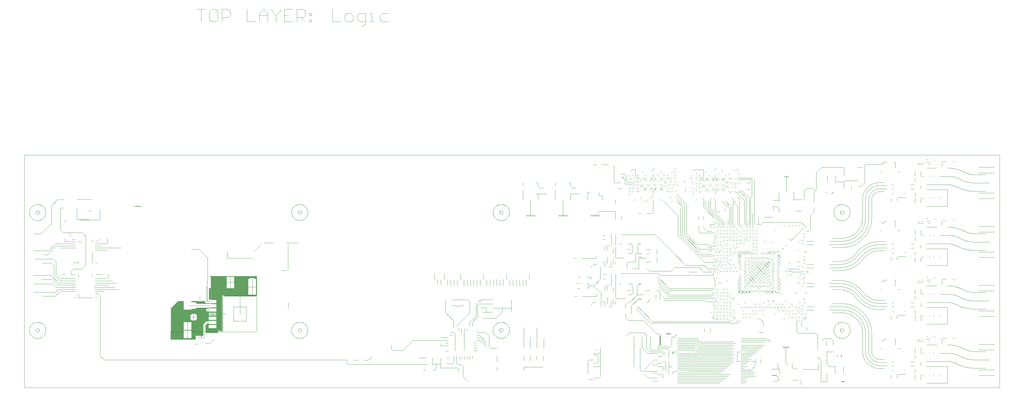
<source format=gtl>
*%FSLAX23Y23*%
*%MOIN*%
G01*
D11*
X4162Y5737D02*
X15879D01*
Y8532D02*
X4162D01*
Y5737D01*
X15879D02*
Y8532D01*
D15*
X11682Y6514D02*
X11509Y6688D01*
X12017Y7806D02*
X11836Y7987D01*
X12115Y7589D02*
X12245Y7459D01*
X12115Y7944D02*
X11993Y8066D01*
X11568Y6672D02*
X11710Y6530D01*
X11910Y6928D02*
X11765Y7073D01*
X11769Y7038D02*
X11899Y6908D01*
X11910Y6829D02*
X11780Y6959D01*
X11946Y7373D02*
X11741Y7577D01*
X12324Y7908D02*
X12497Y7735D01*
X12517Y7739D02*
X12343Y7912D01*
X12383Y7892D02*
X12536Y7739D01*
X12556Y7743D02*
X12403Y7896D01*
X12017Y7562D02*
X12336Y7243D01*
X12292Y7321D02*
X12044Y7570D01*
X12068Y7577D02*
X12304Y7341D01*
X12277Y7400D02*
X12092Y7585D01*
X6374Y6746D02*
X6235Y6746D01*
Y6698D02*
X6374Y6698D01*
X6344Y6414D02*
X6511Y6411D01*
X12836Y6168D02*
X12962Y6168D01*
X13343Y7164D02*
X13462Y7164D01*
X12110Y7208D02*
X11946Y7373D01*
X12009Y5794D02*
X12521D01*
X12548Y5814D02*
X12009D01*
Y5833D02*
X12572D01*
X12769Y5794D02*
X12824D01*
Y5833D02*
X12769D01*
Y5814D02*
X12847D01*
X12595Y5853D02*
X12009D01*
X12005Y5873D02*
X12619D01*
X12769D02*
X12946D01*
X12847Y5853D02*
X12769D01*
X13979Y5813D02*
X14008D01*
Y5807D02*
X13979D01*
X13991Y5810D02*
X14008D01*
X8297Y6066D02*
X8250D01*
X8169D02*
X8143D01*
X14736Y5946D02*
X14746D01*
X12548Y5932D02*
X12147D01*
X12009Y5912D02*
X12525D01*
X12572Y5951D02*
X12154D01*
X12162Y5971D02*
X12595D01*
X12619Y5991D02*
X12170D01*
X12178Y6010D02*
X12643D01*
X12666Y6030D02*
X12186D01*
X12769Y5971D02*
X12824D01*
Y6010D02*
X12769D01*
Y5932D02*
X12918D01*
X12151Y6010D02*
X12009D01*
Y6030D02*
X12158D01*
X12143Y5991D02*
X12009D01*
X12769D02*
X12847D01*
Y6030D02*
X12769D01*
X11765Y6010D02*
X11710D01*
X12769Y5912D02*
X12946D01*
X12135Y5971D02*
X12005D01*
X12056Y5951D02*
X12127D01*
X12056D02*
X12009D01*
X12194Y6050D02*
X12690D01*
X12166D02*
X12009D01*
Y6070D02*
X12174D01*
X11859Y6050D02*
X11832D01*
X12202Y6070D02*
X12662D01*
X8139Y6066D02*
X8111D01*
X12769Y5892D02*
X12918D01*
X12643D02*
X12009D01*
X12773Y6188D02*
X12985D01*
X12938Y6148D02*
X12843D01*
X12851Y6129D02*
X12914D01*
X12891Y6109D02*
X12859D01*
X12773Y6227D02*
X13032D01*
X13009Y6207D02*
X12773D01*
X12662Y6227D02*
X12265D01*
X12257Y6207D02*
X12690D01*
Y6168D02*
X12241D01*
X12225Y6129D02*
X12690D01*
Y6089D02*
X12210D01*
Y6227D02*
X12103D01*
X12095Y6207D02*
X12202D01*
X12194Y6188D02*
X12088D01*
X12009D01*
Y6207D02*
X12095D01*
X12103Y6227D02*
X12005D01*
X12249Y6188D02*
X12662D01*
X12182Y6089D02*
X12009D01*
X12005Y6129D02*
X12198D01*
X12206Y6148D02*
X12009D01*
Y6109D02*
X12190D01*
X12773Y6148D02*
X12816D01*
X12824Y6129D02*
X12773D01*
Y6109D02*
X12832D01*
X12840Y6089D02*
X12773D01*
X11808Y6168D02*
X11769D01*
X12217Y6109D02*
X12662D01*
Y6148D02*
X12233D01*
X11930Y6227D02*
X11800D01*
X11048Y6188D02*
X11029D01*
X12773Y6247D02*
X13056D01*
X12686D02*
X12273D01*
X12280Y6266D02*
X12710D01*
X12225D02*
X12119D01*
X12111Y6247D02*
X12217D01*
X12111D02*
X12005D01*
X12001Y6266D02*
X12119D01*
X11804Y6247D02*
X11788D01*
X9608Y6212D02*
X9563D01*
Y6180D02*
X9607D01*
X9590Y6243D02*
X9563D01*
X6074Y6402D02*
X5921D01*
X6340D02*
X6483D01*
X6074Y6407D02*
X5921D01*
X6340D02*
X6483D01*
X6074Y6412D02*
X5921D01*
X6170D02*
X6310D01*
X6340D02*
X6483D01*
X6074Y6417D02*
X5921D01*
X6170D02*
X6310D01*
X6340D02*
X6483D01*
X6074Y6422D02*
X5921D01*
X6170D02*
X6310D01*
X6340D02*
X6483D01*
X6532D01*
X6074Y6427D02*
X5921D01*
X6170D02*
X6310D01*
X6340D02*
X6483D01*
X6532D01*
X6074Y6432D02*
X5921D01*
X6170D02*
X6310D01*
X6340D02*
X6532D01*
X6074Y6437D02*
X5921D01*
X6170D02*
X6310D01*
X6340D02*
X6532D01*
X6074Y6442D02*
X5921D01*
X6170D02*
X6310D01*
X6340D02*
X6374D01*
X6468D01*
X6532D01*
X6074Y6447D02*
X5921D01*
X6170D02*
X6310D01*
X6340D02*
X6374D01*
X6468D01*
X6532D01*
X6074Y6452D02*
X5921D01*
X6170D02*
X6310D01*
X6340D02*
X6374D01*
X6468D02*
X6532D01*
X6074Y6457D02*
X5921D01*
X6170D02*
X6310D01*
X6340D02*
X6374D01*
X6468D02*
X6532D01*
X6074Y6462D02*
X5921D01*
X6170D02*
X6310D01*
X6340D02*
X6374D01*
X6468D02*
X6532D01*
X6468Y6451D02*
X6374D01*
X6483Y6422D02*
X6532D01*
X6074Y6398D02*
X5921D01*
X6170D02*
X6310D01*
X6340D02*
X6483D01*
X6216Y6317D02*
X5920D01*
Y6322D02*
X6074D01*
X6170D01*
X6216D01*
X6074Y6327D02*
X5920D01*
X6074D02*
X6170D01*
X6216D01*
X6074Y6332D02*
X5920D01*
X6170D02*
X6216D01*
X6074Y6337D02*
X5920D01*
X6170D02*
X6216D01*
X6074Y6342D02*
X5920D01*
X6170D02*
X6216D01*
X6074Y6347D02*
X5920D01*
X6170D02*
X6216D01*
X6074Y6352D02*
X5920D01*
X6170D02*
X6216D01*
X6282D02*
X6292D01*
X6074Y6357D02*
X5920D01*
X6170D02*
X6216D01*
X6282D02*
X6292D01*
X6074Y6362D02*
X5920D01*
X6170D02*
X6216D01*
X6282D01*
X6292D01*
X6310D01*
X6074Y6367D02*
X5920D01*
X6170D02*
X6216D01*
X6282D01*
X6292D01*
X6310D01*
X6074Y6372D02*
X5920D01*
X6170D02*
X6310D01*
X6074Y6377D02*
X5920D01*
X6170D02*
X6310D01*
X6074Y6382D02*
X5920D01*
X6170D02*
X6310D01*
X6074Y6387D02*
X5920D01*
X6170D02*
X6310D01*
X6074Y6392D02*
X5920D01*
X6170D02*
X6310D01*
X6074Y6397D02*
X5920D01*
X6170D02*
X6310D01*
X6074Y6402D02*
X5920D01*
X6170D02*
X6310D01*
X6074Y6407D02*
X5920D01*
X6170D02*
X6310D01*
X6344Y6412D02*
X6461D01*
X6170Y6330D02*
X6074D01*
X6292Y6362D02*
X6310D01*
X6282D02*
X6216D01*
X6282Y6349D02*
X6292D01*
X6340Y6395D02*
X6344D01*
X6216Y6315D02*
X5920D01*
Y6411D02*
X6074D01*
X6170D02*
X6310D01*
X6340D02*
X6344D01*
X6511D01*
X13455Y6391D02*
X13672D01*
X14901Y6296D02*
X14961D01*
X13060Y6286D02*
X12773D01*
X12828Y6325D02*
X13084D01*
X13076Y6306D02*
X12816D01*
X12682Y6286D02*
X12288D01*
X12773Y6325D02*
X12828D01*
X12816Y6306D02*
X12773D01*
X12249Y6325D02*
X12143D01*
X12135Y6306D02*
X12241D01*
X12233Y6286D02*
X12127D01*
X12009D01*
X12005Y6306D02*
X12135D01*
X12143Y6325D02*
X12009D01*
X11934Y6384D02*
X11867D01*
X11950Y6345D02*
X11969D01*
X11914Y6381D02*
X11883D01*
X11879Y6388D02*
X11918D01*
X9598Y6275D02*
X9563D01*
X6074Y6467D02*
X5921D01*
X6170D02*
X6310D01*
X6340D02*
X6374D01*
X6468D02*
X6532D01*
X6074Y6472D02*
X5921D01*
X6170D02*
X6310D01*
X6340D02*
X6374D01*
X6468D02*
X6532D01*
X6074Y6477D02*
X5921D01*
X6170D02*
X6310D01*
X6340D02*
X6374D01*
X6468D02*
X6532D01*
X6074Y6482D02*
X5921D01*
X6170D02*
X6310D01*
X6340D02*
X6374D01*
X6468D02*
X6532D01*
X6074Y6487D02*
X5921D01*
X6170D02*
X6310D01*
X6340D02*
X6374D01*
X6468D02*
X6532D01*
X6074Y6492D02*
X5921D01*
X6170D02*
X6305D01*
X6345D02*
X6374D01*
X6468D02*
X6532D01*
X6074Y6497D02*
X5921D01*
X6170D02*
X6308D01*
X6350D02*
X6374D01*
X6408D01*
X6468D01*
X6532D01*
X6074Y6502D02*
X5921D01*
X6170D02*
X6310D01*
X6355D02*
X6374D01*
X6468D02*
X6532D01*
X6074Y6507D02*
X5921D01*
X6170D02*
X6310D01*
X6318D01*
X6468D02*
X6532D01*
X6074Y6512D02*
X5921D01*
X6170D02*
X6310D01*
X6323D01*
X6468D02*
X6532D01*
X6074Y6517D02*
X5921D01*
X6170D02*
X6328D01*
X6468D02*
X6532D01*
X6074Y6522D02*
X5921D01*
X6170D02*
X6333D01*
X6468D02*
X6532D01*
X6074Y6527D02*
X5921D01*
X6074D02*
X6170D01*
X6337D01*
X6468D02*
X6532D01*
X6074Y6532D02*
X5921D01*
X6074D02*
X6170D01*
X6337D01*
X6468D02*
X6532D01*
X6337Y6537D02*
X5921D01*
X6337D02*
X6348D01*
X6356D01*
X6374D01*
X6468D02*
X6532D01*
X6337Y6542D02*
X5921D01*
X6337D02*
X6374D01*
X6468D02*
X6532D01*
X6168Y6547D02*
X5921D01*
X6219D02*
X6374D01*
X6468D01*
X6532D01*
X6163Y6552D02*
X5921D01*
X6224D02*
X6374D01*
X6468D02*
X6532D01*
X6153Y6557D02*
X5921D01*
X6235D02*
X6374D01*
X6468D02*
X6532D01*
X6153Y6562D02*
X5921D01*
X6235D02*
X6374D01*
X6468D02*
X6532D01*
X6153Y6567D02*
X5921D01*
X6235D02*
X6374D01*
X6468D02*
X6532D01*
X6153Y6572D02*
X5921D01*
X6235D02*
X6374D01*
X6468D02*
X6532D01*
X6153Y6577D02*
X5921D01*
X6235D02*
X6374D01*
X6468D02*
X6532D01*
X6153Y6582D02*
X5921D01*
X6235D02*
X6374D01*
X6468D02*
X6532D01*
X6153Y6587D02*
X5921D01*
X6235D02*
X6374D01*
X6468D02*
X6532D01*
X6153Y6592D02*
X5921D01*
X6235D02*
X6374D01*
X6468D02*
X6532D01*
X6153Y6597D02*
X5921D01*
X6235D02*
X6374D01*
X6468D01*
X6532D01*
X6153Y6602D02*
X5921D01*
X6235D02*
X6374D01*
X6468D02*
X6532D01*
X6153Y6607D02*
X5921D01*
X6235D02*
X6374D01*
X6468D02*
X6532D01*
X6153Y6612D02*
X5921D01*
X6153D02*
X6161D01*
X6227D02*
X6235D01*
X6374D01*
X6468D02*
X6532D01*
X6166Y6617D02*
X5921D01*
X6222D02*
X6374D01*
X6468D02*
X6532D01*
X6171Y6622D02*
X5921D01*
X6217D02*
X6374D01*
X6468D02*
X6532D01*
X6374Y6627D02*
X5921D01*
X6468D02*
X6532D01*
X6374Y6632D02*
X5921D01*
X6468D02*
X6532D01*
X6374Y6637D02*
X5921D01*
X6468D02*
X6532D01*
X6374Y6642D02*
X5921D01*
X6468D02*
X6532D01*
X6374Y6647D02*
X5921D01*
X6374D02*
X6468D01*
X6532D01*
X6350Y6652D02*
X5921D01*
X6468D02*
X6532D01*
X6343Y6657D02*
X5921D01*
X6468D02*
X6532D01*
X6343Y6662D02*
X5921D01*
X6468D02*
X6532D01*
X6215Y6542D02*
X6173D01*
Y6625D02*
X6215D01*
X6170Y6525D02*
X6074D01*
X6374Y6651D02*
X6410D01*
X6468D01*
Y6642D02*
X6374D01*
Y6601D02*
X6468D01*
Y6592D02*
X6374D01*
Y6551D02*
X6468D01*
X6408Y6542D02*
X6374D01*
X6408D02*
X6468D01*
X6408Y6501D02*
X6374D01*
X6408D02*
X6468D01*
Y6492D02*
X6374D01*
X6353Y6652D02*
X6350D01*
X6353D02*
X6372D01*
X6374D01*
X6319Y6508D02*
X6310D01*
X6358Y6505D02*
X6374D01*
X6346Y6535D02*
X6337D01*
X6346D02*
X6358D01*
X6374D01*
X6194Y6583D02*
X6153D01*
X6194D02*
X6235D01*
X14736Y6655D02*
X14746D01*
X12367Y6530D02*
X11710D01*
Y6514D02*
X11682D01*
X12347Y6530D02*
X12635D01*
X12666Y6514D02*
X12733D01*
X12678D02*
X11702D01*
X6442Y6621D02*
X6421D01*
X6400D01*
X6074Y6667D02*
X5921D01*
X6074D02*
X6170D01*
X6343D01*
X6468D02*
X6532D01*
X6074Y6672D02*
X5921D01*
X6074D02*
X6170D01*
X6343D01*
X6468D02*
X6532D01*
X6074Y6677D02*
X5921D01*
X6170D02*
X6343D01*
X6468D02*
X6532D01*
X6074Y6682D02*
X5921D01*
X6170D02*
X6343D01*
X6468D02*
X6532D01*
X6074Y6687D02*
X5921D01*
X6219D02*
X6343D01*
X6349D01*
X6468D02*
X6532D01*
X6074Y6692D02*
X5924D01*
X6224D02*
X6350D01*
X6374D01*
X6468D02*
X6532D01*
X6074Y6697D02*
X5929D01*
X6235D02*
X6374D01*
X6468D01*
X6532D01*
X6074Y6702D02*
X5934D01*
X6468D02*
X6532D01*
X6074Y6707D02*
X5939D01*
X6468D02*
X6532D01*
X6074Y6712D02*
X5944D01*
X6468D02*
X6532D01*
X6074Y6717D02*
X5949D01*
X6468D02*
X6532D01*
X6074Y6722D02*
X5954D01*
X6468D02*
X6532D01*
X6074Y6727D02*
X5959D01*
X6468D02*
X6532D01*
X6074Y6732D02*
X5964D01*
X6468D02*
X6532D01*
X6074Y6737D02*
X5969D01*
X6468D02*
X6532D01*
X6074Y6742D02*
X5974D01*
X6468D02*
X6532D01*
X6074Y6747D02*
X5979D01*
X6235D02*
X6374D01*
X6468D01*
X6532D01*
X6074Y6752D02*
X5984D01*
X6227D02*
X6235D01*
X6340D01*
X6468D02*
X6532D01*
X6074Y6757D02*
X5989D01*
X6222D02*
X6330D01*
X6468D02*
X6532D01*
X6074Y6762D02*
X5994D01*
X6217D02*
X6330D01*
X6468D02*
X6532D01*
X6074Y6767D02*
X5999D01*
X6170D02*
X6330D01*
X6468D02*
X6532D01*
X6074Y6772D02*
X6004D01*
X6170D02*
X6330D01*
X6468D02*
X6532D01*
Y6777D02*
X6468D01*
Y6782D02*
X6532D01*
Y6787D02*
X6468D01*
Y6792D02*
X6532D01*
X6468Y6797D02*
X6407D01*
X6468D02*
X6532D01*
Y6802D02*
X6379D01*
Y6807D02*
X6532D01*
Y6812D02*
X6379D01*
Y6817D02*
X6532D01*
Y6822D02*
X6379D01*
Y6827D02*
X6532D01*
Y6832D02*
X6379D01*
Y6837D02*
X6532D01*
Y6842D02*
X6379D01*
X6562D02*
X6951D01*
X6532Y6847D02*
X6379D01*
X6562D02*
X6850D01*
X6946D01*
X6532Y6852D02*
X6379D01*
X6532D02*
X6562D01*
X6850D01*
X6946D01*
X6850Y6857D02*
X6379D01*
X6215Y6682D02*
X6173D01*
Y6765D02*
X6215D01*
X6850Y6852D02*
X6946D01*
X6170Y6673D02*
X6074D01*
X6562Y6839D02*
X6951D01*
X6412Y6792D02*
X6411D01*
X6412D02*
X6417D01*
X6468D01*
Y6751D02*
X6406D01*
X6409Y6742D02*
X6417D01*
X6468D01*
Y6701D02*
X6408D01*
X6410Y6692D02*
X6374D01*
X6410D02*
X6468D01*
X6353Y6690D02*
X6350D01*
X6353D02*
X6372D01*
X6374D01*
X6279Y6774D02*
X6260D01*
X6394Y6698D02*
X6406D01*
X6394Y6746D02*
X6382D01*
X6394D02*
X6406D01*
X6532Y6848D02*
X6542D01*
X6562D01*
X6341Y6752D02*
X6339D01*
X6338Y6750D02*
X6341D01*
X6365D01*
X6350Y6687D02*
X6349D01*
X6350Y6750D02*
X6353D01*
X6365D01*
X6374D01*
X6394D01*
Y6798D02*
X6379D01*
X6074Y6777D02*
X6009D01*
X6170D02*
X6250D01*
X6257D01*
X6283D02*
X6289D01*
X6330D01*
X11899Y6810D02*
X12336D01*
X11910D02*
X11855D01*
X11840Y6786D02*
X12336D01*
X12328Y6810D02*
X12438D01*
X12477Y6770D02*
X12351D01*
X12340Y6849D02*
X11922D01*
X11910Y6829D02*
X12347D01*
X12336D02*
X12418D01*
X12438Y6849D02*
X12336D01*
X6850Y6862D02*
X6379D01*
Y6867D02*
X6850D01*
Y6872D02*
X6379D01*
Y6877D02*
X6850D01*
Y6882D02*
X6379D01*
Y6887D02*
X6850D01*
Y6892D02*
X6379D01*
Y6897D02*
X6850D01*
Y6902D02*
X6379D01*
Y6907D02*
X6850D01*
Y6912D02*
X6379D01*
Y6917D02*
X6850D01*
X6401Y6922D02*
X6379D01*
X6401D02*
X6588D01*
X6684D01*
X6850D01*
X6401Y6927D02*
X6379D01*
X6401D02*
X6588D01*
X6684D01*
X6850D01*
X6588Y6932D02*
X6401D01*
X6684D02*
X6850D01*
X6588Y6937D02*
X6401D01*
X6684D02*
X6850D01*
X6588Y6942D02*
X6401D01*
X6684D02*
X6850D01*
X6588Y6947D02*
X6401D01*
X6684D02*
X6850D01*
X6588Y6952D02*
X6401D01*
X6684D02*
X6850D01*
X6588Y6957D02*
X6401D01*
X6684D02*
X6850D01*
X6588Y6962D02*
X6401D01*
X6684D02*
X6850D01*
X6588Y6967D02*
X6401D01*
X6684D02*
X6850D01*
X6588Y6972D02*
X6401D01*
X6684D02*
X6850D01*
X6588Y6977D02*
X6401D01*
X6684D02*
X6850D01*
X6588Y6982D02*
X6401D01*
X6684D02*
X6850D01*
X6588Y6987D02*
X6401D01*
X6684D02*
X6850D01*
X6588Y6992D02*
X6401D01*
X6684D02*
X6850D01*
X6588Y6997D02*
X6401D01*
X6684D02*
X6850D01*
X6588Y7002D02*
X6401D01*
X6684D02*
X6850D01*
X6588Y7007D02*
X6401D01*
X6684D02*
X6850D01*
X6588Y7012D02*
X6401D01*
X6684D02*
X6850D01*
X6588Y7017D02*
X6401D01*
X6684D02*
X6850D01*
X6588Y7022D02*
X6401D01*
X6684D02*
X6850D01*
X6588Y7027D02*
X6401D01*
X6684D02*
X6850D01*
X6588Y7032D02*
X6401D01*
X6684D02*
X6850D01*
X6588Y7037D02*
X6401D01*
X6684D02*
X6850D01*
X6588Y7042D02*
X6401D01*
X6684D02*
X6850D01*
X6588Y7047D02*
X6401D01*
X6684D02*
X6850D01*
X6588Y7052D02*
X6401D01*
X6684D02*
X6850D01*
X6872D01*
X6924D02*
X6946D01*
X6867Y7047D02*
X6850D01*
X6929D02*
X6946D01*
X6401Y6930D02*
X6379D01*
X6588D02*
X6684D01*
X6636Y7002D02*
X6564D01*
X6636D02*
X6708D01*
X5294Y6917D02*
X5260D01*
X11756Y6904D02*
X11789D01*
X14901Y7005D02*
X14961D01*
X10836Y6928D02*
X10804D01*
X10954Y6959D02*
X10969D01*
X10836Y6991D02*
X10800D01*
X11899Y6908D02*
X12332D01*
X12340Y6928D02*
X11910D01*
X12316D02*
X12438D01*
X12418Y6908D02*
X12328D01*
X5264Y6917D02*
X5213D01*
X5005D01*
X6401Y7057D02*
X6588D01*
X6684D02*
X6951D01*
X6588Y7062D02*
X6401D01*
X6684D02*
X6951D01*
X6588Y7067D02*
X6401D01*
X6684D02*
X6951D01*
X6588Y7072D02*
X6401D01*
X6684D02*
X6951D01*
X6920Y7056D02*
X6876D01*
X6401Y7073D02*
X6388D01*
X6588D02*
X6684D01*
X6401Y7075D02*
X6388D01*
X6401D02*
X6588D01*
X6684D01*
X6951D01*
X11804Y7085D02*
X12178D01*
X11780Y7109D02*
X11328D01*
X12371Y7164D02*
X12375D01*
X12375D02*
X12477D01*
X12410Y7085D02*
X12174D01*
X12387D02*
X12434D01*
X13383Y7125D02*
X13501D01*
X12406Y7243D02*
X12336D01*
X12359D02*
X12473D01*
X12327Y7208D02*
X12110D01*
X14736Y7363D02*
X14746D01*
X12418Y7321D02*
X12292D01*
X12304Y7341D02*
X12391D01*
X12387Y7400D02*
X12277D01*
X12359Y7321D02*
X12438D01*
X12418Y7341D02*
X12363D01*
X12355Y7400D02*
X12438D01*
X12418Y7381D02*
X12387D01*
X12399Y7440D02*
X12477D01*
X12422Y7420D02*
X12383D01*
X11741Y7577D02*
X11336D01*
X12277Y7597D02*
X12383D01*
X12375Y7597D02*
X12363D01*
X12375D02*
X12438D01*
X12379Y7459D02*
X12300D01*
X12245D01*
X12367Y7617D02*
X12418D01*
X6033Y6777D02*
Y6398D01*
X6028D02*
Y6777D01*
X6023D02*
Y6398D01*
X6018D02*
Y6777D01*
X6013D02*
Y6398D01*
X6008D02*
Y6776D01*
X6003Y6771D02*
Y6398D01*
X5998D02*
Y6766D01*
X5993Y6761D02*
Y6398D01*
X5988D02*
Y6756D01*
X5983Y6751D02*
Y6398D01*
X5978D02*
Y6746D01*
X5973Y6741D02*
Y6398D01*
X5968D02*
Y6736D01*
X5963Y6731D02*
Y6398D01*
X5958D02*
Y6726D01*
X5953Y6721D02*
Y6398D01*
X5948D02*
Y6716D01*
X5943Y6711D02*
Y6398D01*
X5938D02*
Y6706D01*
X5933Y6701D02*
Y6398D01*
X5928D02*
Y6696D01*
X5923Y6691D02*
Y6398D01*
X5921D02*
Y6689D01*
X6033Y6411D02*
Y6315D01*
X6028D02*
Y6411D01*
X6023D02*
Y6315D01*
X6018D02*
Y6411D01*
X6013D02*
Y6315D01*
X6008D02*
Y6411D01*
X6003D02*
Y6315D01*
X5998D02*
Y6411D01*
X5993D02*
Y6315D01*
X5988D02*
Y6411D01*
X5983D02*
Y6315D01*
X5978D02*
Y6411D01*
X5973D02*
Y6315D01*
X5968D02*
Y6411D01*
X5963D02*
Y6315D01*
X5958D02*
Y6411D01*
X5953D02*
Y6315D01*
X5948D02*
Y6411D01*
X5943D02*
Y6315D01*
X5938D02*
Y6411D01*
X5933D02*
Y6315D01*
X5928D02*
Y6411D01*
X5923D02*
Y6315D01*
X5920D02*
Y6411D01*
X5921Y6689D02*
X5945Y6713D01*
X6009Y6777D01*
X14901Y7713D02*
X14961D01*
X12473Y7719D02*
X12438D01*
X13391Y7723D02*
X13493D01*
X13477D02*
X13036D01*
X13009Y7696D02*
X12969D01*
X12414D02*
X12410D01*
X12414D02*
X12458D01*
X6228Y6556D02*
Y6398D01*
Y6611D02*
Y6696D01*
Y6751D02*
Y6777D01*
X6223Y6542D02*
Y6398D01*
Y6542D02*
Y6551D01*
Y6616D02*
Y6625D01*
Y6682D01*
Y6691D01*
Y6756D02*
Y6765D01*
Y6777D01*
X6218Y6542D02*
Y6398D01*
Y6625D02*
Y6682D01*
Y6765D02*
Y6777D01*
X6213Y6542D02*
Y6398D01*
Y6625D02*
Y6682D01*
Y6765D02*
Y6777D01*
X6208Y6542D02*
Y6398D01*
Y6625D02*
Y6682D01*
Y6765D02*
Y6777D01*
X6203Y6542D02*
Y6398D01*
Y6625D02*
Y6682D01*
Y6765D02*
Y6777D01*
X6198Y6542D02*
Y6398D01*
Y6625D02*
Y6682D01*
Y6765D02*
Y6777D01*
X6193Y6542D02*
Y6398D01*
Y6625D02*
Y6682D01*
Y6765D02*
Y6777D01*
X6188Y6542D02*
Y6398D01*
Y6625D02*
Y6682D01*
Y6765D02*
Y6777D01*
X6183Y6542D02*
Y6398D01*
Y6625D02*
Y6682D01*
Y6765D02*
Y6777D01*
X6178Y6525D02*
Y6398D01*
Y6525D02*
Y6542D01*
Y6625D02*
Y6673D01*
Y6682D01*
Y6765D02*
Y6777D01*
X6173Y6525D02*
Y6398D01*
Y6525D02*
Y6542D01*
Y6625D02*
Y6673D01*
Y6682D01*
Y6765D02*
Y6777D01*
X6168Y6542D02*
Y6525D01*
Y6625D02*
Y6673D01*
X6163Y6552D02*
Y6525D01*
Y6614D02*
Y6673D01*
X6158Y6557D02*
Y6525D01*
Y6609D02*
Y6673D01*
X6153Y6562D02*
Y6525D01*
Y6604D02*
Y6673D01*
X6148D02*
Y6525D01*
X6143D02*
Y6673D01*
X6138D02*
Y6525D01*
X6133D02*
Y6673D01*
X6128D02*
Y6525D01*
X6123D02*
Y6673D01*
X6118D02*
Y6525D01*
X6113D02*
Y6673D01*
X6108D02*
Y6525D01*
X6103D02*
Y6673D01*
X6098D02*
Y6525D01*
X6093D02*
Y6673D01*
X6088D02*
Y6525D01*
X6083D02*
Y6673D01*
X6078D02*
Y6525D01*
X6073D02*
Y6398D01*
Y6525D02*
Y6673D01*
Y6777D01*
X6068Y6525D02*
Y6398D01*
Y6525D02*
Y6673D01*
Y6777D01*
X6063D02*
Y6398D01*
X6058D02*
Y6777D01*
X6053D02*
Y6398D01*
X6048D02*
Y6777D01*
X6043D02*
Y6398D01*
X6038D02*
Y6777D01*
X6153Y6604D02*
Y6563D01*
X6074Y6525D02*
Y6398D01*
X6170D02*
Y6525D01*
X6074Y6673D02*
Y6777D01*
X6170Y6682D02*
Y6673D01*
Y6682D02*
Y6685D01*
Y6762D02*
Y6765D01*
Y6777D01*
X6194Y6583D02*
Y6542D01*
Y6583D02*
Y6625D01*
X6228Y6411D02*
Y6362D01*
X6223D02*
Y6411D01*
X6218D02*
Y6362D01*
X6213D02*
Y6315D01*
Y6362D02*
Y6411D01*
X6208Y6362D02*
Y6315D01*
Y6362D02*
Y6411D01*
X6203D02*
Y6315D01*
X6198D02*
Y6411D01*
X6193D02*
Y6315D01*
X6188D02*
Y6411D01*
X6183D02*
Y6315D01*
X6178D02*
Y6330D01*
Y6411D01*
X6173Y6330D02*
Y6315D01*
Y6330D02*
Y6411D01*
X6168Y6330D02*
Y6315D01*
X6163D02*
Y6330D01*
X6158D02*
Y6315D01*
X6153D02*
Y6330D01*
X6148D02*
Y6315D01*
X6143D02*
Y6330D01*
X6138D02*
Y6315D01*
X6133D02*
Y6330D01*
X6128D02*
Y6315D01*
X6123D02*
Y6330D01*
X6118D02*
Y6315D01*
X6113D02*
Y6330D01*
X6108D02*
Y6315D01*
X6103D02*
Y6330D01*
X6098D02*
Y6315D01*
X6093D02*
Y6330D01*
X6088D02*
Y6315D01*
X6083D02*
Y6330D01*
X6078D02*
Y6315D01*
X6073D02*
Y6330D01*
Y6411D01*
X6068Y6330D02*
Y6315D01*
Y6330D02*
Y6411D01*
X6063D02*
Y6315D01*
X6058D02*
Y6411D01*
X6053D02*
Y6315D01*
X6048D02*
Y6411D01*
X6043D02*
Y6315D01*
X6038D02*
Y6411D01*
X6074D02*
Y6330D01*
X6170D02*
Y6411D01*
X6216Y6362D02*
Y6315D01*
X6215Y6542D02*
X6235Y6563D01*
X6173Y6625D02*
X6153Y6604D01*
X6215Y6682D02*
X6231Y6698D01*
X6170Y6762D02*
X6173Y6765D01*
X6215Y6625D02*
X6235Y6604D01*
X6173Y6542D02*
X6153Y6563D01*
X6233Y6746D02*
X6215Y6765D01*
X6170Y6685D02*
X6173Y6682D01*
X6231Y6698D02*
X6235Y6698D01*
X12481Y7849D02*
X12517D01*
X6428Y6451D02*
Y6398D01*
Y6492D02*
Y6501D01*
Y6542D02*
Y6551D01*
Y6592D02*
Y6601D01*
Y6642D02*
Y6651D01*
Y6692D02*
Y6701D01*
Y6742D02*
Y6751D01*
Y6792D02*
Y7075D01*
X6423Y6451D02*
Y6398D01*
Y6492D02*
Y6501D01*
Y6542D02*
Y6551D01*
Y6592D02*
Y6601D01*
Y6642D02*
Y6651D01*
Y6692D02*
Y6701D01*
Y6742D02*
Y6751D01*
Y6792D02*
Y7075D01*
X6418Y6451D02*
Y6398D01*
Y6492D02*
Y6501D01*
Y6542D02*
Y6551D01*
Y6592D02*
Y6601D01*
Y6642D02*
Y6651D01*
Y6692D02*
Y6701D01*
Y6742D02*
Y6751D01*
Y6792D02*
Y7075D01*
X6413Y6451D02*
Y6398D01*
Y6492D02*
Y6501D01*
Y6542D02*
Y6551D01*
Y6592D02*
Y6601D01*
Y6642D02*
Y6651D01*
Y6692D02*
Y6698D01*
Y6792D02*
Y7075D01*
X6408Y6451D02*
Y6398D01*
Y6492D02*
Y6501D01*
Y6542D02*
Y6551D01*
Y6592D02*
Y6601D01*
Y6642D02*
Y6651D01*
Y6692D02*
Y6698D01*
Y6796D02*
Y6930D01*
Y7073D01*
X6403Y6451D02*
Y6398D01*
Y6492D02*
Y6501D01*
Y6542D02*
Y6551D01*
Y6592D02*
Y6601D01*
Y6642D02*
Y6651D01*
Y6692D02*
Y6698D01*
Y6930D02*
Y7073D01*
X6398Y6451D02*
Y6398D01*
Y6492D02*
Y6501D01*
Y6542D02*
Y6551D01*
Y6592D02*
Y6601D01*
Y6642D02*
Y6651D01*
Y6692D02*
Y6698D01*
Y6798D02*
Y6930D01*
X6393Y6451D02*
Y6398D01*
Y6492D02*
Y6501D01*
Y6542D02*
Y6551D01*
Y6592D02*
Y6601D01*
Y6642D02*
Y6651D01*
Y6692D02*
Y6698D01*
Y6798D02*
Y6930D01*
X6388Y6451D02*
Y6398D01*
Y6492D02*
Y6501D01*
Y6542D02*
Y6551D01*
Y6592D02*
Y6601D01*
Y6642D02*
Y6651D01*
Y6692D02*
Y6698D01*
Y6798D02*
Y6930D01*
X6383Y6451D02*
Y6398D01*
Y6492D02*
Y6501D01*
Y6542D02*
Y6551D01*
Y6592D02*
Y6601D01*
Y6642D02*
Y6651D01*
Y6692D02*
Y6698D01*
Y6798D02*
Y6930D01*
X6378Y6451D02*
Y6398D01*
Y6492D02*
Y6501D01*
Y6542D02*
Y6551D01*
Y6592D02*
Y6601D01*
Y6642D02*
Y6651D01*
Y6692D02*
Y6698D01*
X6373Y6451D02*
Y6398D01*
Y6451D02*
Y6492D01*
Y6501D01*
Y6535D02*
Y6542D01*
Y6551D01*
Y6592D01*
Y6601D01*
Y6642D01*
Y6651D01*
Y6692D02*
Y6698D01*
X6368Y6451D02*
Y6398D01*
Y6451D02*
Y6492D01*
Y6501D01*
Y6535D02*
Y6542D01*
Y6551D01*
Y6592D01*
Y6601D01*
Y6642D01*
Y6651D01*
Y6692D02*
Y6698D01*
X6363Y6505D02*
Y6398D01*
Y6535D02*
Y6652D01*
Y6690D02*
Y6698D01*
X6358Y6505D02*
Y6398D01*
Y6535D02*
Y6652D01*
Y6690D02*
Y6698D01*
X6353Y6500D02*
Y6398D01*
Y6540D02*
Y6652D01*
Y6690D02*
Y6698D01*
X6348Y6495D02*
Y6398D01*
Y6537D02*
Y6652D01*
Y6690D02*
Y6698D01*
X6343Y6490D02*
Y6398D01*
Y6535D02*
Y6657D01*
Y6681D02*
Y6687D01*
Y6698D01*
X6338Y6535D02*
Y6527D01*
Y6535D02*
Y6698D01*
X6333Y6535D02*
Y6522D01*
Y6535D02*
Y6698D01*
Y6752D02*
Y6759D01*
X6328Y6698D02*
Y6517D01*
Y6746D02*
Y6777D01*
X6323Y6698D02*
Y6512D01*
Y6746D02*
Y6777D01*
X6318Y6698D02*
Y6508D01*
Y6746D02*
Y6777D01*
X6313Y6698D02*
Y6508D01*
Y6746D02*
Y6777D01*
X6308Y6489D02*
Y6398D01*
Y6489D02*
Y6497D01*
Y6508D01*
Y6698D01*
Y6746D02*
Y6777D01*
X6303Y6508D02*
Y6398D01*
Y6508D02*
Y6698D01*
Y6746D02*
Y6777D01*
X6298Y6698D02*
Y6398D01*
Y6746D02*
Y6777D01*
X6293Y6698D02*
Y6398D01*
Y6746D02*
Y6777D01*
X6288Y6698D02*
Y6398D01*
Y6746D02*
Y6774D01*
X6283Y6698D02*
Y6398D01*
Y6746D02*
Y6774D01*
X6278Y6698D02*
Y6398D01*
Y6746D02*
Y6774D01*
X6273Y6698D02*
Y6398D01*
Y6746D02*
Y6774D01*
X6268Y6698D02*
Y6398D01*
Y6746D02*
Y6774D01*
X6263Y6698D02*
Y6398D01*
Y6746D02*
Y6774D01*
X6258Y6698D02*
Y6398D01*
Y6746D02*
Y6774D01*
X6253Y6698D02*
Y6398D01*
Y6746D02*
Y6774D01*
X6248Y6698D02*
Y6398D01*
Y6746D02*
Y6777D01*
X6243Y6698D02*
Y6398D01*
Y6746D02*
Y6777D01*
X6238Y6698D02*
Y6398D01*
Y6746D02*
Y6777D01*
X6233Y6561D02*
Y6398D01*
Y6606D02*
Y6698D01*
Y6746D02*
Y6777D01*
X6235Y6604D02*
Y6563D01*
X6401Y6930D02*
Y7073D01*
Y7075D01*
X6374Y6750D02*
Y6748D01*
Y6698D02*
Y6698D01*
Y6651D02*
Y6648D01*
Y6651D02*
Y6652D01*
Y6654D01*
Y6687D02*
Y6688D01*
Y6690D01*
Y6692D01*
Y6601D02*
Y6598D01*
Y6601D02*
Y6642D01*
Y6551D02*
Y6548D01*
Y6551D02*
Y6592D01*
Y6501D02*
Y6498D01*
Y6501D02*
Y6505D01*
Y6535D02*
Y6542D01*
Y6451D02*
Y6448D01*
Y6451D02*
Y6492D01*
X6343Y6661D02*
Y6681D01*
X6379Y6798D02*
Y6930D01*
X6330Y6776D02*
Y6773D01*
Y6774D02*
Y6771D01*
Y6774D02*
Y6776D01*
Y6777D01*
X6310Y6487D02*
Y6398D01*
Y6487D02*
Y6499D01*
Y6508D01*
X6340Y6487D02*
Y6398D01*
X6388Y7073D02*
Y7075D01*
X6350Y6688D02*
Y6687D01*
X6330Y6759D02*
Y6762D01*
Y6764D01*
Y6777D01*
X6337Y6535D02*
Y6526D01*
X6343Y6411D02*
Y6395D01*
X6308Y6411D02*
Y6362D01*
X6303D02*
Y6411D01*
X6298D02*
Y6362D01*
X6293D02*
Y6411D01*
X6288Y6362D02*
Y6349D01*
Y6362D02*
Y6411D01*
X6283Y6362D02*
Y6349D01*
Y6362D02*
Y6411D01*
X6278D02*
Y6362D01*
X6273D02*
Y6411D01*
X6268D02*
Y6362D01*
X6263D02*
Y6411D01*
X6258D02*
Y6362D01*
X6253D02*
Y6411D01*
X6248D02*
Y6362D01*
X6243D02*
Y6411D01*
X6238D02*
Y6362D01*
X6233D02*
Y6411D01*
X6292Y6362D02*
Y6349D01*
X6282D02*
Y6362D01*
X6310D02*
Y6411D01*
X6340D02*
Y6395D01*
X6344D02*
Y6411D01*
Y6414D01*
X6372Y6652D02*
X6374Y6654D01*
X6343Y6681D02*
X6349Y6687D01*
X6353Y6690D01*
X6279Y6774D02*
X6283Y6777D01*
X6406Y6698D02*
X6408Y6701D01*
X6310Y6499D02*
X6304Y6493D01*
X6310Y6499D02*
X6316Y6505D01*
X6319Y6508D01*
X6337Y6526D01*
X6340Y6529D01*
X6346Y6535D01*
X6352Y6541D01*
X6345Y6492D02*
X6340Y6487D01*
X6345Y6492D02*
X6353Y6501D01*
X6358Y6505D01*
X6406Y6750D02*
X6406Y6751D01*
X6372Y6690D02*
X6374Y6688D01*
X6347Y6657D02*
X6353Y6652D01*
X6347Y6657D02*
X6343Y6661D01*
X6260Y6774D02*
X6257Y6777D01*
X6406Y6746D02*
X6409Y6742D01*
X6304Y6493D02*
X6310Y6487D01*
X6358Y6535D02*
X6352Y6541D01*
X6341Y6752D02*
X6337Y6756D01*
X6330Y6764D01*
X6411Y6793D02*
X6412Y6792D01*
X6411Y6793D02*
X6406Y6798D01*
X6341Y6750D02*
X6340Y6751D01*
X6339Y6752D01*
X6337Y6754D01*
X6330Y6762D01*
X6235Y6746D02*
X6233Y6746D01*
X6374Y6746D02*
X6394Y6746D01*
X6394Y6698D02*
X6374Y6698D01*
X14736Y8073D02*
X14746D01*
X11442Y8184D02*
X11387D01*
X12737Y8101D02*
X12784D01*
X12773Y8081D02*
X12717D01*
X12737Y8101D02*
X12788D01*
X11426Y8203D02*
X11414D01*
X11426D02*
X11462D01*
X6623Y6930D02*
Y6839D01*
X6618D02*
Y6930D01*
X6613D02*
Y6839D01*
X6608D02*
Y6930D01*
X6603D02*
Y6839D01*
X6598D02*
Y6930D01*
X6593D02*
Y6839D01*
X6588D02*
Y6930D01*
X6583D02*
Y6839D01*
Y6930D02*
Y7073D01*
X6578Y7075D02*
Y6839D01*
X6573D02*
Y7075D01*
X6568Y6848D02*
Y6839D01*
Y6848D02*
Y7075D01*
X6563Y6848D02*
Y6839D01*
Y6848D02*
Y7075D01*
X6558D02*
Y6848D01*
X6553D02*
Y7075D01*
X6548D02*
Y6848D01*
X6543D02*
Y7075D01*
X6538D02*
Y6848D01*
X6533D02*
Y7075D01*
X6528Y6848D02*
Y6422D01*
Y6848D02*
Y7075D01*
X6523D02*
Y6422D01*
X6518D02*
Y7075D01*
X6513D02*
Y6422D01*
X6508D02*
Y7075D01*
X6503D02*
Y6422D01*
X6498D02*
Y7075D01*
X6493D02*
Y6422D01*
X6488D02*
Y7075D01*
X6483Y6422D02*
Y6398D01*
Y6422D02*
Y7075D01*
X6478Y6422D02*
Y6398D01*
Y6422D02*
Y7075D01*
X6473Y6451D02*
Y6398D01*
Y6451D02*
Y6492D01*
Y6501D01*
Y6542D01*
Y6551D01*
Y6592D01*
Y6601D01*
Y6642D01*
Y6651D01*
Y6692D01*
Y6701D01*
Y6742D01*
Y6751D01*
Y6792D01*
Y7075D01*
X6468Y6451D02*
Y6398D01*
Y6451D02*
Y6492D01*
Y6501D01*
Y6542D01*
Y6551D01*
Y6592D01*
Y6601D01*
Y6642D01*
Y6651D01*
Y6692D01*
Y6701D01*
Y6742D01*
Y6751D01*
Y6792D01*
Y7075D01*
X6463Y6451D02*
Y6398D01*
Y6492D02*
Y6501D01*
Y6542D02*
Y6551D01*
Y6592D02*
Y6601D01*
Y6642D02*
Y6651D01*
Y6692D02*
Y6701D01*
Y6742D02*
Y6751D01*
Y6792D02*
Y7075D01*
X6458Y6451D02*
Y6398D01*
Y6492D02*
Y6501D01*
Y6542D02*
Y6551D01*
Y6592D02*
Y6601D01*
Y6642D02*
Y6651D01*
Y6692D02*
Y6701D01*
Y6742D02*
Y6751D01*
Y6792D02*
Y7075D01*
X6453Y6451D02*
Y6398D01*
Y6492D02*
Y6501D01*
Y6542D02*
Y6551D01*
Y6592D02*
Y6601D01*
Y6642D02*
Y6651D01*
Y6692D02*
Y6701D01*
Y6742D02*
Y6751D01*
Y6792D02*
Y7075D01*
X6448Y6451D02*
Y6398D01*
Y6492D02*
Y6501D01*
Y6542D02*
Y6551D01*
Y6592D02*
Y6601D01*
Y6642D02*
Y6651D01*
Y6692D02*
Y6701D01*
Y6742D02*
Y6751D01*
Y6792D02*
Y7075D01*
X6443Y6451D02*
Y6398D01*
Y6492D02*
Y6501D01*
Y6542D02*
Y6551D01*
Y6592D02*
Y6601D01*
Y6642D02*
Y6651D01*
Y6692D02*
Y6701D01*
Y6742D02*
Y6751D01*
Y6792D02*
Y7075D01*
X6438Y6451D02*
Y6398D01*
Y6492D02*
Y6501D01*
Y6542D02*
Y6551D01*
Y6592D02*
Y6601D01*
Y6642D02*
Y6651D01*
Y6692D02*
Y6701D01*
Y6742D02*
Y6751D01*
Y6792D02*
Y7075D01*
X6433Y6451D02*
Y6398D01*
Y6492D02*
Y6501D01*
Y6542D02*
Y6551D01*
Y6592D02*
Y6601D01*
Y6642D02*
Y6651D01*
Y6692D02*
Y6701D01*
Y6742D02*
Y6751D01*
Y6792D02*
Y7075D01*
X6588Y7073D02*
Y6930D01*
Y7073D02*
Y7075D01*
X6468Y6751D02*
Y6748D01*
Y6751D02*
Y6792D01*
Y6701D02*
Y6698D01*
Y6701D02*
Y6742D01*
Y6651D02*
Y6648D01*
Y6651D02*
Y6692D01*
Y6601D02*
Y6598D01*
Y6601D02*
Y6642D01*
Y6551D02*
Y6548D01*
Y6551D02*
Y6592D01*
Y6501D02*
Y6498D01*
Y6501D02*
Y6542D01*
Y6451D02*
Y6448D01*
Y6451D02*
Y6492D01*
X6532Y6422D02*
Y6848D01*
X6562D02*
Y6839D01*
X6483Y6422D02*
Y6398D01*
X6511Y6411D02*
Y6411D01*
X14901Y8423D02*
X14961D01*
X11375Y8302D02*
X11359D01*
X11347Y8270D02*
X11332D01*
Y8302D02*
X11363D01*
X11462Y8361D02*
X11501D01*
X12265Y8258D02*
X12304D01*
X12737D02*
X12899D01*
X12324Y8357D02*
X12206D01*
X12757Y8239D02*
X12891D01*
X6818Y7075D02*
Y6839D01*
X6813D02*
Y7075D01*
X6808D02*
Y6839D01*
X6803D02*
Y7075D01*
X6798D02*
Y6839D01*
X6793D02*
Y7075D01*
X6788D02*
Y6839D01*
X6783D02*
Y7075D01*
X6778D02*
Y6839D01*
X6773D02*
Y7075D01*
X6768D02*
Y6839D01*
X6763D02*
Y7075D01*
X6758D02*
Y6839D01*
X6753D02*
Y7075D01*
X6748D02*
Y6839D01*
X6743D02*
Y7075D01*
X6738D02*
Y6839D01*
X6733D02*
Y7075D01*
X6728D02*
Y6839D01*
X6723D02*
Y7075D01*
X6718D02*
Y6839D01*
X6713D02*
Y7075D01*
X6708D02*
Y6839D01*
X6703D02*
Y7075D01*
X6698D02*
Y6839D01*
X6693D02*
Y7075D01*
X6688Y6930D02*
Y6839D01*
Y6930D02*
Y7073D01*
X6683Y6930D02*
Y6839D01*
X6678D02*
Y6930D01*
X6673D02*
Y6839D01*
X6668D02*
Y6930D01*
X6663D02*
Y6839D01*
X6658D02*
Y6930D01*
X6653D02*
Y6839D01*
X6648D02*
Y6930D01*
X6643D02*
Y6839D01*
X6638D02*
Y6930D01*
X6633D02*
Y6839D01*
X6628D02*
Y6930D01*
X6684D02*
Y7073D01*
Y7075D01*
X6636Y7002D02*
Y6953D01*
Y7002D02*
Y7050D01*
X6751Y6829D02*
Y6620D01*
X6948Y6839D02*
Y6852D01*
Y7047D01*
Y7075D01*
X6943Y6852D02*
Y6839D01*
Y7047D02*
Y7075D01*
X6938Y6852D02*
Y6839D01*
Y7047D02*
Y7075D01*
X6933Y6852D02*
Y6839D01*
Y7047D02*
Y7075D01*
X6928Y6852D02*
Y6839D01*
Y7048D02*
Y7056D01*
Y7075D01*
X6923Y6852D02*
Y6839D01*
Y7056D02*
Y7075D01*
X6918Y6852D02*
Y6839D01*
Y7056D02*
Y7075D01*
X6913Y6852D02*
Y6839D01*
Y7056D02*
Y7075D01*
X6908Y6852D02*
Y6839D01*
Y7056D02*
Y7075D01*
X6903Y6852D02*
Y6839D01*
Y7056D02*
Y7075D01*
X6898Y6852D02*
Y6839D01*
Y7056D02*
Y7075D01*
X6893Y6852D02*
Y6839D01*
Y7056D02*
Y7075D01*
X6888Y6852D02*
Y6839D01*
Y7056D02*
Y7075D01*
X6883Y6852D02*
Y6839D01*
Y7056D02*
Y7075D01*
X6878Y6852D02*
Y6839D01*
Y7056D02*
Y7075D01*
X6873Y6852D02*
Y6839D01*
Y7056D02*
Y7075D01*
X6868Y6852D02*
Y6839D01*
Y7048D02*
Y7056D01*
Y7075D01*
X6863Y6852D02*
Y6839D01*
Y7047D02*
Y7075D01*
X6858Y6852D02*
Y6839D01*
Y7047D02*
Y7075D01*
X6853Y6852D02*
Y6839D01*
Y7047D02*
Y7075D01*
X6848Y6852D02*
Y6839D01*
Y6852D02*
Y7047D01*
Y7075D01*
X6843Y6852D02*
Y6839D01*
Y6852D02*
Y7047D01*
Y7075D01*
X6838D02*
Y6839D01*
X6833D02*
Y7075D01*
X6828D02*
Y6839D01*
X6823D02*
Y7075D01*
X6850Y7047D02*
Y6852D01*
X6946D02*
Y7047D01*
X6951Y6852D02*
Y6839D01*
Y6852D02*
Y7047D01*
Y7075D01*
X6876Y7056D02*
X6867Y7047D01*
X6920Y7056D02*
X6929Y7047D01*
X8297Y6066D02*
X8338Y6107D01*
X9324Y6963D02*
Y7034D01*
X9284D02*
Y6963D01*
X9363Y6963D02*
Y7034D01*
X9320Y6540D02*
Y6451D01*
X9318Y6542D02*
X9269Y6591D01*
X9318Y6542D02*
X9320Y6540D01*
X9521Y6963D02*
Y7034D01*
X9481D02*
Y6963D01*
X9442D02*
Y7034D01*
X9417Y6106D02*
Y6081D01*
X9447D02*
Y6113D01*
X9511Y6111D02*
Y6076D01*
X9543Y6080D02*
Y6119D01*
X9481Y6111D02*
Y6079D01*
X9385Y6081D02*
Y6108D01*
X9717Y6963D02*
Y7034D01*
X9639D02*
Y6963D01*
X9599Y6963D02*
Y7034D01*
X9560Y7038D02*
Y6963D01*
X9914D02*
Y7038D01*
X9875Y7034D02*
Y6963D01*
X9836D02*
Y7038D01*
X9796D02*
Y6963D01*
X9757Y6963D02*
Y7034D01*
X10111D02*
Y6963D01*
X10072Y6963D02*
Y7034D01*
X10032D02*
Y6963D01*
X9993D02*
Y7034D01*
X10190D02*
Y6963D01*
X10151D02*
Y7034D01*
X10918Y6924D02*
X10954Y6959D01*
X10918Y6995D01*
X11375Y8196D02*
Y8243D01*
X11395Y8223D02*
Y8282D01*
X11501D02*
Y8361D01*
X11481Y8302D02*
X11462Y8282D01*
X11481Y8144D02*
X11462Y8125D01*
X11422Y8282D02*
X11442Y8302D01*
X11442Y8341D02*
X11462Y8361D01*
X11375Y8196D02*
X11387Y8184D01*
X11395Y8282D02*
X11375Y8302D01*
X11395Y8223D02*
X11403Y8215D01*
X11414Y8203D01*
X11462D02*
X11481Y8184D01*
X11481D02*
X11501Y8164D01*
X11501Y8203D02*
X11481Y8223D01*
X11442D02*
X11422Y8243D01*
X11501Y8282D02*
X11521Y8262D01*
X11501Y8243D02*
X11481Y8262D01*
X11442Y8184D02*
X11462Y8164D01*
X11375Y8243D02*
X11347Y8270D01*
X11355Y8262D01*
X11442Y8262D02*
X11462Y8243D01*
X11481Y8105D02*
X11462Y8085D01*
X11501Y8007D02*
X11481Y7987D01*
X11422Y8125D02*
X11442Y8144D01*
Y8066D02*
X11422Y8046D01*
Y8085D02*
X11442Y8105D01*
X11580Y8321D02*
X11599Y8341D01*
X11639Y8302D02*
X11619Y8282D01*
X11686Y6802D02*
X11635Y6751D01*
X11717Y8341D02*
X11698Y8361D01*
X11698Y8046D02*
X11717Y8026D01*
X11658Y7967D02*
X11639Y7987D01*
X11580Y8007D02*
X11560Y8026D01*
X11599Y7987D02*
X11619Y7967D01*
X11540Y8164D02*
X11521Y8184D01*
X11540Y8203D02*
X11521Y8223D01*
Y8144D02*
X11540Y8125D01*
X11678Y8026D02*
X11698Y8007D01*
X11521Y6719D02*
X11580Y6660D01*
X11540Y8282D02*
X11521Y8302D01*
X11800Y6893D02*
Y6792D01*
X11749Y6805D02*
Y6853D01*
X11867Y6042D02*
Y5932D01*
X11903Y6093D02*
Y6196D01*
X11832Y5892D02*
Y5849D01*
Y5947D02*
Y5991D01*
X11761Y7341D02*
Y7400D01*
Y7310D02*
Y7243D01*
X11800Y6373D02*
Y6247D01*
X11796D02*
Y6361D01*
X11804Y6365D02*
Y6247D01*
X11812Y8003D02*
X11816Y8007D01*
X11812Y8003D02*
X11796Y7987D01*
X11796Y6897D02*
X11800Y6893D01*
X11796Y6897D02*
X11789Y6904D01*
X11895Y8282D02*
X11875Y8302D01*
X11855Y8282D02*
X11836Y8302D01*
X11859Y6050D02*
X11867Y6042D01*
X11777Y8282D02*
X11757Y8302D01*
X11796Y8341D02*
X11816Y8321D01*
X11891Y6207D02*
X11903Y6196D01*
X11859Y6117D02*
X11808Y6168D01*
X11863Y6908D02*
X11804Y6967D01*
X11773Y6999D01*
X11863Y6908D02*
X11922Y6849D01*
X11855Y6810D02*
X11832Y6833D01*
X11804Y7085D02*
X11780Y7109D01*
X11737Y8361D02*
X11717Y8381D01*
X11914Y8184D02*
X11895Y8164D01*
X11914Y8144D02*
X11895Y8125D01*
X12017Y7621D02*
Y7562D01*
X12044Y7570D02*
Y7609D01*
X12068Y7605D02*
Y7577D01*
X12092Y7585D02*
Y7601D01*
X12017Y7605D02*
Y7806D01*
X12044Y7896D02*
Y7601D01*
X12068Y7597D02*
Y7912D01*
X12092Y7928D02*
Y7597D01*
X11954Y6164D02*
Y6144D01*
X11958D02*
Y6156D01*
X11950D02*
Y6144D01*
X11938Y6239D02*
Y6286D01*
Y6314D02*
Y6333D01*
X11973Y8361D02*
X11993Y8381D01*
X12005Y6381D02*
X11969Y6345D01*
X11934Y7967D02*
X11954Y7987D01*
X11934Y8321D02*
X11954Y8341D01*
X11950Y6345D02*
X11938Y6333D01*
X12068Y7912D02*
X11993Y7987D01*
Y8026D02*
X12092Y7928D01*
X12013Y7967D02*
X11993Y7987D01*
X12013Y8007D02*
X11993Y8026D01*
X12013Y8046D02*
X11993Y8066D01*
X11934Y8203D02*
X11914Y8223D01*
Y8026D02*
X11934Y8007D01*
X11973Y8243D02*
X11993Y8262D01*
X11954Y8184D02*
X11973Y8164D01*
Y8203D02*
X11993Y8223D01*
X11973Y8282D02*
X11993Y8302D01*
X11973Y8321D02*
X11993Y8341D01*
Y8105D02*
X11973Y8085D01*
X12013Y8164D02*
X11993Y8184D01*
X11934Y8243D02*
X11954Y8262D01*
Y8105D02*
X11934Y8085D01*
Y8125D02*
X11954Y8144D01*
X12265Y7794D02*
Y7755D01*
Y7684D02*
Y7609D01*
X12115Y7625D02*
Y7589D01*
Y7944D01*
X12186Y8180D02*
X12206Y8199D01*
X12225Y8219D02*
X12245Y8239D01*
Y8199D02*
X12225Y8180D01*
Y8258D02*
X12245Y8278D01*
Y8160D02*
X12225Y8140D01*
X12245Y8121D02*
X12225Y8101D01*
X12265Y8180D02*
X12284Y8199D01*
X12225Y8298D02*
X12245Y8318D01*
X12206Y8357D02*
X12186Y8337D01*
X12245Y8003D02*
X12225Y7983D01*
X12265Y7609D02*
X12273Y7601D01*
X12284Y8278D02*
X12265Y8298D01*
X12249Y6325D02*
X12288Y6286D01*
X12280Y6266D02*
X12241Y6306D01*
X12233Y6286D02*
X12273Y6247D01*
X12265Y6227D02*
X12225Y6266D01*
X12217Y6247D02*
X12257Y6207D01*
X12249Y6188D02*
X12210Y6227D01*
X12202Y6207D02*
X12241Y6168D01*
X12233Y6148D02*
X12194Y6188D01*
X12206Y6148D02*
X12225Y6129D01*
X12190Y6109D02*
X12210Y6089D01*
X12158Y6030D02*
X12178Y6010D01*
X12186Y6030D02*
X12166Y6050D01*
X12206Y8042D02*
X12186Y8062D01*
X12206Y8081D02*
X12186Y8101D01*
X12206Y8121D02*
X12186Y8140D01*
X12273Y7601D02*
X12277Y7597D01*
X12127Y5951D02*
X12147Y5932D01*
X12154Y5951D02*
X12135Y5971D01*
X12265Y8219D02*
X12284Y8239D01*
Y8160D02*
X12265Y8140D01*
X12182Y6089D02*
X12202Y6070D01*
X12217Y6109D02*
X12198Y6129D01*
X12174Y6070D02*
X12194Y6050D01*
X12151Y6010D02*
X12170Y5991D01*
X12162Y5971D02*
X12143Y5991D01*
X12166Y8239D02*
X12186Y8258D01*
Y8219D02*
X12166Y8199D01*
Y8278D02*
X12186Y8298D01*
X12462Y7987D02*
Y7947D01*
X12383Y7920D02*
Y7983D01*
X12343D02*
Y7920D01*
X12403Y7900D02*
Y8003D01*
X12462Y7975D02*
Y7869D01*
X12458Y6711D02*
Y6672D01*
X12477Y7247D02*
Y7282D01*
X12438Y7093D02*
Y7089D01*
Y7093D02*
Y7125D01*
X12458Y7026D02*
Y6947D01*
X12458Y7499D02*
Y7577D01*
X12343Y7912D02*
Y7928D01*
X12383D02*
Y7892D01*
X12403Y7896D02*
Y7900D01*
X12324Y7684D02*
Y7660D01*
Y7920D02*
Y8003D01*
Y8278D02*
Y8298D01*
Y8357D01*
Y7932D02*
Y7908D01*
Y7794D02*
Y7755D01*
X12403Y8003D02*
X12422Y8022D01*
X12442Y8003D02*
X12462Y8022D01*
X12497Y6790D02*
X12477Y6770D01*
X12473Y6806D02*
X12477Y6810D01*
X12473Y6806D02*
X12458Y6790D01*
Y6751D02*
X12438Y6731D01*
Y6810D02*
X12458Y6829D01*
X12438Y6849D02*
X12458Y6869D01*
X12473Y7243D02*
X12477Y7247D01*
X12458Y7223D02*
X12438Y7203D01*
X12497Y7066D02*
X12477Y7046D01*
X12399Y7125D02*
X12418Y7144D01*
X12438Y7089D02*
X12434Y7085D01*
X12438Y7125D02*
X12458Y7144D01*
X12395Y7680D02*
X12410Y7696D01*
X12458Y7066D02*
X12438Y7046D01*
Y7282D02*
X12458Y7302D01*
X12438Y7479D02*
X12458Y7499D01*
Y7341D02*
X12438Y7321D01*
X12438Y7400D02*
X12458Y7420D01*
X12477Y7440D02*
X12497Y7459D01*
X12458Y7144D02*
X12438Y7125D01*
X12438Y7597D02*
X12458Y7617D01*
X12497Y7420D02*
X12477Y7400D01*
X12497Y7341D02*
X12477Y7321D01*
X12497Y7302D02*
X12477Y7282D01*
X12438Y6888D02*
X12418Y6869D01*
X12304Y8258D02*
X12324Y8278D01*
X12442Y8357D02*
X12462Y8337D01*
X12336Y6786D02*
X12351Y6770D01*
X12403Y8278D02*
X12383Y8298D01*
X12462Y7869D02*
X12481Y7849D01*
X12438Y6731D02*
X12458Y6711D01*
X12458Y6908D02*
X12438Y6928D01*
X12438Y6652D02*
X12458Y6633D01*
X12454Y6558D02*
X12458Y6554D01*
X12454Y6558D02*
X12418Y6593D01*
X12477Y6573D02*
X12497Y6554D01*
X12481Y6570D02*
X12477Y6573D01*
X12481Y6570D02*
X12497Y6554D01*
Y7105D02*
X12477Y7125D01*
X12497Y7144D02*
X12477Y7164D01*
Y7361D02*
X12458Y7381D01*
X12438Y7203D02*
X12458Y7184D01*
X12497Y7696D02*
X12473Y7719D01*
X12493Y7739D02*
X12517Y7715D01*
X12477Y7203D02*
X12497Y7184D01*
X12418Y7105D02*
X12399Y7125D01*
X12438Y7046D02*
X12458Y7026D01*
X12458Y7262D02*
X12438Y7282D01*
X12497Y7617D02*
X12477Y7636D01*
Y7558D02*
X12497Y7538D01*
Y7577D02*
X12477Y7597D01*
X12458Y7656D02*
X12438Y7676D01*
X12418Y7656D02*
X12391Y7684D01*
X12438Y7479D02*
X12458Y7459D01*
X12399Y7440D02*
X12379Y7459D01*
X12363Y7440D02*
X12383Y7420D01*
X12477Y7164D02*
X12497Y7144D01*
X12477Y6888D02*
X12497Y6869D01*
Y6908D02*
X12477Y6928D01*
Y6849D02*
X12497Y6829D01*
X12477Y6731D02*
X12497Y6711D01*
X12477Y6692D02*
X12497Y6672D01*
X12438Y6613D02*
X12458Y6593D01*
X12477Y6613D02*
X12497Y6593D01*
X12371Y7164D02*
X12341Y7195D01*
X12367Y7617D02*
X12324Y7660D01*
X12327Y7208D02*
X12342Y7193D01*
X12497Y7656D02*
X12477Y7676D01*
X12324Y8003D02*
X12304Y8022D01*
X12481Y8357D02*
X12462Y8377D01*
X12363Y8318D02*
X12343Y8337D01*
X12481Y6652D02*
X12497Y6633D01*
X12418D02*
X12399Y6652D01*
X12324Y8003D02*
X12304Y8022D01*
X12580Y7888D02*
Y7853D01*
X12678Y7951D02*
Y8003D01*
Y7963D02*
Y7940D01*
X12536Y7719D02*
Y7696D01*
X12556Y7676D02*
Y7719D01*
X12576Y7723D02*
Y7696D01*
X12615D02*
Y7751D01*
X12654Y7755D02*
Y7696D01*
X12674Y7680D02*
Y7743D01*
X12635Y7727D02*
Y7676D01*
Y7715D02*
Y7888D01*
X12654Y7908D02*
Y7719D01*
X12674Y7688D02*
Y7936D01*
X12517Y7715D02*
Y7676D01*
X12654Y6868D02*
X12635Y6849D01*
X12658Y8180D02*
X12678Y8199D01*
X12694Y6672D02*
X12674Y6652D01*
X12694Y6633D02*
X12674Y6613D01*
X12678Y6577D02*
X12674Y6573D01*
X12678Y6577D02*
X12694Y6593D01*
X12658Y6554D02*
X12635Y6530D01*
X12654Y6790D02*
X12674Y6810D01*
X12654Y6829D02*
X12635Y6810D01*
X12595Y7007D02*
X12615Y7026D01*
X12556Y7125D02*
X12576Y7144D01*
X12536Y7420D02*
X12556Y7440D01*
X12576Y7420D02*
X12556Y7400D01*
X12595Y7400D02*
X12615Y7420D01*
X12635Y7400D02*
X12654Y7420D01*
X12576Y7381D02*
X12556Y7361D01*
X12595D02*
X12615Y7381D01*
X12635Y7361D02*
X12654Y7381D01*
X12576Y7341D02*
X12556Y7321D01*
X12595D02*
X12615Y7341D01*
X12599Y7325D02*
X12595Y7321D01*
X12576Y7302D02*
X12556Y7282D01*
X12595D02*
X12615Y7302D01*
X12576Y7262D02*
X12556Y7243D01*
X12635Y7203D02*
X12654Y7223D01*
X12576Y7184D02*
X12556Y7164D01*
X12595D02*
X12615Y7184D01*
X12635Y7164D02*
X12654Y7184D01*
X12615Y7144D02*
X12595Y7125D01*
X12635D02*
X12654Y7144D01*
X12674Y7125D02*
X12694Y7144D01*
X12674Y7203D02*
X12694Y7223D01*
X12674Y7440D02*
X12694Y7459D01*
X12674Y7936D02*
X12678Y7940D01*
X12615Y7262D02*
X12595Y7243D01*
X12615Y7223D02*
X12635Y7243D01*
X12595Y7361D02*
X12599Y7365D01*
X12501Y8298D02*
X12521Y8318D01*
X12536Y7459D02*
X12517Y7440D01*
X12536Y7262D02*
X12517Y7243D01*
Y7479D02*
X12536Y7499D01*
Y7341D02*
X12517Y7321D01*
X12536Y7302D02*
X12517Y7282D01*
X12536Y7144D02*
X12517Y7125D01*
X12599Y8278D02*
X12580Y8298D01*
X12658Y8022D02*
X12678Y8003D01*
X12654Y7908D02*
X12580Y7983D01*
X12635Y6692D02*
X12654Y6672D01*
Y6711D02*
X12635Y6731D01*
X12635Y6652D02*
X12654Y6633D01*
X12635Y6613D02*
X12654Y6593D01*
X12615Y6829D02*
X12595Y6849D01*
Y6573D02*
X12599Y6570D01*
X12615Y6554D01*
Y6633D02*
X12595Y6652D01*
X12576Y6633D02*
X12556Y6652D01*
X12595Y6613D02*
X12615Y6593D01*
X12560Y6570D02*
X12556Y6573D01*
X12560Y6570D02*
X12576Y6554D01*
Y6593D02*
X12556Y6613D01*
X12654Y7262D02*
X12635Y7282D01*
X12694Y7499D02*
X12674Y7518D01*
X12615Y7459D02*
X12595Y7479D01*
X12556Y7719D02*
X12532Y7743D01*
X12548Y7751D02*
X12576Y7723D01*
X12595Y7558D02*
X12615Y7538D01*
X12595Y7518D02*
X12615Y7499D01*
X12694Y7660D02*
X12674Y7680D01*
X12654Y7656D02*
X12635Y7676D01*
X12615Y7656D02*
X12595Y7676D01*
X12556Y7518D02*
X12576Y7499D01*
Y7577D02*
X12556Y7597D01*
X12576Y7617D02*
X12556Y7636D01*
X12595Y7597D02*
X12615Y7577D01*
Y7617D02*
X12595Y7636D01*
X12635Y7597D02*
X12654Y7577D01*
Y7617D02*
X12635Y7636D01*
X12635Y7518D02*
X12654Y7499D01*
Y7538D02*
X12635Y7558D01*
X12576Y7538D02*
X12556Y7558D01*
X12674Y7636D02*
X12694Y7617D01*
X12674Y7597D02*
X12694Y7577D01*
X12674Y7558D02*
X12694Y7538D01*
X12536Y7223D02*
X12556Y7203D01*
X12576Y7223D02*
X12595Y7203D01*
X12694Y7341D02*
X12674Y7361D01*
X12595Y7440D02*
X12576Y7459D01*
X12595Y6928D02*
X12615Y6908D01*
X12576D02*
X12560Y6924D01*
X12556Y6928D01*
Y6888D02*
X12576Y6869D01*
X12595Y6888D02*
X12615Y6869D01*
X12576Y6829D02*
X12556Y6849D01*
Y6810D02*
X12576Y6790D01*
X12595Y6810D02*
X12615Y6790D01*
X12576Y6751D02*
X12560Y6766D01*
X12556Y6770D01*
X12595Y6770D02*
X12615Y6751D01*
X12635Y6770D02*
X12654Y6751D01*
X12576Y6711D02*
X12556Y6731D01*
X12595D02*
X12615Y6711D01*
X12576Y6672D02*
X12556Y6692D01*
X12595D02*
X12615Y6672D01*
X12635Y7888D02*
X12540Y7983D01*
X12556Y7676D02*
X12576Y7656D01*
X12517Y6573D02*
X12536Y6554D01*
Y6593D02*
X12517Y6613D01*
X12536Y7184D02*
X12517Y7203D01*
X12521Y7357D02*
X12497Y7381D01*
X12536Y7719D02*
X12517Y7739D01*
Y7400D02*
X12536Y7381D01*
Y7577D02*
X12517Y7597D01*
Y7558D02*
X12536Y7538D01*
Y7617D02*
X12517Y7636D01*
X12497Y7223D02*
X12517Y7203D01*
X12517Y6888D02*
X12536Y6869D01*
X12517Y6849D02*
X12536Y6829D01*
X12517Y6810D02*
X12536Y6790D01*
X12517Y6731D02*
X12536Y6711D01*
X12517Y6692D02*
X12536Y6672D01*
Y7656D02*
X12517Y7676D01*
X12678Y8003D02*
X12658Y8022D01*
X12639Y8199D02*
X12658Y8219D01*
X12619Y8298D02*
X12639Y8318D01*
X12678Y8160D02*
X12658Y8140D01*
X12698Y8337D02*
X12678Y8357D01*
X12560D02*
X12540Y8337D01*
X12654Y7341D02*
X12635Y7321D01*
X12517Y6652D02*
X12536Y6633D01*
X12733Y7825D02*
Y7900D01*
Y7916D02*
Y7877D01*
X12753Y7845D02*
Y7959D01*
Y7967D02*
Y7916D01*
X12733Y7755D02*
Y7696D01*
X12871Y7676D02*
Y7735D01*
X12832Y7751D02*
Y7676D01*
X12733Y7747D02*
Y7829D01*
X12753Y7849D02*
Y7743D01*
X12812Y7758D02*
Y7987D01*
X12851Y7723D02*
Y7696D01*
X12832Y7719D02*
Y8022D01*
X12871Y8018D02*
Y7699D01*
X12753Y7676D02*
Y7747D01*
X12812Y7762D02*
Y7696D01*
Y7944D02*
Y7987D01*
X12698Y7983D02*
Y7951D01*
X12694Y7424D02*
Y7420D01*
X12836Y6168D02*
X12816Y6148D01*
X12824Y6129D02*
X12843Y6148D01*
X12859Y6109D02*
X12840Y6089D01*
X12737Y8219D02*
X12757Y8239D01*
X12737Y8337D02*
X12757Y8357D01*
X12773Y7577D02*
X12753Y7558D01*
X12773Y7538D02*
X12792Y7558D01*
X12753Y7597D02*
X12773Y7617D01*
X12753Y7636D02*
X12733Y7617D01*
X12851Y7499D02*
X12871Y7518D01*
X12812Y6672D02*
X12792Y6652D01*
X12832Y6613D02*
X12851Y6633D01*
X12871Y6613D02*
X12891Y6633D01*
X12812Y6593D02*
X12792Y6573D01*
X12832Y6573D02*
X12851Y6593D01*
X12871Y6573D02*
X12891Y6593D01*
X12773Y6554D02*
X12733Y6514D01*
X12717Y8357D02*
X12733Y8373D01*
Y7144D02*
X12714Y7125D01*
Y7636D02*
X12733Y7656D01*
Y6554D02*
X12714Y6534D01*
X12698Y8140D02*
X12717Y8160D01*
X12714Y6573D02*
X12694Y6554D01*
X12753Y7967D02*
X12737Y7983D01*
X12761Y7999D02*
X12737Y8022D01*
X12753Y7518D02*
X12773Y7499D01*
X12871Y7558D02*
X12891Y7538D01*
X12851D02*
X12832Y7558D01*
X12891Y7656D02*
X12871Y7676D01*
X12851Y7656D02*
X12836Y7672D01*
X12832Y7676D01*
X12773Y7656D02*
X12753Y7676D01*
X12875Y7633D02*
X12891Y7617D01*
X12875Y7633D02*
X12871Y7636D01*
Y7597D02*
X12891Y7577D01*
X12812Y7617D02*
X12792Y7636D01*
X12832D02*
X12851Y7617D01*
X12812Y7577D02*
X12792Y7597D01*
X12832D02*
X12851Y7577D01*
X12812Y7538D02*
X12832Y7518D01*
X12788Y7680D02*
X12773Y7696D01*
X12788Y7680D02*
X12792Y7676D01*
X12753Y7479D02*
X12773Y7459D01*
X12792Y7479D02*
X12812Y7459D01*
Y6711D02*
X12832Y6692D01*
X12753Y6731D02*
X12733Y6751D01*
X12773Y6711D02*
X12792Y6692D01*
X12851Y6711D02*
X12871Y6692D01*
X12812Y7987D02*
X12737Y8062D01*
X12773Y8081D02*
X12832Y8022D01*
X12871Y8018D02*
X12788Y8101D01*
X12812Y7499D02*
X12832Y7479D01*
X12733Y7916D02*
X12714Y7936D01*
Y7479D02*
X12733Y7459D01*
Y7499D02*
X12714Y7518D01*
X12733Y7577D02*
X12714Y7597D01*
Y7558D02*
X12733Y7538D01*
X12714Y7440D02*
X12733Y7420D01*
X12717Y8239D02*
X12698Y8258D01*
Y8101D02*
X12717Y8081D01*
X12698Y7951D02*
X12714Y7936D01*
X12694Y7184D02*
X12714Y7164D01*
Y7676D02*
X12694Y7696D01*
Y7420D02*
X12714Y7400D01*
X12694Y7381D02*
X12714Y7361D01*
X12851Y6129D02*
X12832Y6109D01*
X12737Y8298D02*
X12757Y8318D01*
X12757Y8199D02*
X12737Y8180D01*
X12717Y8199D02*
X12698Y8180D01*
X12934Y8223D02*
Y7696D01*
Y7755D01*
X12910Y7825D02*
Y7676D01*
X12903Y8034D02*
Y8223D01*
Y8227D02*
Y8180D01*
X12887Y8018D02*
Y7696D01*
X13009D02*
X13036Y7723D01*
X12969Y6672D02*
X12950Y6652D01*
X12989D02*
X13009Y6672D01*
X13029Y6652D02*
X13048Y6672D01*
X12969Y6633D02*
X12950Y6613D01*
X12989Y6731D02*
X13009Y6751D01*
X13048Y6633D02*
X13029Y6613D01*
X12930Y6672D02*
X12910Y6652D01*
X12930Y6633D02*
X12910Y6613D01*
X12891Y8022D02*
X12903Y8034D01*
X12891Y8022D02*
X12887Y8018D01*
X12950Y7440D02*
X12969Y7420D01*
X12950Y7400D02*
X12969Y7381D01*
Y7459D02*
X12950Y7479D01*
X12969Y7499D02*
X12950Y7518D01*
X12969Y7538D02*
X12950Y7558D01*
X12969Y7577D02*
X12950Y7597D01*
X12969Y7617D02*
X12950Y7636D01*
X12930Y6711D02*
X12950Y6692D01*
X12969Y6711D02*
X12989Y6692D01*
X13009Y6711D02*
X13029Y6692D01*
X13048Y6711D02*
X13068Y6692D01*
X12930Y7656D02*
X12910Y7676D01*
Y7518D02*
X12930Y7499D01*
X12910Y7400D02*
X12930Y7381D01*
Y7420D02*
X12910Y7440D01*
X12930Y7459D02*
X12910Y7479D01*
X12930Y7538D02*
X12910Y7558D01*
X12930Y7577D02*
X12910Y7597D01*
X12930Y7617D02*
X12910Y7636D01*
X12903Y8227D02*
X12891Y8239D01*
X12899Y8258D02*
X12934Y8223D01*
X12891Y6711D02*
X12910Y6692D01*
X13076Y6306D02*
X13095Y6286D01*
X13265Y7400D02*
X13284Y7420D01*
X13280Y7416D02*
X13265Y7400D01*
X13245Y6672D02*
X13225Y6652D01*
X13269Y6656D02*
X13284Y6672D01*
X13269Y6656D02*
X13265Y6652D01*
X13151Y6774D02*
X13166Y6790D01*
X13151Y6774D02*
X13147Y6770D01*
X13186Y6731D02*
X13206Y6751D01*
X13269Y6735D02*
X13284Y6751D01*
X13269Y6735D02*
X13265Y6731D01*
X13245Y6751D02*
X13225Y6731D01*
X13127Y6751D02*
X13107Y6731D01*
X13127Y6711D02*
X13147Y6692D01*
X13166Y6711D02*
X13186Y6692D01*
X13206Y6711D02*
X13221Y6696D01*
X13225Y6692D01*
X13245Y6711D02*
X13265Y6692D01*
X13107Y6770D02*
X13088Y6790D01*
Y6711D02*
X13107Y6692D01*
X13084Y6325D02*
X13127Y6286D01*
X13442Y6404D02*
Y6527D01*
Y6512D02*
Y6556D01*
X13343Y7125D02*
X13363Y7144D01*
Y6672D02*
X13343Y6652D01*
X13383Y6652D02*
X13403Y6672D01*
X13422Y6692D02*
X13442Y6711D01*
X13462Y6692D02*
X13481Y6711D01*
X13363Y6633D02*
X13347Y6617D01*
X13343Y6613D01*
X13383D02*
X13403Y6633D01*
X13422Y6613D02*
X13442Y6633D01*
X13481Y6593D02*
X13462Y6573D01*
X13363Y6593D02*
X13343Y6573D01*
X13383D02*
X13403Y6593D01*
X13422Y6573D02*
X13442Y6593D01*
X13481Y6554D02*
X13462Y6534D01*
X13324Y7144D02*
X13343Y7164D01*
X13343Y7676D02*
X13363Y7696D01*
X13383Y7676D02*
X13403Y7696D01*
X13422Y7676D02*
X13442Y7696D01*
X13462Y7676D02*
X13481Y7696D01*
X13324Y7144D02*
X13304Y7125D01*
X13304Y7440D02*
X13324Y7459D01*
X13304Y7440D01*
X13324Y6672D02*
X13304Y6652D01*
X13324Y6633D02*
X13304Y6613D01*
Y6770D02*
X13324Y6790D01*
X13363Y6711D02*
X13343Y6692D01*
X13343Y7518D02*
X13363Y7538D01*
X13442Y6404D02*
X13455Y6391D01*
X13383Y7085D02*
X13363Y7105D01*
X13343Y7085D02*
X13324Y7105D01*
X13363Y7144D02*
X13383Y7125D01*
X13462Y7164D02*
X13481Y7144D01*
X13284Y6711D02*
X13304Y6692D01*
X13497Y6531D02*
Y6473D01*
X13563Y6460D02*
Y6423D01*
X13497Y6531D02*
X13520Y6554D01*
X13560Y7105D02*
X13584Y7129D01*
X13560Y6633D02*
X13540Y6613D01*
X13560Y6593D02*
X13521Y6554D01*
X13521Y7577D02*
X13540Y7597D01*
Y7321D02*
X13521Y7302D01*
X13540Y7282D02*
X13521Y7262D01*
X13536Y7003D02*
X13521Y6987D01*
X13536Y7003D02*
X13540Y7007D01*
Y6810D02*
X13521Y6790D01*
X13540Y6770D02*
X13521Y6751D01*
Y6633D02*
X13501Y6613D01*
X13521Y6593D02*
X13501Y6573D01*
Y7125D02*
X13521Y7144D01*
Y7223D02*
X13540Y7243D01*
X13501Y6967D02*
X13521Y6947D01*
X13580Y7125D02*
X13560Y7144D01*
X13521Y7105D02*
X13540Y7085D01*
Y7676D02*
X13521Y7696D01*
Y7066D02*
X13536Y7050D01*
X13540Y7046D01*
X13521Y7499D02*
X13501Y7518D01*
X13501Y7479D02*
X13521Y7459D01*
X13501Y7203D02*
X13521Y7184D01*
X13501Y7046D02*
X13521Y7026D01*
X13505Y6727D02*
X13521Y6711D01*
X13505Y6727D02*
X13501Y6731D01*
Y6692D02*
X13521Y6672D01*
X13501Y6652D02*
X13481Y6672D01*
X13521Y7696D02*
X13493Y7723D01*
X13481Y7105D02*
X13501Y7085D01*
X13521Y7538D02*
X13540Y7558D01*
X13560Y7656D02*
X13540Y7676D01*
X13692Y6371D02*
Y6192D01*
X13854Y8063D02*
X13881Y8090D01*
X13672Y6391D02*
X13692Y6371D01*
X13933Y6130D02*
Y6110D01*
X13979Y5813D02*
Y5808D01*
Y5807D01*
X13973Y6106D02*
Y6131D01*
X14901Y8423D02*
Y8448D01*
Y7738D02*
Y7713D01*
Y7030D02*
Y7005D01*
Y6321D02*
Y6296D01*
D17*
X4548Y7440D02*
X4441Y7333D01*
X11609Y5952D02*
X11726Y6070D01*
X9469Y6591D02*
X9351Y6473D01*
X8830Y6303D02*
X8709Y6182D01*
X10944Y5833D02*
X10999D01*
X11712Y5814D02*
X11767D01*
Y5853D02*
X11657D01*
X11063D02*
X11000D01*
X6547Y6069D02*
X5123D01*
X6547D02*
X7873D01*
X8050Y6016D02*
X8991D01*
X11725Y5912D02*
X11767D01*
X11969Y5932D02*
X12005D01*
X11038Y6030D02*
X10999D01*
X11765Y6030D02*
X11820D01*
X11828Y5991D02*
X11769D01*
X12773Y5951D02*
X12891D01*
X12914Y6050D02*
X12942D01*
X12871Y6054D02*
X12832D01*
X12847Y6070D02*
X12777D01*
X12733Y6050D02*
X12828D01*
X11767Y6070D02*
X11726D01*
X11000D02*
X10954D01*
X11903Y5987D02*
X11942D01*
X11083Y5991D02*
X11000D01*
X11579Y5932D02*
X11767D01*
X9158Y6020D02*
X9060D01*
X9237Y6023D02*
X9310D01*
X9367Y5973D02*
X9170D01*
X8048Y6066D02*
X8036D01*
X9372Y6013D02*
X9408D01*
X9094Y5946D02*
X9068D01*
X9089Y5946D02*
X9096D01*
X8985Y5948D02*
X8951D01*
X10161Y5983D02*
X10393D01*
X11765Y5892D02*
X11828D01*
X13139Y5888D02*
X13194D01*
X8027Y6069D02*
X7864D01*
X4534Y7463D02*
X4455Y7384D01*
X9769Y6209D02*
X9838D01*
X11765Y6207D02*
X11891D01*
X11815Y6227D02*
X11767D01*
X11765Y6188D02*
X11812D01*
X11765D02*
X11698D01*
X11938Y6168D02*
X12009D01*
X12733D02*
X12773D01*
X11038Y6129D02*
X11000D01*
X11768Y6109D02*
X11823D01*
X11765Y6148D02*
X11651D01*
X11765Y6168D02*
X11808D01*
X11843Y6156D02*
X11859D01*
X11765Y6168D02*
X11678D01*
X11816Y6227D02*
X11918D01*
X11083Y6148D02*
X11000D01*
X8709Y6182D02*
X8639D01*
X8652D02*
X8590D01*
X9222Y6177D02*
X9253D01*
X9250Y6240D02*
X9180D01*
X9183D02*
X9162D01*
X8991Y6093D02*
X8904D01*
X9230D02*
X9264D01*
X12855Y6077D02*
X12887D01*
X4542Y7099D02*
Y7246D01*
X4519Y7203D02*
Y7094D01*
X4649Y7491D02*
Y7493D01*
Y7495D01*
Y7528D01*
X4591Y6892D02*
X4590Y6891D01*
X4534Y6835D01*
X4537Y6885D02*
X4570Y6918D01*
X4536Y7465D02*
X4538Y7467D01*
X4536Y7465D02*
X4534Y7463D01*
X4542Y7099D02*
X4595Y7046D01*
X4542Y7246D02*
X4536Y7252D01*
X4505Y7283D01*
X4519Y7094D02*
X4594Y7019D01*
X4562Y6969D02*
X4495Y7036D01*
X4538Y6946D02*
X4540Y6944D01*
X4538Y6946D02*
X4501Y6983D01*
X4519Y7203D02*
X4489Y7233D01*
X4482Y7086D02*
X4574Y6994D01*
X9608Y6401D02*
X9705D01*
X11430Y6396D02*
X11607D01*
X9627Y6306D02*
X9599D01*
Y6337D02*
X9627D01*
X9627Y6369D02*
X9595D01*
X9251Y6303D02*
X8830D01*
X9167Y6335D02*
X9258D01*
X9281Y6399D02*
X9296D01*
X9310Y6366D02*
X9269D01*
X9285Y6399D02*
X9318D01*
X9248Y6272D02*
X9221D01*
X4814Y7236D02*
Y7261D01*
Y6867D02*
Y6816D01*
X4852Y7474D02*
X4835Y7491D01*
X9674Y6570D02*
X9714D01*
Y6571D02*
X9787D01*
X9828D01*
X4977Y7491D02*
Y7495D01*
Y7517D01*
Y7096D02*
Y7073D01*
Y7236D02*
Y7364D01*
X5038Y7495D02*
X5078Y7535D01*
X4977Y6816D02*
X4976Y6815D01*
X5047Y6866D02*
X5074Y6839D01*
X5033Y6816D02*
X5013D01*
X4977D02*
X4814D01*
X4534Y6835D02*
X4384D01*
X4760Y6815D02*
X4771D01*
X9654Y6792D02*
X9789D01*
X9714Y6696D02*
X9654D01*
X9788Y6693D02*
X10013D01*
X9788Y6743D02*
X9619D01*
X11265Y6806D02*
X11387D01*
X9445Y6722D02*
X9387D01*
X9351D02*
X9296D01*
X9297Y6793D02*
X9484D01*
X9491D01*
X5074Y6839D02*
Y6118D01*
X5170Y7063D02*
Y7095D01*
X5157Y7465D02*
Y7532D01*
X5170Y7063D02*
X5153Y7046D01*
X5074Y6118D02*
X5123Y6069D01*
X5047Y6866D02*
X5013D01*
X4999Y6944D02*
X5242D01*
X5243Y6994D02*
X5266D01*
X5017D01*
X5040Y7046D02*
X5153D01*
X4776D02*
X4595D01*
X4593Y7020D02*
X4775D01*
X4714Y6994D02*
X4574D01*
X4562Y6969D02*
X4780D01*
X4495Y7036D02*
X4365D01*
X4540Y6944D02*
X4685D01*
X4777Y6892D02*
X4591D01*
X4537Y6885D02*
X4536D01*
X4570Y6918D02*
X4575D01*
X4578D01*
X4588D01*
X4771D01*
X4690Y6944D02*
X4685D01*
X4690D02*
X4781D01*
X4772Y6994D02*
X4708D01*
X5006Y7046D02*
X5036D01*
X10969Y6959D02*
X11001D01*
X4536Y6884D02*
X4273D01*
Y6983D02*
X4501D01*
X5032Y6867D02*
X5050D01*
X5032D02*
X5017D01*
X5003Y6969D02*
X5187D01*
X5210Y7021D02*
X5218D01*
X5217Y7020D02*
X5013D01*
X5014Y6892D02*
X5116D01*
X4654Y7100D02*
X4614D01*
X4752Y7236D02*
X4814D01*
X5040Y7099D02*
X5098D01*
X4772Y7097D02*
X4725D01*
X4489Y7233D02*
X4415D01*
X4422D02*
X4374D01*
X4293Y7086D02*
X4482D01*
X4392D02*
X4268D01*
X4757Y7097D02*
X4773D01*
X5019Y7098D02*
X5040D01*
X5035Y7235D02*
X5018D01*
X10812Y7066D02*
X10843D01*
X10922D02*
X10969D01*
X5155Y7389D02*
X5011D01*
X5320Y7415D02*
X5321D01*
X5320D02*
X5020D01*
X4505Y7283D02*
X4492D01*
X4289D01*
X4579Y7415D02*
X4779D01*
X4441Y7333D02*
X4390D01*
X4548Y7440D02*
X4771D01*
X4455Y7384D02*
X4436D01*
X4449D02*
X4268D01*
X11265Y7298D02*
X11363D01*
X5072Y7439D02*
X5010D01*
X5012Y7415D02*
X5042D01*
X4835Y7491D02*
X4829D01*
X4831D02*
X4809D01*
X5039Y7465D02*
X5157D01*
X4771Y7492D02*
X4649D01*
X4732Y7517D02*
X4772D01*
X4773Y7467D02*
X4538D01*
X5020Y7495D02*
X5038D01*
X5032Y7465D02*
X5014D01*
X11540Y7833D02*
X11572D01*
X11647Y7829D02*
X11706D01*
X10399Y8136D02*
X10355D01*
X10745D02*
X10788D01*
X12843Y8121D02*
X12879D01*
X11336Y8129D02*
X11296D01*
X11324Y8199D02*
X11245D01*
X12840D02*
X12879D01*
X11036Y8416D02*
X10997D01*
X8036Y6058D02*
Y6029D01*
X8049Y6016D01*
X8571Y6201D02*
Y6251D01*
Y6201D02*
X8590Y6182D01*
X9162Y6240D02*
Y6268D01*
X9161Y6015D02*
Y5982D01*
X9061Y6022D02*
Y6093D01*
X9162Y6094D02*
Y6011D01*
X9110Y6020D02*
Y5960D01*
X9096Y5946D01*
X9161Y5982D02*
X9170Y5973D01*
X9224Y6637D02*
Y6722D01*
X9245Y6963D02*
Y7034D01*
X9320Y6542D02*
Y6477D01*
X9224Y6692D02*
Y6786D01*
X9336Y6381D02*
Y6182D01*
X9323Y6115D02*
Y6045D01*
Y6036D01*
X9353Y6032D02*
Y6113D01*
X9323Y6036D02*
X9310Y6023D01*
X9269Y6592D02*
X9224Y6637D01*
X9273Y6589D02*
X9320Y6542D01*
X9369Y6704D02*
X9351Y6722D01*
X9318Y6399D02*
X9331Y6386D01*
X9336Y6381D01*
X9353Y6032D02*
X9372Y6013D01*
X9414Y6391D02*
Y6447D01*
X9514Y6637D02*
Y6722D01*
X9512Y6723D02*
Y6772D01*
X9446Y6448D02*
Y6191D01*
X9433Y5989D02*
Y5871D01*
Y5866D01*
X9478Y6413D02*
Y6444D01*
X9510Y6519D02*
Y6520D01*
Y6519D02*
Y6472D01*
X9541Y6474D02*
Y6520D01*
X9383Y6438D02*
Y6415D01*
X9384Y6413D02*
Y6450D01*
X9379Y5961D02*
Y5953D01*
Y5929D01*
X9469Y6592D02*
X9514Y6637D01*
X9587Y6597D02*
X9510Y6520D01*
X9541D02*
X9607Y6586D01*
X9387Y6722D02*
X9369Y6704D01*
X9491Y6793D02*
X9512Y6772D01*
X9408Y6013D02*
X9428Y5994D01*
X9431Y5991D01*
X9433Y5989D01*
Y5866D02*
X9484Y5815D01*
X9379Y5961D02*
X9367Y5973D01*
X9745Y6233D02*
Y6283D01*
Y6361D01*
X9714Y6688D02*
Y6696D01*
Y6688D02*
Y6640D01*
X9654Y6696D02*
Y6707D01*
X9633Y6778D02*
Y6793D01*
X9654Y6792D02*
Y6777D01*
X9607Y6731D02*
Y6585D01*
X9588Y6597D02*
Y6747D01*
X9607Y6731D02*
X9619Y6743D01*
X9588Y6747D02*
X9619Y6778D01*
X9745Y6233D02*
X9765Y6213D01*
X9745Y6361D02*
X9705Y6401D01*
X9627Y6369D02*
X9717Y6278D01*
Y6215D02*
X9627Y6306D01*
X9627Y6337D02*
X9717Y6247D01*
X9654Y6778D02*
X9619Y6778D01*
X9839Y5981D02*
Y5940D01*
X9838Y6049D02*
Y6117D01*
X9902Y6644D02*
Y6694D01*
Y6644D02*
X9828Y6571D01*
X9765Y6213D02*
X9769Y6209D01*
X10013Y6643D02*
Y6793D01*
X10315Y6118D02*
Y6065D01*
X10240Y6056D02*
Y6116D01*
X10320Y6209D02*
Y6458D01*
X10240Y6343D02*
Y6212D01*
X10165Y5983D02*
Y5943D01*
X10163Y6060D02*
Y6120D01*
X10162Y6221D02*
Y6458D01*
X10355Y8136D02*
X10332Y8160D01*
X10397Y6114D02*
Y6061D01*
X10402Y6206D02*
Y6327D01*
X10745Y8136D02*
X10721Y8160D01*
X11056Y6067D02*
Y6048D01*
X11088Y6711D02*
Y6873D01*
X11084Y7042D02*
Y7188D01*
X10971Y7194D02*
Y7180D01*
X10977Y6743D02*
Y6722D01*
X10969Y7038D02*
Y7066D01*
X11083Y6219D02*
Y5873D01*
X10934Y5901D02*
Y6050D01*
X10971Y7194D02*
X10995Y7218D01*
X10996Y6762D02*
X10977Y6743D01*
X11056Y6048D02*
X11038Y6030D01*
X11001Y6959D02*
X11084Y7042D01*
X11083Y5873D02*
X11063Y5853D01*
X10934Y6050D02*
X10954Y6070D01*
X11088Y6873D02*
X11001Y6959D01*
X11056Y6111D02*
X11056Y6067D01*
X11056Y6111D02*
X11038Y6129D01*
X11245Y8314D02*
Y8408D01*
Y8318D02*
Y8199D01*
X11162Y7302D02*
Y7219D01*
X11265Y7444D02*
Y7577D01*
Y7014D02*
Y6963D01*
Y7014D02*
Y7101D01*
Y6963D02*
Y6806D01*
Y6766D02*
Y6739D01*
Y6766D02*
Y6774D01*
X11237Y6798D02*
Y6743D01*
X11162Y6739D02*
Y6821D01*
X11237Y6904D02*
Y6936D01*
Y6904D02*
Y6896D01*
X11265Y7298D02*
Y7428D01*
Y7247D02*
Y7219D01*
X11237D02*
Y7278D01*
Y7353D02*
Y7408D01*
X11485Y6349D02*
Y5987D01*
X11332Y7755D02*
Y7794D01*
X11430Y6396D02*
X11387Y6353D01*
X11682Y6345D02*
Y6203D01*
X11584Y6215D02*
Y6345D01*
X11635Y6369D02*
Y6211D01*
X11559Y6219D02*
Y5951D01*
X11706Y7829D02*
X11717Y7841D01*
X11658Y8164D02*
X11678Y8184D01*
Y8223D02*
X11717Y8262D01*
Y8144D02*
X11678Y8105D01*
X11619Y8243D02*
X11639Y8262D01*
X11580Y8164D02*
X11560Y8144D01*
X11580Y8164D02*
X11599Y8184D01*
X11560Y8223D02*
X11580Y8243D01*
X11639Y8144D02*
X11599Y8105D01*
X11560D02*
X11540Y8085D01*
Y8243D02*
X11560Y8262D01*
X11609Y5901D02*
X11657Y5853D01*
X11698Y6188D02*
X11682Y6203D01*
X11651Y6148D02*
X11584Y6215D01*
X11635Y6211D02*
X11678Y6168D01*
X11635Y6369D02*
X11607Y6396D01*
X11658Y8164D02*
X11639Y8184D01*
X11698Y8243D02*
X11678Y8262D01*
Y8144D02*
X11698Y8125D01*
X11580Y8164D02*
X11560Y8184D01*
X11580Y8164D02*
X11599Y8144D01*
X11599Y8223D02*
X11580Y8243D01*
X11619Y8125D02*
X11639Y8105D01*
Y8223D02*
X11599Y8262D01*
X11540Y8243D02*
X11521Y8262D01*
Y8105D02*
X11540Y8085D01*
X11725Y5912D02*
X11710Y5896D01*
X11579Y5932D02*
X11559Y5951D01*
X11903Y5892D02*
Y6050D01*
X11717Y7841D02*
Y7991D01*
Y8262D02*
Y8302D01*
Y8105D02*
Y8066D01*
X11836Y8144D02*
X11855Y8164D01*
X11914Y8105D02*
X11895Y8085D01*
X11855Y8203D02*
X11875Y8223D01*
X11895Y8243D02*
X11914Y8262D01*
X11836Y8184D02*
X11816Y8164D01*
X11796Y8223D02*
X11836Y8262D01*
X11816Y8125D02*
X11796Y8105D01*
X11737Y8164D02*
X11757Y8184D01*
X11717Y8223D02*
X11757Y8262D01*
Y8144D02*
X11717Y8105D01*
X11855Y8164D02*
X11875Y8144D01*
Y8105D02*
X11895Y8085D01*
X11875Y8184D02*
X11855Y8203D01*
X11895Y8243D02*
X11875Y8262D01*
X11836Y8223D02*
X11855Y8203D01*
X11816Y8164D02*
X11796Y8184D01*
X11812Y6188D02*
X11843Y6156D01*
X11816Y8243D02*
X11796Y8262D01*
Y8144D02*
X11836Y8105D01*
X11757Y8223D02*
X11737Y8243D01*
Y8125D02*
X11757Y8105D01*
X11737Y8164D02*
X11717Y8184D01*
X12092Y8199D02*
Y8231D01*
X12103Y8129D02*
Y8097D01*
X11938Y6290D02*
Y6258D01*
Y6282D02*
Y6321D01*
X11969Y5932D02*
X11942Y5904D01*
X12284Y8081D02*
X12304Y8101D01*
X12284Y8081D02*
X12265Y8101D01*
X12462Y8258D02*
Y8298D01*
Y8101D02*
Y8062D01*
X12481Y8160D02*
X12501Y8180D01*
X12462Y8219D02*
X12501Y8258D01*
Y8140D02*
X12462Y8101D01*
X12422Y8219D02*
X12462Y8258D01*
Y8140D02*
X12422Y8101D01*
X12403Y8160D02*
X12422Y8180D01*
X12363Y8239D02*
X12383Y8258D01*
Y8140D02*
X12343Y8101D01*
X12324Y8160D02*
X12343Y8180D01*
X12304Y8219D02*
X12324Y8239D01*
Y8160D02*
X12304Y8140D01*
X12462Y8180D02*
X12481Y8160D01*
X12501Y8219D02*
X12481Y8239D01*
Y8121D02*
X12501Y8101D01*
X12442Y8239D02*
X12422Y8258D01*
Y8140D02*
X12442Y8121D01*
X12403Y8160D02*
X12383Y8180D01*
X12383Y8219D02*
X12343Y8258D01*
X12363Y8121D02*
X12383Y8101D01*
X12343Y8219D02*
X12324Y8239D01*
Y8160D02*
X12343Y8140D01*
X12324Y8160D02*
X12304Y8180D01*
X12324Y8239D02*
X12304Y8258D01*
X12580Y8140D02*
X12599Y8160D01*
X12639Y8239D02*
X12658Y8258D01*
Y8101D02*
X12639Y8081D01*
X12599Y8199D02*
X12619Y8219D01*
X12580Y8180D02*
X12560Y8160D01*
X12540Y8219D02*
X12580Y8258D01*
X12560Y8121D02*
X12540Y8101D01*
X12639Y8239D02*
X12619Y8258D01*
Y8101D02*
X12639Y8081D01*
X12599Y8199D02*
X12580Y8219D01*
X12599Y8199D02*
X12619Y8180D01*
X12560Y8160D02*
X12540Y8180D01*
X12599Y8160D02*
X12619Y8140D01*
X12560Y8239D02*
X12540Y8258D01*
Y8140D02*
X12580Y8101D01*
X12725Y6160D02*
Y6058D01*
X12828Y6050D02*
X12832Y6054D01*
X12847Y6070D02*
X12855Y6077D01*
X12733Y6168D02*
X12725Y6160D01*
Y6058D02*
X12733Y6050D01*
X13009Y6034D02*
Y6077D01*
X12942D02*
Y6030D01*
Y6003D01*
Y6034D02*
Y6050D01*
Y6003D02*
X12891Y5951D01*
X12914Y6050D02*
X12887Y6077D01*
X13194Y5888D02*
X13217Y5865D01*
D19*
X13044Y6400D02*
X13005D01*
X4813Y7070D02*
Y7097D01*
X10996Y6761D02*
X11031D01*
X11111Y7042D02*
X11143D01*
X11151Y7101D02*
X11119D01*
X11186Y7188D02*
X11210D01*
X12320Y7125D02*
X12363D01*
X12237D02*
X12151D01*
X11031Y7219D02*
X10996D01*
X11111Y7519D02*
X11141D01*
X13052Y7786D02*
X13151D01*
X11182Y8416D02*
X11099D01*
X11214Y7251D02*
Y7188D01*
X11162Y6963D02*
Y6908D01*
Y7384D02*
Y7440D01*
X11214Y6774D02*
X11214Y6711D01*
X12458Y6947D02*
Y7026D01*
X12403Y6447D02*
Y6404D01*
X12332Y6408D02*
Y6444D01*
X12477Y7479D02*
X12497Y7499D01*
Y7066D02*
X12477Y7046D01*
X12458Y7066D02*
X12438Y7046D01*
X12458Y7026D01*
X12599Y7010D02*
X12615Y7026D01*
X12674Y6810D02*
X12654Y6790D01*
X12674Y6810D02*
X12694Y6829D01*
X12517Y6770D02*
X12497Y6751D01*
X12517Y7243D02*
X12532Y7258D01*
X12517Y7007D02*
X12497Y6987D01*
X12674Y6810D02*
X12694Y6790D01*
X12517Y7243D02*
X12497Y7262D01*
X12517Y7007D02*
X12536Y6987D01*
X12812Y6751D02*
X12832Y6770D01*
X12812Y6633D02*
X12792Y6613D01*
X12832Y6928D02*
X12812Y6947D01*
X12981Y7723D02*
Y7786D01*
Y7723D02*
Y7711D01*
X13044Y6518D02*
Y6471D01*
X12969Y6554D02*
X12989Y6573D01*
X12969Y7699D02*
X12981Y7711D01*
X13009Y6947D02*
X12989Y6928D01*
Y6573D02*
X13009Y6554D01*
X12950Y6731D02*
X12930Y6751D01*
X13068Y7479D02*
X13048Y7499D01*
X13009Y6554D02*
X13044Y6518D01*
X12989Y6416D02*
X13005Y6400D01*
X12989Y6928D02*
X12969Y6947D01*
X13029Y6770D02*
X13048Y6751D01*
X13147Y7479D02*
X13166Y7499D01*
Y7617D02*
X13186Y7636D01*
X13166Y6947D02*
X13147Y6928D01*
X13166Y6633D02*
X13186Y6613D01*
X13147Y6928D02*
X13143Y6932D01*
X13182Y6766D02*
X13166Y6751D01*
X13442Y7381D02*
X13458Y7396D01*
X13403Y7538D02*
X13442Y7577D01*
X13403Y7538D02*
X13363Y7499D01*
X13442Y7577D02*
X13481Y7617D01*
Y7262D02*
X13462Y7243D01*
Y7007D02*
X13442Y6987D01*
X13304Y6573D02*
X13284Y6554D01*
X13383Y6731D02*
X13363Y6751D01*
X13481Y7184D02*
X13462Y7203D01*
X13466Y7003D02*
X13481Y6987D01*
X13422Y6888D02*
X13442Y6869D01*
X13462Y6770D02*
X13481Y6751D01*
X13462Y6652D02*
X13481Y6633D01*
X13403Y6711D02*
X13363Y6751D01*
X13462Y7243D02*
X13442Y7262D01*
X13304Y7676D02*
X13284Y7696D01*
X13442Y6672D02*
X13462Y6652D01*
Y7046D02*
X13481Y7066D01*
X13363Y7223D02*
X13343Y7243D01*
X13544Y7365D02*
X13560Y7381D01*
X13544Y7365D02*
X13540Y7361D01*
X13481Y7617D02*
X13521Y7656D01*
X13540Y6888D02*
X13560Y6869D01*
X6337Y10285D02*
X6237D01*
X6287D02*
X6337D01*
X6287D02*
Y10135D01*
X6412Y10285D02*
X6462D01*
X6412D02*
X6387Y10260D01*
Y10160D01*
X6412Y10135D01*
X6462D01*
X6487Y10160D01*
Y10260D01*
X6462Y10285D01*
X6537D02*
Y10135D01*
Y10285D02*
X6612D01*
X6637Y10260D01*
Y10210D01*
X6612Y10185D01*
X6537D01*
X6837Y10135D02*
Y10285D01*
Y10135D02*
X6937D01*
X6987D02*
Y10235D01*
X7037Y10285D01*
X7087Y10235D01*
Y10135D01*
Y10210D01*
X6987D01*
X7137Y10260D02*
Y10285D01*
Y10260D02*
X7187Y10210D01*
X7237Y10260D01*
Y10285D01*
X7187Y10210D02*
Y10135D01*
X7287Y10285D02*
X7387D01*
X7287D02*
Y10135D01*
X7387D01*
X7337Y10210D02*
X7287D01*
X7437Y10285D02*
Y10135D01*
Y10285D02*
X7512D01*
X7537Y10260D01*
Y10210D01*
X7512Y10185D01*
X7437D01*
X7487D02*
X7537Y10135D01*
X7587Y10235D02*
X7612D01*
Y10210D01*
X7587D01*
Y10235D01*
Y10160D02*
X7612D01*
Y10135D01*
X7587D01*
Y10160D01*
X7862Y10135D02*
Y10285D01*
Y10135D02*
X7962D01*
X8037D02*
X8087D01*
X8112Y10160D01*
Y10210D01*
X8087Y10235D01*
X8037D01*
X8012Y10210D01*
Y10160D01*
X8037Y10135D01*
X8212Y10085D02*
X8237D01*
X8262Y10110D01*
Y10235D01*
X8187D01*
X8162Y10210D01*
Y10160D01*
X8187Y10135D01*
X8262D01*
X8312D02*
X8361D01*
X8336D01*
Y10235D01*
X8312D01*
X8336Y10285D02*
X8337D01*
X8461Y10235D02*
X8536D01*
X8461D02*
X8436Y10210D01*
Y10160D01*
X8461Y10135D01*
X8536D01*
D20*
X12847Y6983D02*
X13127Y7262D01*
X12851D02*
X13131Y6983D01*
X13127Y7105D02*
X12969Y7262D01*
X12851Y7223D02*
X13088Y6987D01*
X13048Y6987D02*
X12851Y7184D01*
Y7144D02*
X13009Y6987D01*
X12969D02*
X12851Y7105D01*
X13009Y7262D02*
X13127Y7144D01*
Y7026D02*
X12891Y7262D01*
X12930D02*
X13127Y7066D01*
X13734Y5806D02*
X13801D01*
X14586Y5996D02*
X14606D01*
Y6046D02*
X14581D01*
X13903Y5990D02*
X13827D01*
X14436Y6001D02*
X14526D01*
Y6041D02*
X14436D01*
X6248Y6261D02*
X6209D01*
X6336Y6266D02*
X6389D01*
X13806Y6168D02*
X13878D01*
X6946Y6407D02*
X6498D01*
X6188Y6428D02*
X6173D01*
X6063D01*
X6513Y6416D02*
X6539D01*
X6184Y6429D02*
X6070D01*
X6250Y6334D02*
X6323D01*
X15001Y6321D02*
X15041D01*
X14961D02*
X14946D01*
X15026Y6296D02*
X15041D01*
X15081Y6346D02*
X15101D01*
X15186Y6331D02*
X15236D01*
X13854Y6325D02*
X13770D01*
X6463Y6608D02*
X6379D01*
Y6635D02*
X6463D01*
X6239Y6583D02*
X6152D01*
X6362Y6622D02*
X6580D01*
X6393Y6520D02*
X6352D01*
X9674Y6644D02*
X9784D01*
X13831Y6711D02*
X13986D01*
X13646D02*
X13561D01*
X14586Y6705D02*
X14606D01*
Y6755D02*
X14581D01*
X11135Y6774D02*
X11119D01*
X11190Y6711D02*
X11210D01*
X14436Y6750D02*
X14526D01*
Y6710D02*
X14436D01*
X13986Y6671D02*
X13831D01*
X6396Y6672D02*
X6365D01*
X13561Y6671D02*
X13646D01*
X6689Y7002D02*
X6584D01*
X6845Y6948D02*
X6948D01*
X13561Y6950D02*
X13646D01*
Y6990D02*
X13561D01*
X13831Y6950D02*
X13956D01*
Y6990D02*
X13831D01*
X15186Y7040D02*
X15236D01*
X14961Y7030D02*
X14946D01*
X15026Y7005D02*
X15041D01*
Y7030D02*
X15001D01*
X11562Y6978D02*
X11546D01*
X11548Y6987D02*
X11567D01*
X11568Y6983D02*
X11545D01*
X11186Y6963D02*
X11162D01*
X11627Y6904D02*
X11678D01*
X13831Y7218D02*
X13956D01*
X13956Y7178D02*
X13831D01*
X13646D02*
X13561D01*
Y7218D02*
X13646D01*
X12399Y7125D02*
X12363D01*
X11686Y7247D02*
X11627D01*
X15081Y7055D02*
X15101D01*
X14606Y7413D02*
X14586D01*
X11690Y7396D02*
X11623D01*
X11186Y7440D02*
X11162D01*
X14436Y7418D02*
X14526D01*
X13986Y7498D02*
X13831D01*
X13590Y7617D02*
X13560D01*
X14581Y7463D02*
X14606D01*
X13646Y7498D02*
X13561D01*
X11565Y7468D02*
X11549D01*
X11544Y7463D02*
X11564D01*
X11566Y7466D02*
X11531D01*
X11143Y7566D02*
X11111D01*
X11206Y7577D02*
X11214D01*
X13831Y7458D02*
X13986D01*
X13646D02*
X13561D01*
X14436D02*
X14526D01*
X15186Y7748D02*
X15236D01*
X15101Y7763D02*
X15081D01*
X15041Y7738D02*
X15001D01*
X15026Y7713D02*
X15041D01*
X14961Y7738D02*
X14946D01*
X6193Y6626D02*
Y6541D01*
X6124Y6527D02*
Y6327D01*
X6379Y6608D02*
Y6615D01*
Y6626D02*
Y6635D01*
X6421Y6644D02*
Y6600D01*
X6325Y6493D02*
Y6339D01*
X6270Y6793D02*
Y6832D01*
X6352Y6520D02*
X6325Y6493D01*
X6445Y6322D02*
X6389Y6266D01*
X14024Y8224D02*
X14103D01*
X14581Y8173D02*
X14606D01*
X14526Y8168D02*
X14436D01*
Y8128D02*
X14526D01*
X14586Y8123D02*
X14606D01*
X14010Y8210D02*
X13909D01*
X14104Y8226D02*
X14177D01*
X14182Y8159D02*
X14216D01*
X6463Y6635D02*
Y6608D01*
X6538Y6407D02*
Y6847D01*
X6547Y6833D02*
Y6415D01*
X13737Y8383D02*
X14016D01*
X15026Y8423D02*
X15041D01*
X14227Y8383D02*
X14165D01*
X14269Y8420D02*
X14463D01*
X6636Y7071D02*
Y6920D01*
X15186Y8458D02*
X15236D01*
X15101Y8473D02*
X15081D01*
X15041Y8448D02*
X15001D01*
X14961D02*
X14946D01*
X6951Y6841D02*
Y6410D01*
X6898Y6849D02*
Y7063D01*
X11111Y6774D02*
Y6755D01*
Y7231D02*
Y7239D01*
X11123Y7251D01*
X11135Y7239D01*
X11214Y7101D02*
Y6963D01*
Y7444D02*
Y7577D01*
X11135Y6963D02*
Y6908D01*
Y6774D02*
Y6711D01*
Y7188D02*
Y7239D01*
Y7384D02*
Y7440D01*
X11560Y7314D02*
X11584Y7290D01*
X12812Y6947D02*
X12851Y6987D01*
X12871Y6967D02*
X12851Y6947D01*
X12812Y6987D02*
X12832Y7007D01*
X12812Y7026D02*
X12832Y7046D01*
X12812Y7066D02*
X12832Y7085D01*
X12812Y7105D02*
X12832Y7125D01*
X12812Y7144D02*
X12832Y7164D01*
X12812Y7184D02*
X12832Y7203D01*
X12812Y7223D02*
X12832Y7243D01*
X12773Y7341D02*
X12733Y7302D01*
X12733Y7262D02*
X12773Y7302D01*
Y7223D02*
X12753Y7203D01*
X12733Y7223D02*
X12773Y7262D01*
Y7184D02*
X12753Y7164D01*
X12891Y6908D02*
X12851Y6869D01*
X12851Y6908D02*
X12812Y6869D01*
X12773D02*
X12812Y6908D01*
X12773D02*
X12733Y6869D01*
X12733Y6908D02*
X12773Y6947D01*
X12733D02*
X12773Y6987D01*
X12733D02*
X12773Y7026D01*
X12733D02*
X12773Y7066D01*
X12753Y7085D02*
X12773Y7105D01*
X12816Y7345D02*
X12851Y7381D01*
X12816Y7345D02*
X12812Y7341D01*
X12851Y7341D02*
X12891Y7381D01*
X12773D02*
X12733Y7341D01*
X12773D02*
X12812Y7381D01*
X12891Y7302D02*
X12871Y7282D01*
X12851Y7066D02*
X12930Y6987D01*
X12891D02*
X12851Y7026D01*
X12871Y6967D02*
X12891Y6947D01*
X12828Y7010D02*
X12812Y7026D01*
X12828Y7010D02*
X12832Y7007D01*
Y7046D02*
X12812Y7066D01*
X12832Y7085D02*
X12812Y7105D01*
X12832Y7125D02*
X12812Y7144D01*
X12828Y7168D02*
X12812Y7184D01*
X12828Y7168D02*
X12832Y7164D01*
Y7203D02*
X12812Y7223D01*
X12832Y7243D02*
X12812Y7262D01*
X12773Y7341D02*
X12733Y7381D01*
Y7341D02*
X12773Y7302D01*
X12773Y7262D02*
X12733Y7302D01*
Y7262D02*
X12773Y7223D01*
X12753Y7203D02*
X12773Y7184D01*
X12753Y7164D02*
X12773Y7144D01*
X12851Y6908D02*
X12891Y6869D01*
X12851Y6869D02*
X12812Y6908D01*
X12773D02*
X12812Y6869D01*
X12773D02*
X12733Y6908D01*
Y6947D02*
X12777Y6904D01*
X12773Y6947D02*
X12733Y6987D01*
Y7026D02*
X12773Y6987D01*
Y7026D02*
X12753Y7046D01*
X12773Y7066D02*
X12753Y7085D01*
X12851Y7262D02*
X12812Y7302D01*
Y7341D02*
X12773Y7381D01*
X12812D02*
X12851Y7341D01*
X12891Y7341D02*
X12851Y7381D01*
Y7302D02*
X12871Y7282D01*
X12950Y6967D02*
X12930Y6947D01*
X12969Y6947D02*
X12989Y6967D01*
X13009Y6947D02*
X13029Y6967D01*
X13048Y6947D02*
X13068Y6967D01*
Y7282D02*
X13088Y7302D01*
X12950Y7361D02*
X12930Y7341D01*
X13009Y7341D02*
X13029Y7361D01*
X13048Y7341D02*
X13068Y7361D01*
X13088Y6908D02*
X13068Y6888D01*
X13048Y6908D02*
X13029Y6888D01*
X13009Y6908D02*
X12989Y6888D01*
X12969Y6908D02*
X12950Y6888D01*
X13029Y7282D02*
X13048Y7302D01*
X13009Y7302D02*
X12989Y7282D01*
X12969Y7302D02*
X12950Y7282D01*
X12930Y6908D02*
X12910Y6888D01*
Y7282D02*
X12930Y7302D01*
X12910Y6967D02*
X12891Y6947D01*
Y7341D02*
X12910Y7361D01*
X13048Y7262D02*
X13127Y7184D01*
X12950Y6967D02*
X12969Y6947D01*
X12989Y6967D02*
X13009Y6947D01*
X13029Y6967D02*
X13048Y6947D01*
X13068Y6967D02*
X13088Y6947D01*
X12969Y7341D02*
X12950Y7361D01*
X13029Y7361D02*
X13048Y7341D01*
X13068Y7361D02*
X13088Y7341D01*
X13048Y6908D02*
X13088Y6869D01*
X13029Y6888D02*
X13009Y6908D01*
X12989Y6888D02*
X12969Y6908D01*
X12950Y6888D02*
X12930Y6908D01*
X13029Y7282D02*
X13009Y7302D01*
X12989Y7282D02*
X12969Y7302D01*
X13048Y7302D02*
X13068Y7282D01*
X12950Y7282D02*
X12930Y7302D01*
X12910Y6967D02*
X12930Y6947D01*
Y7341D02*
X12910Y7361D01*
X12891Y6908D02*
X12910Y6888D01*
Y7282D02*
X12891Y7302D01*
X13127Y7262D02*
X13166Y7302D01*
Y7262D02*
X13147Y7243D01*
X13166Y7223D02*
X13147Y7203D01*
X13166Y7184D02*
X13147Y7164D01*
X13166Y7144D02*
X13147Y7125D01*
X13166Y7105D02*
X13147Y7085D01*
X13166Y7066D02*
X13147Y7046D01*
X13166Y7026D02*
X13147Y7007D01*
X13127Y7341D02*
X13147Y7361D01*
X13166Y7341D02*
X13186Y7361D01*
X13166Y7381D02*
X13147Y7361D01*
X13186D02*
X13206Y7381D01*
X13245Y7341D02*
X13206Y7302D01*
X13245Y7302D02*
X13206Y7262D01*
X13245D02*
X13206Y7223D01*
X13206Y7184D02*
X13245Y7223D01*
X13225Y7164D02*
X13206Y7144D01*
X13225Y7125D02*
X13206Y7105D01*
X13225Y7085D02*
X13210Y7070D01*
X13206Y7066D01*
X13225Y7046D02*
X13206Y7026D01*
Y6987D02*
X13245Y7026D01*
Y6987D02*
X13206Y6947D01*
X13166Y6908D02*
X13127Y6869D01*
X13206Y6908D02*
X13245Y6947D01*
X13225Y6888D02*
X13207Y6870D01*
X13225Y7361D02*
X13245Y7381D01*
X13127Y7302D02*
X13107Y7282D01*
Y7361D02*
X13127Y7381D01*
X13107Y6967D02*
X13088Y6947D01*
Y7341D02*
X13107Y7361D01*
X13127Y6908D02*
X13088Y6869D01*
X13166Y6947D02*
X13127Y6987D01*
X13166Y7223D02*
X13147Y7243D01*
Y7203D02*
X13166Y7184D01*
X13147Y7164D02*
X13166Y7144D01*
X13147Y7125D02*
X13166Y7105D01*
X13147Y7085D02*
X13166Y7066D01*
X13147Y7046D02*
X13166Y7026D01*
X13147Y7007D02*
X13166Y6987D01*
X13166Y7341D02*
X13147Y7361D01*
X13147D02*
X13127Y7381D01*
X13166D02*
X13186Y7361D01*
X13206Y7341D02*
X13245Y7302D01*
X13206Y7302D02*
X13245Y7262D01*
X13206D02*
X13245Y7223D01*
X13225Y7203D02*
X13206Y7223D01*
Y7184D02*
X13225Y7164D01*
X13206Y7144D02*
X13225Y7125D01*
X13206Y7105D02*
X13221Y7089D01*
X13225Y7085D01*
X13206Y7066D02*
X13245Y7026D01*
X13206Y7026D02*
X13245Y6987D01*
X13206D02*
X13245Y6947D01*
X13206Y6947D02*
X13245Y6908D01*
X13206Y6869D02*
X13166Y6908D01*
X13127D02*
X13166Y6869D01*
X13225Y6888D02*
X13245Y6869D01*
X13225Y7361D02*
X13206Y7381D01*
X13107Y6967D02*
X13127Y6947D01*
Y7341D02*
X13107Y7361D01*
X13088Y7262D02*
X13127Y7223D01*
X13107Y7282D02*
X13088Y7302D01*
X13111Y7357D02*
X13088Y7381D01*
Y6908D02*
X13127Y6869D01*
X13466Y7483D02*
X13481Y7499D01*
X13650Y7854D02*
Y7898D01*
X13606Y7810D02*
Y7633D01*
X13650Y7967D02*
Y8095D01*
Y7854D02*
X13606Y7810D01*
Y7633D02*
X13603Y7630D01*
X13590Y7617D01*
X13650Y8095D02*
X13676Y8121D01*
X13802Y8091D02*
Y8063D01*
Y5910D02*
Y5806D01*
X13734D02*
Y6068D01*
X13802Y6042D02*
Y6015D01*
X13810Y8209D02*
Y8285D01*
X13800Y6296D02*
Y6239D01*
X13676Y8121D02*
Y8322D01*
X13802Y6175D02*
Y6021D01*
X13850Y8060D02*
X13885Y8095D01*
X13733Y8379D02*
X13737Y8383D01*
X13733Y8379D02*
X13676Y8322D01*
X13770Y6325D02*
X13748Y6303D01*
X13692Y6110D02*
X13734Y6068D01*
X13802Y6015D02*
X13821Y5996D01*
X13823Y5994D01*
X13825Y5992D01*
X13827Y5990D01*
X13880Y6299D02*
X13854Y6325D01*
X13903Y5990D02*
Y5908D01*
X14002Y5911D02*
Y5987D01*
X13909Y8210D02*
Y8288D01*
X14010Y8210D02*
Y8200D01*
Y8125D01*
Y8287D02*
Y8373D01*
X13984Y6120D02*
Y6108D01*
X13880Y6245D02*
Y6299D01*
X14010Y8210D02*
X14024Y8224D01*
X13934Y6128D02*
X13918Y6112D01*
X13973Y6131D02*
X13984Y6120D01*
X13982Y6118D02*
X13977Y6123D01*
X14216Y8159D02*
X14260Y8203D01*
X14306Y7998D02*
Y7778D01*
Y6391D02*
Y6171D01*
X14266Y7778D02*
Y7998D01*
Y6391D02*
Y6171D01*
X14260Y8203D02*
Y8411D01*
X14269Y8420D01*
X15001Y8473D02*
X15016Y8483D01*
Y7773D02*
X15001Y7763D01*
X15016Y7065D02*
X15001Y7055D01*
X15016Y6356D02*
X15001Y6346D01*
X15186Y8393D02*
Y8443D01*
Y7733D02*
Y7683D01*
Y7025D02*
Y6975D01*
Y6316D02*
Y6266D01*
X14435Y6750D02*
X14432Y6750D01*
X14429Y6750D01*
X14426Y6750D01*
X14422Y6750D01*
X14419Y6751D01*
X14416Y6751D01*
X14412Y6751D01*
X14409Y6751D01*
X14406Y6752D01*
X14402Y6752D01*
X14399Y6753D01*
X14396Y6753D01*
X14392Y6753D01*
X14389Y6754D01*
X14386Y6755D01*
X14383Y6755D01*
X14379Y6756D01*
X14376Y6757D01*
X14373Y6757D01*
X14370Y6758D01*
X14366Y6759D01*
X14363Y6760D01*
X14360Y6761D01*
X14357Y6761D01*
X14354Y6762D01*
X14350Y6763D01*
X14347Y6764D01*
X14344Y6765D01*
X14341Y6767D01*
X14338Y6768D01*
X14335Y6769D01*
X14332Y6770D01*
X14329Y6771D01*
X14326Y6773D01*
X14323Y6774D01*
X14320Y6775D01*
X14317Y6777D01*
X14314Y6778D01*
X14311Y6780D01*
X14308Y6781D01*
X14305Y6783D01*
X14302Y6784D01*
X14299Y6786D01*
X14296Y6787D01*
X14293Y6789D01*
X14290Y6791D01*
X14287Y6793D01*
X14285Y6794D01*
X14282Y6796D01*
X14279Y6798D01*
X14276Y6800D01*
X14274Y6802D01*
X14271Y6804D01*
X14268Y6806D01*
X14266Y6808D01*
X14263Y6810D01*
X14260Y6812D01*
X14258Y6814D01*
X14255Y6816D01*
X14253Y6818D01*
X14250Y6820D01*
X14248Y6822D01*
X14245Y6825D01*
X14243Y6827D01*
X14240Y6829D01*
X14238Y6832D01*
X14236Y6834D01*
X14233Y6836D01*
X14231Y6839D01*
X14229Y6841D01*
X14227Y6844D01*
X14224Y6846D01*
X14222Y6849D01*
X14220Y6851D01*
X14218Y6854D01*
X14216Y6856D01*
X14214Y6859D01*
X14212Y6862D01*
X14180Y6838D02*
X14182Y6835D01*
X14184Y6832D01*
X14186Y6830D01*
X14188Y6827D01*
X14190Y6825D01*
X14192Y6822D01*
X14194Y6820D01*
X14197Y6817D01*
X14199Y6815D01*
X14201Y6812D01*
X14203Y6810D01*
X14206Y6808D01*
X14208Y6805D01*
X14210Y6803D01*
X14213Y6801D01*
X14215Y6798D01*
X14217Y6796D01*
X14220Y6794D01*
X14222Y6792D01*
X14225Y6789D01*
X14227Y6787D01*
X14230Y6785D01*
X14232Y6783D01*
X14235Y6781D01*
X14237Y6779D01*
X14240Y6777D01*
X14242Y6775D01*
X14245Y6773D01*
X14248Y6771D01*
X14250Y6769D01*
X14253Y6767D01*
X14256Y6765D01*
X14259Y6764D01*
X14261Y6762D01*
X14264Y6760D01*
X14267Y6758D01*
X14270Y6756D01*
X14272Y6755D01*
X14275Y6753D01*
X14278Y6751D01*
X14281Y6750D01*
X14284Y6748D01*
X14287Y6747D01*
X14290Y6745D01*
X14293Y6744D01*
X14296Y6742D01*
X14299Y6741D01*
X14302Y6740D01*
X14305Y6738D01*
X14308Y6737D01*
X14311Y6736D01*
X14314Y6734D01*
X14317Y6733D01*
X14320Y6732D01*
X14323Y6731D01*
X14326Y6729D01*
X14329Y6728D01*
X14332Y6727D01*
X14335Y6726D01*
X14338Y6725D01*
X14341Y6724D01*
X14345Y6723D01*
X14348Y6722D01*
X14351Y6722D01*
X14354Y6721D01*
X14357Y6720D01*
X14361Y6719D01*
X14364Y6718D01*
X14367Y6718D01*
X14370Y6717D01*
X14373Y6716D01*
X14377Y6716D01*
X14380Y6715D01*
X14383Y6714D01*
X14386Y6714D01*
X14390Y6713D01*
X14393Y6713D01*
X14396Y6713D01*
X14399Y6712D01*
X14403Y6712D01*
X14406Y6712D01*
X14409Y6711D01*
X14412Y6711D01*
X14416Y6711D01*
X14419Y6711D01*
X14422Y6710D01*
X14426Y6710D01*
X14429Y6710D01*
X14432Y6710D01*
X14435Y6710D01*
X14180Y7330D02*
X14178Y7327D01*
X14176Y7324D01*
X14173Y7322D01*
X14171Y7319D01*
X14169Y7317D01*
X14167Y7314D01*
X14165Y7312D01*
X14163Y7309D01*
X14160Y7307D01*
X14158Y7304D01*
X14156Y7302D01*
X14153Y7300D01*
X14151Y7297D01*
X14149Y7295D01*
X14146Y7293D01*
X14144Y7290D01*
X14141Y7288D01*
X14139Y7286D01*
X14136Y7284D01*
X14134Y7282D01*
X14131Y7280D01*
X14129Y7278D01*
X14126Y7276D01*
X14123Y7274D01*
X14121Y7272D01*
X14118Y7270D01*
X14115Y7268D01*
X14112Y7266D01*
X14110Y7264D01*
X14107Y7262D01*
X14104Y7261D01*
X14101Y7259D01*
X14098Y7257D01*
X14096Y7255D01*
X14093Y7254D01*
X14090Y7252D01*
X14087Y7251D01*
X14084Y7249D01*
X14081Y7248D01*
X14078Y7246D01*
X14075Y7245D01*
X14072Y7243D01*
X14069Y7242D01*
X14066Y7241D01*
X14063Y7239D01*
X14060Y7238D01*
X14057Y7237D01*
X14053Y7236D01*
X14050Y7235D01*
X14047Y7233D01*
X14044Y7232D01*
X14041Y7231D01*
X14038Y7230D01*
X14035Y7229D01*
X14031Y7229D01*
X14028Y7228D01*
X14025Y7227D01*
X14022Y7226D01*
X14019Y7225D01*
X14015Y7225D01*
X14012Y7224D01*
X14009Y7223D01*
X14006Y7223D01*
X14002Y7222D01*
X13999Y7221D01*
X13996Y7221D01*
X13992Y7221D01*
X13989Y7220D01*
X13986Y7220D01*
X13982Y7219D01*
X13979Y7219D01*
X13976Y7219D01*
X13973Y7219D01*
X13969Y7218D01*
X13966Y7218D01*
X13963Y7218D01*
X13959Y7218D01*
X13956Y7218D01*
Y7178D02*
X13959Y7178D01*
X13963Y7178D01*
X13966Y7178D01*
X13969Y7178D01*
X13972Y7179D01*
X13976Y7179D01*
X13979Y7179D01*
X13982Y7179D01*
X13986Y7180D01*
X13989Y7180D01*
X13992Y7180D01*
X13995Y7181D01*
X13999Y7181D01*
X14002Y7181D01*
X14005Y7182D01*
X14008Y7182D01*
X14012Y7183D01*
X14015Y7184D01*
X14018Y7184D01*
X14021Y7185D01*
X14025Y7186D01*
X14028Y7186D01*
X14031Y7187D01*
X14034Y7188D01*
X14037Y7189D01*
X14040Y7190D01*
X14044Y7190D01*
X14047Y7191D01*
X14050Y7192D01*
X14053Y7193D01*
X14056Y7194D01*
X14059Y7195D01*
X14062Y7196D01*
X14066Y7197D01*
X14069Y7199D01*
X14072Y7200D01*
X14075Y7201D01*
X14078Y7202D01*
X14081Y7204D01*
X14084Y7205D01*
X14087Y7206D01*
X14090Y7208D01*
X14093Y7209D01*
X14096Y7210D01*
X14099Y7212D01*
X14102Y7213D01*
X14105Y7215D01*
X14108Y7216D01*
X14110Y7218D01*
X14113Y7219D01*
X14116Y7221D01*
X14119Y7223D01*
X14122Y7224D01*
X14125Y7226D01*
X14127Y7228D01*
X14130Y7230D01*
X14133Y7232D01*
X14136Y7233D01*
X14138Y7235D01*
X14141Y7237D01*
X14144Y7239D01*
X14146Y7241D01*
X14149Y7243D01*
X14152Y7245D01*
X14154Y7247D01*
X14157Y7249D01*
X14159Y7251D01*
X14162Y7253D01*
X14164Y7255D01*
X14167Y7257D01*
X14169Y7260D01*
X14172Y7262D01*
X14174Y7264D01*
X14177Y7266D01*
X14179Y7269D01*
X14181Y7271D01*
X14184Y7273D01*
X14186Y7276D01*
X14188Y7278D01*
X14190Y7280D01*
X14193Y7283D01*
X14195Y7285D01*
X14197Y7288D01*
X14199Y7290D01*
X14201Y7293D01*
X14203Y7295D01*
X14205Y7298D01*
X14208Y7300D01*
X14210Y7303D01*
X14212Y7306D01*
X14180Y7331D02*
X14182Y7333D01*
X14184Y7336D01*
X14186Y7339D01*
X14189Y7341D01*
X14191Y7344D01*
X14193Y7346D01*
X14195Y7349D01*
X14197Y7351D01*
X14199Y7354D01*
X14202Y7356D01*
X14204Y7358D01*
X14206Y7361D01*
X14208Y7363D01*
X14211Y7365D01*
X14213Y7368D01*
X14215Y7370D01*
X14218Y7372D01*
X14220Y7374D01*
X14223Y7377D01*
X14225Y7379D01*
X14228Y7381D01*
X14230Y7383D01*
X14233Y7385D01*
X14235Y7387D01*
X14238Y7389D01*
X14240Y7391D01*
X14243Y7393D01*
X14246Y7395D01*
X14248Y7397D01*
X14251Y7399D01*
X14254Y7401D01*
X14256Y7403D01*
X14259Y7405D01*
X14262Y7407D01*
X14265Y7408D01*
X14267Y7410D01*
X14270Y7412D01*
X14273Y7414D01*
X14276Y7415D01*
X14279Y7417D01*
X14282Y7418D01*
X14284Y7420D01*
X14287Y7422D01*
X14290Y7423D01*
X14293Y7425D01*
X14296Y7426D01*
X14299Y7427D01*
X14302Y7429D01*
X14305Y7430D01*
X14308Y7431D01*
X14311Y7433D01*
X14314Y7434D01*
X14317Y7435D01*
X14320Y7437D01*
X14323Y7438D01*
X14326Y7439D01*
X14330Y7440D01*
X14333Y7441D01*
X14336Y7442D01*
X14339Y7443D01*
X14342Y7444D01*
X14345Y7445D01*
X14348Y7446D01*
X14351Y7447D01*
X14355Y7448D01*
X14358Y7448D01*
X14361Y7449D01*
X14364Y7450D01*
X14367Y7451D01*
X14371Y7451D01*
X14374Y7452D01*
X14377Y7453D01*
X14380Y7453D01*
X14384Y7454D01*
X14387Y7454D01*
X14390Y7455D01*
X14393Y7455D01*
X14397Y7456D01*
X14400Y7456D01*
X14403Y7456D01*
X14406Y7457D01*
X14410Y7457D01*
X14413Y7457D01*
X14416Y7458D01*
X14420Y7458D01*
X14423Y7458D01*
X14426Y7458D01*
X14429Y7458D01*
X14433Y7458D01*
X14436Y7458D01*
Y7418D02*
X14433Y7418D01*
X14429Y7418D01*
X14426Y7418D01*
X14423Y7418D01*
X14419Y7418D01*
X14416Y7417D01*
X14413Y7417D01*
X14409Y7417D01*
X14406Y7417D01*
X14403Y7416D01*
X14400Y7416D01*
X14396Y7415D01*
X14393Y7415D01*
X14390Y7414D01*
X14386Y7414D01*
X14383Y7413D01*
X14380Y7412D01*
X14377Y7412D01*
X14373Y7411D01*
X14370Y7410D01*
X14367Y7410D01*
X14364Y7409D01*
X14361Y7408D01*
X14357Y7407D01*
X14354Y7406D01*
X14351Y7405D01*
X14348Y7404D01*
X14345Y7403D01*
X14342Y7402D01*
X14338Y7401D01*
X14335Y7399D01*
X14332Y7398D01*
X14329Y7397D01*
X14326Y7396D01*
X14323Y7394D01*
X14320Y7393D01*
X14317Y7392D01*
X14314Y7390D01*
X14311Y7389D01*
X14308Y7387D01*
X14305Y7386D01*
X14302Y7384D01*
X14299Y7383D01*
X14296Y7381D01*
X14294Y7379D01*
X14291Y7378D01*
X14288Y7376D01*
X14285Y7374D01*
X14282Y7372D01*
X14279Y7370D01*
X14277Y7368D01*
X14274Y7367D01*
X14271Y7365D01*
X14269Y7363D01*
X14266Y7361D01*
X14263Y7359D01*
X14261Y7357D01*
X14258Y7354D01*
X14256Y7352D01*
X14253Y7350D01*
X14251Y7348D01*
X14248Y7346D01*
X14246Y7344D01*
X14243Y7341D01*
X14241Y7339D01*
X14239Y7337D01*
X14236Y7334D01*
X14234Y7332D01*
X14232Y7330D01*
X14229Y7327D01*
X14227Y7325D01*
X14225Y7322D01*
X14223Y7320D01*
X14221Y7317D01*
X14218Y7315D01*
X14216Y7312D01*
X14214Y7309D01*
X14212Y7307D01*
X14266Y6171D02*
X14267Y6168D01*
X14267Y6165D01*
X14267Y6161D01*
X14267Y6158D01*
X14267Y6155D01*
X14268Y6151D01*
X14268Y6148D01*
X14269Y6145D01*
X14269Y6142D01*
X14270Y6138D01*
X14270Y6135D01*
X14271Y6132D01*
X14272Y6129D01*
X14273Y6126D01*
X14274Y6122D01*
X14275Y6119D01*
X14276Y6116D01*
X14277Y6113D01*
X14278Y6110D01*
X14279Y6107D01*
X14280Y6104D01*
X14282Y6101D01*
X14283Y6098D01*
X14285Y6095D01*
X14286Y6092D01*
X14288Y6089D01*
X14289Y6086D01*
X14291Y6083D01*
X14293Y6081D01*
X14294Y6078D01*
X14296Y6075D01*
X14298Y6072D01*
X14300Y6070D01*
X14302Y6067D01*
X14304Y6064D01*
X14306Y6062D01*
X14308Y6059D01*
X14311Y6057D01*
X14313Y6054D01*
X14315Y6052D01*
X14317Y6050D01*
X14320Y6048D01*
X14322Y6045D01*
X14325Y6043D01*
X14327Y6041D01*
X14330Y6039D01*
X14332Y6037D01*
X14335Y6035D01*
X14338Y6033D01*
X14340Y6031D01*
X14343Y6029D01*
X14346Y6027D01*
X14349Y6026D01*
X14351Y6024D01*
X14354Y6022D01*
X14357Y6021D01*
X14360Y6019D01*
X14363Y6018D01*
X14366Y6016D01*
X14369Y6015D01*
X14372Y6014D01*
X14375Y6013D01*
X14378Y6011D01*
X14381Y6010D01*
X14385Y6009D01*
X14388Y6008D01*
X14391Y6007D01*
X14394Y6007D01*
X14397Y6006D01*
X14400Y6005D01*
X14404Y6004D01*
X14407Y6004D01*
X14410Y6003D01*
X14413Y6003D01*
X14417Y6002D01*
X14420Y6002D01*
X14423Y6002D01*
X14427Y6001D01*
X14430Y6001D01*
X14433Y6001D01*
X14436Y6001D01*
Y6041D02*
X14433Y6041D01*
X14430Y6041D01*
X14426Y6042D01*
X14423Y6042D01*
X14420Y6042D01*
X14416Y6043D01*
X14413Y6043D01*
X14409Y6044D01*
X14406Y6045D01*
X14403Y6046D01*
X14400Y6047D01*
X14396Y6048D01*
X14393Y6049D01*
X14390Y6050D01*
X14387Y6051D01*
X14384Y6052D01*
X14381Y6054D01*
X14377Y6055D01*
X14374Y6057D01*
X14371Y6059D01*
X14369Y6060D01*
X14366Y6062D01*
X14363Y6064D01*
X14360Y6066D01*
X14357Y6068D01*
X14355Y6070D01*
X14352Y6072D01*
X14349Y6075D01*
X14347Y6077D01*
X14345Y6079D01*
X14342Y6082D01*
X14340Y6084D01*
X14338Y6087D01*
X14335Y6089D01*
X14333Y6092D01*
X14331Y6095D01*
X14329Y6098D01*
X14327Y6100D01*
X14326Y6103D01*
X14324Y6106D01*
X14322Y6109D01*
X14321Y6112D01*
X14319Y6115D01*
X14318Y6118D01*
X14316Y6121D01*
X14315Y6125D01*
X14314Y6128D01*
X14313Y6131D01*
X14312Y6134D01*
X14311Y6138D01*
X14310Y6141D01*
X14309Y6144D01*
X14309Y6147D01*
X14308Y6151D01*
X14308Y6154D01*
X14307Y6158D01*
X14307Y6161D01*
X14307Y6164D01*
X14307Y6168D01*
X14306Y6171D01*
X14306Y6391D02*
X14306Y6395D01*
X14306Y6398D01*
X14306Y6401D01*
X14306Y6405D01*
X14306Y6408D01*
X14305Y6411D01*
X14305Y6415D01*
X14305Y6418D01*
X14305Y6421D01*
X14304Y6425D01*
X14304Y6428D01*
X14304Y6431D01*
X14303Y6435D01*
X14303Y6438D01*
X14302Y6441D01*
X14302Y6445D01*
X14301Y6448D01*
X14300Y6451D01*
X14300Y6454D01*
X14299Y6458D01*
X14298Y6461D01*
X14298Y6464D01*
X14297Y6467D01*
X14296Y6471D01*
X14295Y6474D01*
X14294Y6477D01*
X14293Y6480D01*
X14292Y6484D01*
X14291Y6487D01*
X14290Y6490D01*
X14289Y6493D01*
X14288Y6496D01*
X14287Y6500D01*
X14286Y6503D01*
X14285Y6506D01*
X14284Y6509D01*
X14282Y6512D01*
X14281Y6515D01*
X14280Y6518D01*
X14278Y6521D01*
X14277Y6524D01*
X14276Y6527D01*
X14274Y6530D01*
X14273Y6533D01*
X14271Y6536D01*
X14270Y6539D01*
X14268Y6542D01*
X14266Y6545D01*
X14265Y6548D01*
X14263Y6551D01*
X14262Y6554D01*
X14260Y6557D01*
X14258Y6560D01*
X14256Y6563D01*
X14254Y6565D01*
X14253Y6568D01*
X14251Y6571D01*
X14249Y6574D01*
X14247Y6577D01*
X14245Y6579D01*
X14243Y6582D01*
X14241Y6585D01*
X14239Y6587D01*
X14237Y6590D01*
X14235Y6593D01*
X14233Y6595D01*
X14230Y6598D01*
X14228Y6600D01*
X14226Y6603D01*
X14224Y6605D01*
X14222Y6608D01*
X14219Y6610D01*
X14217Y6613D01*
X14215Y6615D01*
X14212Y6617D01*
X14210Y6620D01*
X14208Y6622D01*
X14205Y6624D01*
X14203Y6627D01*
X14200Y6629D01*
X14198Y6631D01*
X14195Y6633D01*
X14193Y6636D01*
X14190Y6638D01*
X14187Y6640D01*
X14185Y6642D01*
X14182Y6644D01*
X14180Y6646D01*
X14177Y6648D01*
X14174Y6650D01*
X14171Y6652D01*
X14169Y6654D01*
X14166Y6656D01*
X14163Y6658D01*
X14160Y6660D01*
X14158Y6661D01*
X14155Y6663D01*
X14152Y6665D01*
X14149Y6667D01*
X14146Y6668D01*
X14143Y6670D01*
X14140Y6672D01*
X14137Y6673D01*
X14134Y6675D01*
X14131Y6676D01*
X14128Y6678D01*
X14125Y6679D01*
X14122Y6681D01*
X14119Y6682D01*
X14116Y6683D01*
X14113Y6685D01*
X14110Y6686D01*
X14107Y6687D01*
X14104Y6689D01*
X14101Y6690D01*
X14098Y6691D01*
X14094Y6692D01*
X14091Y6693D01*
X14088Y6694D01*
X14085Y6695D01*
X14082Y6697D01*
X14079Y6698D01*
X14075Y6698D01*
X14072Y6699D01*
X14069Y6700D01*
X14066Y6701D01*
X14062Y6702D01*
X14059Y6703D01*
X14056Y6703D01*
X14053Y6704D01*
X14049Y6705D01*
X14046Y6705D01*
X14043Y6706D01*
X14039Y6707D01*
X14036Y6707D01*
X14033Y6708D01*
X14030Y6708D01*
X14026Y6709D01*
X14023Y6709D01*
X14020Y6709D01*
X14016Y6710D01*
X14013Y6710D01*
X14010Y6710D01*
X14006Y6711D01*
X14003Y6711D01*
X13999Y6711D01*
X13996Y6711D01*
X13993Y6711D01*
X13989Y6711D01*
X13986Y6711D01*
Y6671D02*
X13989Y6671D01*
X13993Y6671D01*
X13996Y6671D01*
X13999Y6671D01*
X14003Y6671D01*
X14006Y6670D01*
X14009Y6670D01*
X14013Y6670D01*
X14016Y6670D01*
X14019Y6669D01*
X14023Y6669D01*
X14026Y6668D01*
X14029Y6668D01*
X14033Y6667D01*
X14036Y6667D01*
X14039Y6666D01*
X14042Y6665D01*
X14046Y6665D01*
X14049Y6664D01*
X14052Y6663D01*
X14055Y6662D01*
X14059Y6662D01*
X14062Y6661D01*
X14065Y6660D01*
X14068Y6659D01*
X14071Y6658D01*
X14074Y6657D01*
X14078Y6656D01*
X14081Y6655D01*
X14084Y6654D01*
X14087Y6652D01*
X14090Y6651D01*
X14093Y6650D01*
X14096Y6649D01*
X14099Y6647D01*
X14102Y6646D01*
X14105Y6644D01*
X14108Y6643D01*
X14111Y6642D01*
X14114Y6640D01*
X14117Y6638D01*
X14120Y6637D01*
X14123Y6635D01*
X14126Y6634D01*
X14129Y6632D01*
X14132Y6630D01*
X14135Y6628D01*
X14137Y6627D01*
X14140Y6625D01*
X14143Y6623D01*
X14146Y6621D01*
X14148Y6619D01*
X14151Y6617D01*
X14154Y6615D01*
X14157Y6613D01*
X14159Y6611D01*
X14162Y6609D01*
X14164Y6607D01*
X14167Y6605D01*
X14169Y6603D01*
X14172Y6601D01*
X14174Y6598D01*
X14177Y6596D01*
X14179Y6594D01*
X14182Y6591D01*
X14184Y6589D01*
X14186Y6587D01*
X14189Y6584D01*
X14191Y6582D01*
X14193Y6580D01*
X14195Y6577D01*
X14198Y6575D01*
X14200Y6572D01*
X14202Y6569D01*
X14204Y6567D01*
X14206Y6564D01*
X14208Y6562D01*
X14210Y6559D01*
X14212Y6556D01*
X14214Y6554D01*
X14216Y6551D01*
X14218Y6548D01*
X14220Y6545D01*
X14222Y6543D01*
X14223Y6540D01*
X14225Y6537D01*
X14227Y6534D01*
X14229Y6531D01*
X14230Y6528D01*
X14232Y6525D01*
X14233Y6522D01*
X14235Y6519D01*
X14236Y6516D01*
X14238Y6514D01*
X14239Y6510D01*
X14241Y6507D01*
X14242Y6504D01*
X14243Y6501D01*
X14245Y6498D01*
X14246Y6495D01*
X14247Y6492D01*
X14248Y6489D01*
X14250Y6486D01*
X14251Y6483D01*
X14252Y6480D01*
X14253Y6476D01*
X14254Y6473D01*
X14255Y6470D01*
X14256Y6467D01*
X14257Y6464D01*
X14257Y6460D01*
X14258Y6457D01*
X14259Y6454D01*
X14260Y6451D01*
X14260Y6447D01*
X14261Y6444D01*
X14262Y6441D01*
X14262Y6438D01*
X14263Y6434D01*
X14263Y6431D01*
X14264Y6428D01*
X14264Y6424D01*
X14264Y6421D01*
X14265Y6418D01*
X14265Y6414D01*
X14265Y6411D01*
X14266Y6408D01*
X14266Y6404D01*
X14266Y6401D01*
X14266Y6398D01*
X14266Y6394D01*
X14266Y6391D01*
X14266Y7998D02*
X14266Y8001D01*
X14266Y8005D01*
X14266Y8008D01*
X14266Y8011D01*
X14267Y8015D01*
X14267Y8018D01*
X14268Y8021D01*
X14268Y8024D01*
X14269Y8028D01*
X14269Y8031D01*
X14270Y8034D01*
X14271Y8037D01*
X14271Y8041D01*
X14272Y8044D01*
X14273Y8047D01*
X14274Y8050D01*
X14275Y8053D01*
X14276Y8056D01*
X14277Y8059D01*
X14279Y8062D01*
X14280Y8065D01*
X14281Y8069D01*
X14283Y8071D01*
X14284Y8074D01*
X14286Y8077D01*
X14287Y8080D01*
X14289Y8083D01*
X14290Y8086D01*
X14292Y8089D01*
X14294Y8092D01*
X14296Y8094D01*
X14298Y8097D01*
X14300Y8100D01*
X14302Y8102D01*
X14304Y8105D01*
X14306Y8107D01*
X14308Y8110D01*
X14310Y8112D01*
X14312Y8115D01*
X14315Y8117D01*
X14317Y8120D01*
X14319Y8122D01*
X14322Y8124D01*
X14324Y8126D01*
X14327Y8128D01*
X14329Y8130D01*
X14332Y8133D01*
X14334Y8135D01*
X14337Y8136D01*
X14340Y8138D01*
X14343Y8140D01*
X14345Y8142D01*
X14348Y8144D01*
X14351Y8145D01*
X14354Y8147D01*
X14357Y8149D01*
X14360Y8150D01*
X14363Y8152D01*
X14366Y8153D01*
X14369Y8154D01*
X14372Y8156D01*
X14375Y8157D01*
X14378Y8158D01*
X14381Y8159D01*
X14384Y8160D01*
X14387Y8161D01*
X14390Y8162D01*
X14394Y8163D01*
X14397Y8164D01*
X14400Y8164D01*
X14403Y8165D01*
X14406Y8166D01*
X14410Y8166D01*
X14413Y8167D01*
X14416Y8167D01*
X14420Y8167D01*
X14423Y8168D01*
X14426Y8168D01*
X14429Y8168D01*
X14433Y8168D01*
X14436Y8168D01*
Y8128D02*
X14433Y8128D01*
X14429Y8128D01*
X14426Y8128D01*
X14422Y8127D01*
X14419Y8127D01*
X14416Y8127D01*
X14412Y8126D01*
X14409Y8125D01*
X14406Y8125D01*
X14402Y8124D01*
X14399Y8123D01*
X14396Y8122D01*
X14393Y8121D01*
X14389Y8120D01*
X14386Y8118D01*
X14383Y8117D01*
X14380Y8115D01*
X14377Y8114D01*
X14374Y8112D01*
X14371Y8111D01*
X14368Y8109D01*
X14365Y8107D01*
X14362Y8105D01*
X14360Y8103D01*
X14357Y8101D01*
X14354Y8099D01*
X14352Y8097D01*
X14349Y8095D01*
X14346Y8092D01*
X14344Y8090D01*
X14342Y8088D01*
X14339Y8085D01*
X14337Y8083D01*
X14335Y8080D01*
X14333Y8077D01*
X14331Y8075D01*
X14329Y8072D01*
X14327Y8069D01*
X14325Y8066D01*
X14323Y8063D01*
X14322Y8060D01*
X14320Y8057D01*
X14319Y8054D01*
X14317Y8051D01*
X14316Y8048D01*
X14315Y8045D01*
X14313Y8042D01*
X14312Y8038D01*
X14311Y8035D01*
X14310Y8032D01*
X14310Y8029D01*
X14309Y8025D01*
X14308Y8022D01*
X14308Y8018D01*
X14307Y8015D01*
X14307Y8012D01*
X14306Y8008D01*
X14306Y8005D01*
X14306Y8002D01*
X14306Y7998D01*
Y7778D02*
X14306Y7775D01*
X14306Y7771D01*
X14306Y7768D01*
X14306Y7765D01*
X14306Y7761D01*
X14305Y7758D01*
X14305Y7755D01*
X14305Y7751D01*
X14305Y7748D01*
X14304Y7745D01*
X14304Y7741D01*
X14303Y7738D01*
X14303Y7735D01*
X14303Y7731D01*
X14302Y7728D01*
X14301Y7725D01*
X14301Y7721D01*
X14300Y7718D01*
X14300Y7715D01*
X14299Y7712D01*
X14298Y7708D01*
X14298Y7705D01*
X14297Y7702D01*
X14296Y7699D01*
X14295Y7695D01*
X14294Y7692D01*
X14293Y7689D01*
X14292Y7686D01*
X14291Y7682D01*
X14290Y7679D01*
X14289Y7676D01*
X14288Y7673D01*
X14287Y7670D01*
X14286Y7667D01*
X14285Y7663D01*
X14283Y7660D01*
X14282Y7657D01*
X14281Y7654D01*
X14280Y7651D01*
X14278Y7648D01*
X14277Y7645D01*
X14276Y7642D01*
X14274Y7639D01*
X14273Y7636D01*
X14271Y7633D01*
X14270Y7630D01*
X14268Y7627D01*
X14266Y7624D01*
X14265Y7621D01*
X14263Y7618D01*
X14261Y7615D01*
X14260Y7612D01*
X14258Y7610D01*
X14256Y7607D01*
X14254Y7604D01*
X14253Y7601D01*
X14251Y7598D01*
X14249Y7596D01*
X14247Y7593D01*
X14245Y7590D01*
X14243Y7587D01*
X14241Y7585D01*
X14239Y7582D01*
X14237Y7579D01*
X14235Y7577D01*
X14233Y7574D01*
X14230Y7572D01*
X14228Y7569D01*
X14226Y7567D01*
X14224Y7564D01*
X14222Y7562D01*
X14219Y7559D01*
X14217Y7557D01*
X14215Y7554D01*
X14212Y7552D01*
X14210Y7550D01*
X14207Y7547D01*
X14205Y7545D01*
X14203Y7543D01*
X14200Y7540D01*
X14198Y7538D01*
X14195Y7536D01*
X14193Y7534D01*
X14190Y7532D01*
X14187Y7529D01*
X14185Y7527D01*
X14182Y7525D01*
X14179Y7523D01*
X14177Y7521D01*
X14174Y7519D01*
X14171Y7517D01*
X14169Y7515D01*
X14166Y7513D01*
X14163Y7512D01*
X14160Y7510D01*
X14157Y7508D01*
X14155Y7506D01*
X14152Y7504D01*
X14149Y7503D01*
X14146Y7501D01*
X14143Y7499D01*
X14140Y7498D01*
X14137Y7496D01*
X14134Y7495D01*
X14131Y7493D01*
X14128Y7492D01*
X14125Y7490D01*
X14122Y7489D01*
X14119Y7487D01*
X14116Y7486D01*
X14113Y7484D01*
X14110Y7483D01*
X14107Y7482D01*
X14104Y7481D01*
X14101Y7479D01*
X14098Y7478D01*
X14094Y7477D01*
X14091Y7476D01*
X14088Y7475D01*
X14085Y7474D01*
X14082Y7473D01*
X14078Y7472D01*
X14075Y7471D01*
X14072Y7470D01*
X14069Y7469D01*
X14066Y7468D01*
X14062Y7467D01*
X14059Y7467D01*
X14056Y7466D01*
X14052Y7465D01*
X14049Y7464D01*
X14046Y7464D01*
X14043Y7463D01*
X14039Y7463D01*
X14036Y7462D01*
X14033Y7462D01*
X14029Y7461D01*
X14026Y7461D01*
X14023Y7460D01*
X14019Y7460D01*
X14016Y7460D01*
X14013Y7459D01*
X14009Y7459D01*
X14006Y7459D01*
X14003Y7459D01*
X13999Y7458D01*
X13996Y7458D01*
X13993Y7458D01*
X13989Y7458D01*
X13986Y7458D01*
Y7498D02*
X13989Y7498D01*
X13993Y7498D01*
X13996Y7498D01*
X13999Y7498D01*
X14003Y7499D01*
X14006Y7499D01*
X14009Y7499D01*
X14013Y7499D01*
X14016Y7500D01*
X14019Y7500D01*
X14023Y7501D01*
X14026Y7501D01*
X14029Y7502D01*
X14032Y7502D01*
X14036Y7503D01*
X14039Y7503D01*
X14042Y7504D01*
X14045Y7505D01*
X14049Y7505D01*
X14052Y7506D01*
X14055Y7507D01*
X14058Y7508D01*
X14062Y7509D01*
X14065Y7510D01*
X14068Y7510D01*
X14071Y7511D01*
X14074Y7512D01*
X14078Y7514D01*
X14081Y7515D01*
X14084Y7516D01*
X14087Y7517D01*
X14090Y7518D01*
X14093Y7519D01*
X14096Y7521D01*
X14099Y7522D01*
X14102Y7523D01*
X14105Y7525D01*
X14108Y7526D01*
X14111Y7528D01*
X14114Y7529D01*
X14117Y7531D01*
X14120Y7532D01*
X14123Y7534D01*
X14126Y7536D01*
X14129Y7537D01*
X14132Y7539D01*
X14135Y7541D01*
X14137Y7543D01*
X14140Y7544D01*
X14143Y7546D01*
X14146Y7548D01*
X14148Y7550D01*
X14151Y7552D01*
X14154Y7554D01*
X14156Y7556D01*
X14159Y7558D01*
X14162Y7560D01*
X14164Y7562D01*
X14167Y7564D01*
X14169Y7567D01*
X14172Y7569D01*
X14174Y7571D01*
X14177Y7573D01*
X14179Y7576D01*
X14182Y7578D01*
X14184Y7580D01*
X14186Y7583D01*
X14189Y7585D01*
X14191Y7587D01*
X14193Y7590D01*
X14195Y7592D01*
X14198Y7595D01*
X14200Y7597D01*
X14202Y7600D01*
X14204Y7602D01*
X14206Y7605D01*
X14208Y7608D01*
X14210Y7610D01*
X14212Y7613D01*
X14214Y7616D01*
X14216Y7618D01*
X14218Y7621D01*
X14220Y7624D01*
X14222Y7627D01*
X14223Y7630D01*
X14225Y7632D01*
X14227Y7635D01*
X14228Y7638D01*
X14230Y7641D01*
X14232Y7644D01*
X14233Y7647D01*
X14235Y7650D01*
X14236Y7653D01*
X14238Y7656D01*
X14239Y7659D01*
X14241Y7662D01*
X14242Y7665D01*
X14243Y7668D01*
X14245Y7671D01*
X14246Y7674D01*
X14247Y7677D01*
X14248Y7680D01*
X14249Y7683D01*
X14251Y7687D01*
X14252Y7690D01*
X14253Y7693D01*
X14254Y7696D01*
X14255Y7699D01*
X14256Y7702D01*
X14256Y7706D01*
X14257Y7709D01*
X14258Y7712D01*
X14259Y7715D01*
X14260Y7719D01*
X14260Y7722D01*
X14261Y7725D01*
X14262Y7728D01*
X14262Y7732D01*
X14263Y7735D01*
X14263Y7738D01*
X14264Y7742D01*
X14264Y7745D01*
X14264Y7748D01*
X14265Y7752D01*
X14265Y7755D01*
X14265Y7758D01*
X14265Y7762D01*
X14266Y7765D01*
X14266Y7768D01*
X14266Y7771D01*
X14266Y7775D01*
X14266Y7778D01*
X13955Y6990D02*
X13959Y6990D01*
X13962Y6990D01*
X13965Y6990D01*
X13969Y6990D01*
X13972Y6990D01*
X13975Y6990D01*
X13978Y6989D01*
X13982Y6989D01*
X13985Y6989D01*
X13988Y6988D01*
X13992Y6988D01*
X13995Y6988D01*
X13998Y6987D01*
X14001Y6987D01*
X14005Y6986D01*
X14008Y6986D01*
X14011Y6985D01*
X14014Y6985D01*
X14018Y6984D01*
X14021Y6983D01*
X14024Y6983D01*
X14027Y6982D01*
X14030Y6981D01*
X14034Y6980D01*
X14037Y6980D01*
X14040Y6979D01*
X14043Y6978D01*
X14046Y6977D01*
X14049Y6976D01*
X14053Y6975D01*
X14056Y6974D01*
X14059Y6973D01*
X14062Y6972D01*
X14065Y6971D01*
X14068Y6970D01*
X14071Y6969D01*
X14074Y6967D01*
X14077Y6966D01*
X14080Y6965D01*
X14083Y6963D01*
X14086Y6962D01*
X14089Y6961D01*
X14092Y6959D01*
X14095Y6958D01*
X14098Y6957D01*
X14101Y6955D01*
X14104Y6954D01*
X14107Y6952D01*
X14110Y6950D01*
X14113Y6949D01*
X14116Y6947D01*
X14118Y6946D01*
X14121Y6944D01*
X14124Y6942D01*
X14127Y6940D01*
X14130Y6939D01*
X14132Y6937D01*
X14135Y6935D01*
X14138Y6933D01*
X14141Y6931D01*
X14143Y6929D01*
X14146Y6927D01*
X14148Y6925D01*
X14151Y6923D01*
X14154Y6921D01*
X14156Y6919D01*
X14159Y6917D01*
X14161Y6915D01*
X14164Y6913D01*
X14166Y6911D01*
X14169Y6909D01*
X14171Y6906D01*
X14174Y6904D01*
X14176Y6902D01*
X14178Y6900D01*
X14181Y6897D01*
X14183Y6895D01*
X14185Y6893D01*
X14188Y6890D01*
X14190Y6888D01*
X14192Y6886D01*
X14194Y6883D01*
X14197Y6881D01*
X14199Y6878D01*
X14201Y6876D01*
X14203Y6873D01*
X14205Y6871D01*
X14207Y6868D01*
X14209Y6865D01*
X14211Y6863D01*
X14179Y6839D02*
X14177Y6841D01*
X14175Y6844D01*
X14173Y6847D01*
X14171Y6849D01*
X14169Y6852D01*
X14167Y6854D01*
X14164Y6857D01*
X14162Y6859D01*
X14160Y6862D01*
X14158Y6864D01*
X14155Y6866D01*
X14153Y6869D01*
X14151Y6871D01*
X14148Y6873D01*
X14146Y6876D01*
X14143Y6878D01*
X14141Y6880D01*
X14138Y6882D01*
X14136Y6884D01*
X14133Y6886D01*
X14131Y6889D01*
X14128Y6891D01*
X14125Y6893D01*
X14123Y6895D01*
X14120Y6897D01*
X14117Y6899D01*
X14115Y6900D01*
X14112Y6902D01*
X14109Y6904D01*
X14106Y6906D01*
X14104Y6908D01*
X14101Y6910D01*
X14098Y6911D01*
X14095Y6913D01*
X14092Y6915D01*
X14089Y6916D01*
X14086Y6918D01*
X14083Y6919D01*
X14080Y6921D01*
X14077Y6922D01*
X14074Y6924D01*
X14071Y6925D01*
X14068Y6926D01*
X14065Y6928D01*
X14062Y6929D01*
X14059Y6930D01*
X14056Y6931D01*
X14053Y6933D01*
X14050Y6934D01*
X14047Y6935D01*
X14044Y6936D01*
X14040Y6937D01*
X14037Y6938D01*
X14034Y6939D01*
X14031Y6940D01*
X14028Y6941D01*
X14024Y6942D01*
X14021Y6942D01*
X14018Y6943D01*
X14015Y6944D01*
X14012Y6944D01*
X14008Y6945D01*
X14005Y6946D01*
X14002Y6946D01*
X13998Y6947D01*
X13995Y6947D01*
X13992Y6948D01*
X13989Y6948D01*
X13985Y6949D01*
X13982Y6949D01*
X13979Y6949D01*
X13975Y6949D01*
X13972Y6950D01*
X13969Y6950D01*
X13965Y6950D01*
X13962Y6950D01*
X13959Y6950D01*
X13955Y6950D01*
D21*
X13237Y5825D02*
X13217D01*
X13237Y5959D02*
X13139D01*
X4654Y7719D02*
Y7755D01*
X4934Y7861D02*
X4969Y7861D01*
Y7999D02*
X4934Y7999D01*
X10769Y6833D02*
X10800D01*
X10792Y7290D02*
X10769D01*
X4843Y7755D02*
X4792D01*
X13225Y7853D02*
X13245D01*
Y7991D02*
X13158D01*
X11261Y7857D02*
X11076D01*
X10438Y8066D02*
X10399D01*
X10312D01*
Y8199D02*
X10332D01*
X10702D02*
X10721D01*
Y8066D02*
X10828D01*
X10930Y8085D02*
X10962D01*
X11065Y8044D02*
X11110D01*
X9166Y7034D02*
Y6975D01*
X9127D02*
Y6979D01*
Y7034D01*
X9088D02*
Y7105D01*
X9206D02*
Y7034D01*
X9403D02*
Y7105D01*
X9678D02*
Y7034D01*
X9954D02*
Y7105D01*
X10332Y8160D02*
Y8199D01*
Y8066D02*
Y7995D01*
X10229Y7105D02*
Y7034D01*
X10241Y7806D02*
Y7995D01*
X10151D02*
Y8066D01*
X10151Y8160D02*
Y8199D01*
Y8105D02*
X10151Y8066D01*
X10721Y8160D02*
Y8199D01*
Y8066D02*
Y7995D01*
X10631Y7995D02*
Y7806D01*
X10540Y7995D02*
Y8066D01*
X10540Y8160D02*
Y8199D01*
Y8105D02*
X10540Y8066D01*
X11065Y8084D02*
Y8044D01*
X11110D02*
Y7994D01*
X10930Y7995D02*
Y8085D01*
X11261Y7995D02*
Y7951D01*
Y7857D02*
Y7755D01*
X13225Y7853D02*
Y7892D01*
Y7987D02*
Y8085D01*
X13217Y5865D02*
Y5825D01*
Y5959D02*
Y6030D01*
X13316Y8085D02*
Y8274D01*
X13406Y8085D02*
Y7991D01*
X13387Y6030D02*
Y5959D01*
X13308Y6030D02*
Y6219D01*
D22*
X11725Y6418D02*
X11600Y6543D01*
X13395Y5825D02*
X13454D01*
X13206Y5814D02*
X13158D01*
X14811Y5996D02*
X14851D01*
Y6046D02*
X14811D01*
X13702Y5955D02*
X13517D01*
X13343Y6018D02*
X13312D01*
X13406Y5963D02*
X13450D01*
X13198Y5884D02*
X13147D01*
X4477Y7699D02*
X4403Y7625D01*
X4406Y7629D02*
X4363Y7585D01*
X4489Y7711D02*
Y7924D01*
X4501Y7936D01*
X4489Y7711D02*
X4485Y7707D01*
X4481Y7703D01*
X4477Y7699D01*
X4493Y7928D02*
X4560Y7995D01*
X11760Y6383D02*
X11795D01*
X11600Y6543D02*
X11418D01*
X14811Y6705D02*
X14851D01*
Y6755D02*
X14811D01*
X10934Y6833D02*
X10863D01*
X10934D02*
X11032D01*
X11525Y6853D02*
X11603D01*
X11453Y6854D02*
X11413D01*
X11409Y6755D02*
X11430D01*
X11535Y6798D02*
X11556D01*
X11583D01*
X11574Y6807D02*
X11544D01*
X11463Y6984D02*
X11413D01*
X11336Y6983D02*
X11308D01*
X11404Y6905D02*
X11443D01*
X11410Y7247D02*
X11501D01*
X11986Y7179D02*
X12276D01*
X11986D02*
X11971D01*
X11928Y7135D02*
X11673D01*
X11553Y7168D02*
X11470D01*
X12151Y7125D02*
X12224D01*
X12322D02*
X12363D01*
X14811Y7413D02*
X14851D01*
X11674Y7345D02*
X11635D01*
X11584D02*
X11509D01*
X11501D01*
X10934Y7290D02*
X10855D01*
X10934D02*
X11029D01*
X11580Y7294D02*
X11635D01*
X11440Y7347D02*
X11413D01*
X11400Y7396D02*
X11442D01*
X11434Y7347D02*
X11450D01*
X11553Y7295D02*
X11573D01*
X14811Y7463D02*
X14851D01*
X4363Y7585D02*
X4355D01*
X4280D01*
X11308Y7467D02*
X11340D01*
X11410Y7463D02*
X11462D01*
X4639Y7995D02*
X4560D01*
X13158Y7912D02*
X13198D01*
X13202D01*
X13206D01*
X13399Y7995D02*
X13458D01*
X13450Y7861D02*
X13430D01*
X13434Y7995D02*
X13505D01*
X13497Y7861D02*
X13454D01*
X14811Y8173D02*
X14851D01*
Y8123D02*
X14811D01*
X13639Y8133D02*
X13595D01*
X13595D02*
X13560D01*
X11032Y6865D02*
Y6833D01*
X11029Y7290D02*
Y7321D01*
X11501Y7345D02*
Y7247D01*
X11463Y6982D02*
Y6941D01*
X11471Y6932D02*
Y6873D01*
X11461Y7426D02*
Y7463D01*
X11474Y7412D02*
Y7372D01*
X11403Y7241D02*
Y7171D01*
X11452Y6694D02*
Y6623D01*
X11383Y6693D02*
Y6754D01*
X11455Y6719D02*
Y6691D01*
X11385Y6626D02*
Y6576D01*
X11453Y6854D02*
X11471Y6873D01*
X11450Y7347D02*
X11474Y7372D01*
X11521Y6845D02*
X11430Y6755D01*
X11455Y6719D02*
X11534Y6799D01*
X11471Y6932D02*
X11463Y6941D01*
X11474Y7412D02*
X11461Y7426D01*
X11385Y6576D02*
X11418Y6543D01*
X11542Y7176D02*
Y7297D01*
X11532Y7345D02*
Y7455D01*
Y6979D02*
Y6951D01*
X11521Y6936D02*
Y6848D01*
X11542Y7297D02*
X11560Y7315D01*
X11532Y6951D02*
X11521Y6940D01*
X11544Y6807D02*
X11537Y6800D01*
X11542Y6807D02*
X11529Y6793D01*
X11673Y7135D02*
X11638Y7171D01*
X11725Y6418D02*
X11760Y6383D01*
X11928Y7135D02*
X11971Y7179D01*
X12150Y7124D02*
X12151Y7125D01*
X12276Y7179D02*
X12283Y7171D01*
X12279Y7175D02*
X12314Y7140D01*
X13158Y7869D02*
Y7912D01*
X13237Y5955D02*
Y5904D01*
X13225Y7892D02*
X13206Y7912D01*
X13198Y5884D02*
X13214Y5869D01*
X13529Y7991D02*
Y8101D01*
X13493Y5825D02*
Y5770D01*
X13532Y8105D02*
X13560Y8133D01*
X13532Y8105D02*
X13529Y8101D01*
X13702Y6030D02*
Y5955D01*
X14931Y8278D02*
Y8338D01*
X14931Y8018D02*
Y7958D01*
X14931Y7628D02*
Y7568D01*
X14931Y7308D02*
Y7248D01*
Y6600D02*
Y6540D01*
X14931Y6860D02*
Y6920D01*
X14931Y5891D02*
Y5831D01*
X14931Y6151D02*
Y6211D01*
X14861Y8278D02*
Y8338D01*
X14861Y8018D02*
Y7958D01*
X14861Y7628D02*
Y7568D01*
X14861Y7308D02*
Y7248D01*
Y6600D02*
Y6540D01*
X14861Y6860D02*
Y6920D01*
X14861Y5891D02*
Y5831D01*
X14861Y6151D02*
Y6211D01*
D24*
X15651Y6880D02*
D03*
Y7388D02*
D03*
Y7588D02*
D03*
Y8098D02*
D03*
Y8298D02*
D03*
X15811Y6960D02*
D03*
Y6880D02*
D03*
Y7388D02*
D03*
Y7588D02*
D03*
Y7668D02*
D03*
Y7308D02*
D03*
Y8098D02*
D03*
Y8298D02*
D03*
Y8378D02*
D03*
Y8018D02*
D03*
X15711Y6960D02*
D03*
X15731Y6880D02*
D03*
Y7388D02*
D03*
Y7588D02*
D03*
X15711Y7668D02*
D03*
Y7308D02*
D03*
X15731Y8098D02*
D03*
Y8298D02*
D03*
X15711Y8378D02*
D03*
Y8018D02*
D03*
X15651Y6171D02*
D03*
Y5971D02*
D03*
Y6680D02*
D03*
X15811Y5891D02*
D03*
Y6251D02*
D03*
Y6171D02*
D03*
Y5971D02*
D03*
Y6600D02*
D03*
Y6680D02*
D03*
X15711Y5891D02*
D03*
Y6251D02*
D03*
X15731Y6171D02*
D03*
Y5971D02*
D03*
X15711Y6600D02*
D03*
X15731Y6680D02*
D03*
X15446Y6915D02*
D03*
Y7623D02*
D03*
X15436Y7408D02*
D03*
X15446Y8333D02*
D03*
X15436Y8118D02*
D03*
X15571Y6880D02*
D03*
X15611Y6960D02*
D03*
X15571Y7388D02*
D03*
X15611Y7668D02*
D03*
Y7308D02*
D03*
X15571Y7588D02*
D03*
Y8098D02*
D03*
X15611Y8378D02*
D03*
Y8018D02*
D03*
X15571Y8298D02*
D03*
X15501Y6890D02*
D03*
Y7598D02*
D03*
Y7393D02*
D03*
Y8308D02*
D03*
Y8103D02*
D03*
X15436Y5991D02*
D03*
X15446Y6206D02*
D03*
X15436Y6700D02*
D03*
X15571Y6171D02*
D03*
X15611Y5891D02*
D03*
Y6251D02*
D03*
X15571Y5971D02*
D03*
X15611Y6600D02*
D03*
X15571Y6680D02*
D03*
X15501Y5976D02*
D03*
Y6181D02*
D03*
Y6685D02*
D03*
X15336Y8458D02*
D03*
X15251Y6960D02*
D03*
Y7668D02*
D03*
Y7408D02*
D03*
Y7208D02*
D03*
Y7273D02*
D03*
Y7343D02*
D03*
Y7468D02*
D03*
Y8378D02*
D03*
Y8118D02*
D03*
Y7918D02*
D03*
Y7983D02*
D03*
Y8053D02*
D03*
Y8178D02*
D03*
X15386Y6940D02*
D03*
Y7648D02*
D03*
X15376Y7433D02*
D03*
X15386Y8358D02*
D03*
X15376Y8143D02*
D03*
X15321Y6955D02*
D03*
Y7663D02*
D03*
Y7458D02*
D03*
Y8373D02*
D03*
Y8168D02*
D03*
X15336Y7748D02*
D03*
Y7040D02*
D03*
X15251Y6051D02*
D03*
Y5926D02*
D03*
Y5856D02*
D03*
Y5791D02*
D03*
Y5991D02*
D03*
Y6251D02*
D03*
Y6760D02*
D03*
Y6635D02*
D03*
Y6565D02*
D03*
Y6500D02*
D03*
Y6700D02*
D03*
X15376Y6016D02*
D03*
X15386Y6231D02*
D03*
X15376Y6725D02*
D03*
X15321Y6041D02*
D03*
Y6246D02*
D03*
Y6750D02*
D03*
X15336Y6331D02*
D03*
X15061Y7208D02*
D03*
Y7408D02*
D03*
Y7468D02*
D03*
Y7668D02*
D03*
Y7918D02*
D03*
Y8118D02*
D03*
Y8178D02*
D03*
Y8378D02*
D03*
X15061Y6960D02*
D03*
X15186Y7208D02*
D03*
Y7408D02*
D03*
Y7468D02*
D03*
Y7918D02*
D03*
Y8118D02*
D03*
Y8178D02*
D03*
X15121Y6960D02*
D03*
Y7208D02*
D03*
Y7408D02*
D03*
Y7468D02*
D03*
Y7668D02*
D03*
Y7918D02*
D03*
Y8118D02*
D03*
Y8178D02*
D03*
Y8378D02*
D03*
X15061Y6251D02*
D03*
Y6051D02*
D03*
Y5991D02*
D03*
Y5791D02*
D03*
Y6760D02*
D03*
Y6700D02*
D03*
Y6500D02*
D03*
X15186Y6051D02*
D03*
Y5991D02*
D03*
Y5791D02*
D03*
Y6760D02*
D03*
Y6700D02*
D03*
Y6500D02*
D03*
X15121Y6251D02*
D03*
Y6051D02*
D03*
Y5991D02*
D03*
Y5791D02*
D03*
Y6760D02*
D03*
Y6700D02*
D03*
Y6500D02*
D03*
X15016Y8483D02*
D03*
X14901Y8448D02*
D03*
X15026Y8423D02*
D03*
X14946Y8448D02*
D03*
X15001Y7468D02*
D03*
X15026Y7005D02*
D03*
X15001Y6960D02*
D03*
X15016Y7065D02*
D03*
X15001Y7408D02*
D03*
Y7208D02*
D03*
Y7668D02*
D03*
Y8118D02*
D03*
Y7918D02*
D03*
Y8378D02*
D03*
Y8178D02*
D03*
X14901Y7030D02*
D03*
Y7738D02*
D03*
X14931Y7438D02*
D03*
Y8148D02*
D03*
X15026Y7713D02*
D03*
X15016Y7773D02*
D03*
X14946Y7738D02*
D03*
Y7030D02*
D03*
X15001Y6051D02*
D03*
Y6251D02*
D03*
Y5791D02*
D03*
Y5991D02*
D03*
X15016Y6356D02*
D03*
X15001Y6760D02*
D03*
Y6500D02*
D03*
Y6700D02*
D03*
X14931Y6021D02*
D03*
X14901Y6321D02*
D03*
X14931Y6730D02*
D03*
X15026Y6296D02*
D03*
X14946Y6321D02*
D03*
X14686Y6915D02*
D03*
Y7623D02*
D03*
Y7313D02*
D03*
Y8333D02*
D03*
Y8023D02*
D03*
X14736Y7363D02*
D03*
Y8073D02*
D03*
X14686Y5896D02*
D03*
Y6206D02*
D03*
Y6605D02*
D03*
X14736Y5946D02*
D03*
Y6655D02*
D03*
X14496Y8253D02*
D03*
X14464Y7705D02*
D03*
Y7002D02*
D03*
X14493Y7107D02*
D03*
Y7147D02*
D03*
Y7187D02*
D03*
Y7227D02*
D03*
Y7267D02*
D03*
Y7307D02*
D03*
Y7547D02*
D03*
Y7817D02*
D03*
Y7857D02*
D03*
Y7897D02*
D03*
Y7937D02*
D03*
Y7977D02*
D03*
Y8057D02*
D03*
Y8017D02*
D03*
X14606Y7353D02*
D03*
X14496Y7383D02*
D03*
Y7493D02*
D03*
X14496Y8093D02*
D03*
Y8203D02*
D03*
X14606Y7413D02*
D03*
Y7463D02*
D03*
Y8123D02*
D03*
Y8173D02*
D03*
X14606Y8063D02*
D03*
X14464Y6295D02*
D03*
X14493Y5767D02*
D03*
Y5807D02*
D03*
Y5847D02*
D03*
Y5887D02*
D03*
Y5927D02*
D03*
Y6127D02*
D03*
Y6277D02*
D03*
Y6387D02*
D03*
Y6427D02*
D03*
Y6467D02*
D03*
Y6507D02*
D03*
Y6547D02*
D03*
Y6587D02*
D03*
Y6827D02*
D03*
X14606Y5936D02*
D03*
Y6645D02*
D03*
X14496Y6076D02*
D03*
Y5966D02*
D03*
X14496Y6675D02*
D03*
Y6785D02*
D03*
X14606Y6046D02*
D03*
Y5996D02*
D03*
Y6755D02*
D03*
Y6705D02*
D03*
X14256Y7547D02*
D03*
X14265Y8111D02*
D03*
X14360Y8055D02*
D03*
X14288Y7461D02*
D03*
X14281Y7328D02*
D03*
X14293Y7599D02*
D03*
X14397Y7492D02*
D03*
X14399Y8199D02*
D03*
X14398Y8084D02*
D03*
X14331Y7359D02*
D03*
X14342Y7480D02*
D03*
X14388Y7377D02*
D03*
X14320Y7655D02*
D03*
X14335Y7715D02*
D03*
X14341Y7778D02*
D03*
X14352Y8185D02*
D03*
X14306Y8156D02*
D03*
X14341Y7888D02*
D03*
Y7833D02*
D03*
Y7998D02*
D03*
Y7943D02*
D03*
X14451Y7383D02*
D03*
Y7493D02*
D03*
X14451Y8093D02*
D03*
Y8203D02*
D03*
X14446Y6915D02*
D03*
Y7623D02*
D03*
Y8333D02*
D03*
X14256Y6622D02*
D03*
X14265Y6058D02*
D03*
X14293Y6570D02*
D03*
X14280Y6840D02*
D03*
X14287Y6707D02*
D03*
X14399Y5970D02*
D03*
X14398Y6085D02*
D03*
X14396Y6676D02*
D03*
X14387Y6791D02*
D03*
X14320Y6514D02*
D03*
X14335Y6454D02*
D03*
X14341Y6226D02*
D03*
Y6281D02*
D03*
Y6331D02*
D03*
Y6391D02*
D03*
X14352Y5984D02*
D03*
X14360Y6114D02*
D03*
X14341Y6171D02*
D03*
X14306Y6013D02*
D03*
X14341Y6688D02*
D03*
X14330Y6809D02*
D03*
X14451Y6076D02*
D03*
Y5966D02*
D03*
X14451Y6675D02*
D03*
Y6785D02*
D03*
X14446Y6206D02*
D03*
X14061Y7277D02*
D03*
X14060Y6891D02*
D03*
X14152Y7352D02*
D03*
X14231Y8384D02*
D03*
X14104Y7175D02*
D03*
X14103Y6993D02*
D03*
X14201Y7240D02*
D03*
X14238Y7432D02*
D03*
X14240Y7285D02*
D03*
X14213Y7505D02*
D03*
X14239Y8057D02*
D03*
X14231Y7888D02*
D03*
Y7833D02*
D03*
Y7998D02*
D03*
Y7943D02*
D03*
X14200Y6928D02*
D03*
X14239Y6884D02*
D03*
X14111Y7308D02*
D03*
X14154Y7204D02*
D03*
X14191Y7396D02*
D03*
X14164Y7470D02*
D03*
X14109Y7445D02*
D03*
X14106Y7564D02*
D03*
X14153Y6964D02*
D03*
X14110Y6860D02*
D03*
X14099Y8119D02*
D03*
X14158Y7604D02*
D03*
X14198Y7655D02*
D03*
X14223Y7714D02*
D03*
X14231Y7778D02*
D03*
X14198Y6514D02*
D03*
X14223Y6455D02*
D03*
X14213Y6664D02*
D03*
X14231Y6226D02*
D03*
Y6281D02*
D03*
Y6331D02*
D03*
Y6391D02*
D03*
X14239Y6112D02*
D03*
X14231Y6171D02*
D03*
X14237Y6736D02*
D03*
X14190Y6772D02*
D03*
X14158Y6565D02*
D03*
X14164Y6699D02*
D03*
X14109Y6724D02*
D03*
X14106Y6605D02*
D03*
X14151Y6817D02*
D03*
X13870Y7143D02*
D03*
Y7253D02*
D03*
X13871Y7423D02*
D03*
Y7533D02*
D03*
X13870Y6915D02*
D03*
Y7025D02*
D03*
X14050Y7541D02*
D03*
X14047Y7013D02*
D03*
X13997Y7257D02*
D03*
X14050Y7156D02*
D03*
X14052Y7428D02*
D03*
X13995Y6912D02*
D03*
X13988Y7024D02*
D03*
X13931Y6915D02*
D03*
Y7025D02*
D03*
X13991Y7144D02*
D03*
X13931Y7143D02*
D03*
Y7253D02*
D03*
Y7533D02*
D03*
X13991D02*
D03*
X13931Y7423D02*
D03*
X13991D02*
D03*
X14010Y8210D02*
D03*
X13871Y6746D02*
D03*
Y6636D02*
D03*
X14002Y5987D02*
D03*
X13973Y6131D02*
D03*
X14008Y5810D02*
D03*
X14052Y6741D02*
D03*
X14050Y6628D02*
D03*
X13931Y6636D02*
D03*
X13991D02*
D03*
X13931Y6746D02*
D03*
X13991D02*
D03*
X13933Y6130D02*
D03*
X13739Y7691D02*
D03*
X13719Y7855D02*
D03*
X13752D02*
D03*
X13803Y8063D02*
D03*
X13851Y8061D02*
D03*
X13810Y8209D02*
D03*
X13748Y6155D02*
D03*
X13747Y6301D02*
D03*
X13800Y6295D02*
D03*
X13753Y6226D02*
D03*
X13742Y6198D02*
D03*
X13802Y6015D02*
D03*
X13702Y6030D02*
D03*
X13485Y8306D02*
D03*
Y8239D02*
D03*
Y8373D02*
D03*
X13501Y7636D02*
D03*
X13497Y8168D02*
D03*
X13501Y7518D02*
D03*
X13501Y7479D02*
D03*
Y7203D02*
D03*
Y7085D02*
D03*
Y7046D02*
D03*
X13540Y6888D02*
D03*
Y7676D02*
D03*
Y7321D02*
D03*
Y7361D02*
D03*
X13639Y8133D02*
D03*
X13540Y7085D02*
D03*
Y7597D02*
D03*
Y7558D02*
D03*
Y7282D02*
D03*
Y7243D02*
D03*
Y7046D02*
D03*
Y7007D02*
D03*
X13639Y7798D02*
D03*
X13580Y7125D02*
D03*
X13501Y6967D02*
D03*
X13493Y5770D02*
D03*
X13563Y6423D02*
D03*
X13501Y6652D02*
D03*
Y6731D02*
D03*
Y6692D02*
D03*
Y6613D02*
D03*
Y6573D02*
D03*
X13556Y6282D02*
D03*
Y6211D02*
D03*
Y6136D02*
D03*
Y6066D02*
D03*
X13560Y5995D02*
D03*
X13548Y5924D02*
D03*
Y5857D02*
D03*
Y5790D02*
D03*
X13540Y6573D02*
D03*
X13540Y6613D02*
D03*
X13540Y6810D02*
D03*
Y6770D02*
D03*
X13304Y7676D02*
D03*
X13304Y7125D02*
D03*
Y7440D02*
D03*
X13383Y7518D02*
D03*
X13462Y7400D02*
D03*
X13422Y7558D02*
D03*
X13462Y7597D02*
D03*
X13462Y7007D02*
D03*
X13462Y7203D02*
D03*
Y7479D02*
D03*
X13383Y7085D02*
D03*
X13343D02*
D03*
X13343Y7125D02*
D03*
Y7518D02*
D03*
X13422Y6888D02*
D03*
X13462Y7243D02*
D03*
Y7046D02*
D03*
X13343Y7676D02*
D03*
X13383Y7676D02*
D03*
X13422D02*
D03*
X13462D02*
D03*
X13343Y7243D02*
D03*
X13316Y8136D02*
D03*
X13454Y7861D02*
D03*
X13304Y6573D02*
D03*
Y6770D02*
D03*
Y6652D02*
D03*
Y6692D02*
D03*
Y6613D02*
D03*
X13462Y6770D02*
D03*
X13343Y6692D02*
D03*
Y6652D02*
D03*
X13383Y6652D02*
D03*
X13422Y6692D02*
D03*
X13462D02*
D03*
X13343Y6613D02*
D03*
X13383D02*
D03*
X13422D02*
D03*
X13462Y6573D02*
D03*
X13343D02*
D03*
X13383D02*
D03*
X13422D02*
D03*
X13462Y6534D02*
D03*
X13383Y6731D02*
D03*
X13462Y6652D02*
D03*
X13343Y6018D02*
D03*
X13107Y7007D02*
D03*
Y7046D02*
D03*
Y7085D02*
D03*
Y7164D02*
D03*
Y7243D02*
D03*
Y7282D02*
D03*
Y6967D02*
D03*
Y7361D02*
D03*
X13147Y7479D02*
D03*
X13186Y7636D02*
D03*
X13147Y6967D02*
D03*
Y7282D02*
D03*
Y7085D02*
D03*
Y7164D02*
D03*
Y6888D02*
D03*
X13186D02*
D03*
X13265Y7400D02*
D03*
X13147Y7007D02*
D03*
Y7046D02*
D03*
Y7125D02*
D03*
Y7203D02*
D03*
Y7243D02*
D03*
X13186Y7361D02*
D03*
X13147D02*
D03*
Y6928D02*
D03*
X13265Y7440D02*
D03*
X13225Y8034D02*
D03*
X13158Y7869D02*
D03*
X13151Y7786D02*
D03*
X13225Y7361D02*
D03*
Y6888D02*
D03*
Y6967D02*
D03*
Y7007D02*
D03*
Y7046D02*
D03*
Y7085D02*
D03*
Y7125D02*
D03*
Y7164D02*
D03*
Y7203D02*
D03*
Y7243D02*
D03*
Y7282D02*
D03*
Y7321D02*
D03*
Y6928D02*
D03*
X13095Y6286D02*
D03*
X13107Y6770D02*
D03*
Y6731D02*
D03*
Y6692D02*
D03*
X13127Y6286D02*
D03*
X13237Y5904D02*
D03*
X13225Y6652D02*
D03*
X13265D02*
D03*
X13147Y6770D02*
D03*
X13186Y6731D02*
D03*
X13265D02*
D03*
X13147Y6692D02*
D03*
X13186Y6692D02*
D03*
X13225D02*
D03*
X13265Y6692D02*
D03*
X13186Y6613D02*
D03*
X13225Y6731D02*
D03*
X13186Y6770D02*
D03*
X13158Y5814D02*
D03*
X13068Y7046D02*
D03*
Y7085D02*
D03*
Y7125D02*
D03*
Y7164D02*
D03*
Y7203D02*
D03*
Y7007D02*
D03*
Y6967D02*
D03*
Y7282D02*
D03*
Y7479D02*
D03*
Y7361D02*
D03*
Y6692D02*
D03*
X12910Y7518D02*
D03*
Y7203D02*
D03*
Y7046D02*
D03*
Y7007D02*
D03*
Y7125D02*
D03*
Y7164D02*
D03*
Y7085D02*
D03*
Y7282D02*
D03*
Y7558D02*
D03*
X12910D02*
D03*
X12910Y6967D02*
D03*
Y7361D02*
D03*
X12910Y7825D02*
D03*
X12950Y7164D02*
D03*
X12989Y7125D02*
D03*
X13029Y7085D02*
D03*
Y7125D02*
D03*
X12989Y7164D02*
D03*
X12950Y7203D02*
D03*
Y7243D02*
D03*
X12989Y7203D02*
D03*
X13029Y7164D02*
D03*
Y7203D02*
D03*
X12989Y7243D02*
D03*
X13029D02*
D03*
X12950Y7085D02*
D03*
X13029Y7046D02*
D03*
X12989Y7085D02*
D03*
Y7046D02*
D03*
Y7007D02*
D03*
X13029D02*
D03*
X12950D02*
D03*
Y7046D02*
D03*
Y7125D02*
D03*
X12989Y6967D02*
D03*
X12950D02*
D03*
Y7282D02*
D03*
X12989D02*
D03*
X13029D02*
D03*
X12950Y7361D02*
D03*
X13029D02*
D03*
X12950Y7558D02*
D03*
Y7518D02*
D03*
X12950D02*
D03*
X12950Y7558D02*
D03*
X13029Y6967D02*
D03*
X12989Y6888D02*
D03*
X12989Y6928D02*
D03*
X12950Y7636D02*
D03*
Y7597D02*
D03*
X12910Y7636D02*
D03*
X12950Y7479D02*
D03*
X12910Y7597D02*
D03*
X12950Y7400D02*
D03*
X12910D02*
D03*
Y7479D02*
D03*
Y7440D02*
D03*
X12950D02*
D03*
X12891Y6109D02*
D03*
X12914Y6129D02*
D03*
X12918Y5892D02*
D03*
Y5932D02*
D03*
X12910Y6652D02*
D03*
Y6613D02*
D03*
Y6692D02*
D03*
X12985Y6188D02*
D03*
X12962Y6168D02*
D03*
X12938Y6148D02*
D03*
X13060Y6286D02*
D03*
X13056Y6247D02*
D03*
X13032Y6227D02*
D03*
X13009Y6207D02*
D03*
X12946Y5912D02*
D03*
Y5873D02*
D03*
X12989Y6570D02*
D03*
X12950Y6731D02*
D03*
Y6652D02*
D03*
X12989D02*
D03*
X13029Y6652D02*
D03*
X12950Y6613D02*
D03*
X12989Y6731D02*
D03*
X12950Y6692D02*
D03*
X12989Y6692D02*
D03*
X13029D02*
D03*
X13029Y6613D02*
D03*
X13029Y6770D02*
D03*
X12942Y6077D02*
D03*
X12989Y6416D02*
D03*
X13009Y6077D02*
D03*
X12717Y8357D02*
D03*
X12717Y8160D02*
D03*
Y8199D02*
D03*
X12717Y8239D02*
D03*
X12714Y7518D02*
D03*
X12714Y7676D02*
D03*
X12714Y7518D02*
D03*
Y7597D02*
D03*
Y7558D02*
D03*
Y7440D02*
D03*
Y7125D02*
D03*
X12714Y7164D02*
D03*
X12714Y7400D02*
D03*
Y7361D02*
D03*
Y7636D02*
D03*
X12757Y8357D02*
D03*
X12757Y8199D02*
D03*
X12757Y8318D02*
D03*
X12832Y7597D02*
D03*
X12792D02*
D03*
Y7479D02*
D03*
X12761Y7999D02*
D03*
X12792Y7636D02*
D03*
X12871Y7243D02*
D03*
X12832Y7282D02*
D03*
Y6967D02*
D03*
X12871Y7007D02*
D03*
Y7046D02*
D03*
Y7085D02*
D03*
Y7164D02*
D03*
Y7203D02*
D03*
Y6967D02*
D03*
X12832Y7243D02*
D03*
Y7046D02*
D03*
Y7085D02*
D03*
X12753Y7361D02*
D03*
X12792D02*
D03*
X12832D02*
D03*
X12753Y7243D02*
D03*
Y7282D02*
D03*
Y7321D02*
D03*
X12871Y7361D02*
D03*
X12753Y7085D02*
D03*
Y7007D02*
D03*
Y6967D02*
D03*
Y6928D02*
D03*
Y6888D02*
D03*
X12792D02*
D03*
X12832D02*
D03*
X12753Y7558D02*
D03*
X12871D02*
D03*
Y7518D02*
D03*
X12832Y7558D02*
D03*
Y7518D02*
D03*
X12792Y7558D02*
D03*
X12753Y7636D02*
D03*
Y7597D02*
D03*
Y7518D02*
D03*
Y7479D02*
D03*
X12832Y7636D02*
D03*
Y7597D02*
D03*
X12792D02*
D03*
X12753Y7636D02*
D03*
X12832Y7007D02*
D03*
Y7203D02*
D03*
Y7164D02*
D03*
Y7125D02*
D03*
X12753Y7164D02*
D03*
Y7203D02*
D03*
Y7046D02*
D03*
X12871Y7282D02*
D03*
X12832Y6928D02*
D03*
X12879Y8199D02*
D03*
X12792Y7676D02*
D03*
X12851Y7723D02*
D03*
X12879Y8121D02*
D03*
X12832Y7479D02*
D03*
X12714D02*
D03*
X12871Y7636D02*
D03*
Y7597D02*
D03*
X12710Y6266D02*
D03*
X12714Y6573D02*
D03*
Y6534D02*
D03*
X12824Y5971D02*
D03*
Y6010D02*
D03*
Y5794D02*
D03*
Y5833D02*
D03*
X12847Y6030D02*
D03*
Y5991D02*
D03*
Y5853D02*
D03*
Y5814D02*
D03*
X12832Y6770D02*
D03*
X12792Y6613D02*
D03*
Y6652D02*
D03*
X12832Y6613D02*
D03*
X12871D02*
D03*
X12792Y6573D02*
D03*
X12832Y6573D02*
D03*
X12871D02*
D03*
X12832Y6692D02*
D03*
X12753Y6731D02*
D03*
X12792Y6692D02*
D03*
X12871Y6692D02*
D03*
X12871Y6054D02*
D03*
X12517Y7243D02*
D03*
Y7361D02*
D03*
X12517Y7597D02*
D03*
Y7400D02*
D03*
X12517Y7440D02*
D03*
X12517Y7479D02*
D03*
Y7558D02*
D03*
Y7558D02*
D03*
Y7321D02*
D03*
Y7282D02*
D03*
Y7125D02*
D03*
Y7007D02*
D03*
Y6888D02*
D03*
X12517Y7203D02*
D03*
X12517Y7636D02*
D03*
X12521Y8318D02*
D03*
X12678Y8357D02*
D03*
Y8160D02*
D03*
Y8199D02*
D03*
X12639Y8318D02*
D03*
Y8199D02*
D03*
X12560Y8357D02*
D03*
X12599Y8278D02*
D03*
X12635Y7597D02*
D03*
X12674Y7558D02*
D03*
Y7518D02*
D03*
X12595Y7597D02*
D03*
X12556Y7558D02*
D03*
X12595Y7518D02*
D03*
Y7007D02*
D03*
X12560Y8121D02*
D03*
X12599Y8199D02*
D03*
X12635Y7282D02*
D03*
X12674Y7518D02*
D03*
Y7440D02*
D03*
X12595Y7479D02*
D03*
X12556Y7243D02*
D03*
X12635Y7636D02*
D03*
X12556Y7518D02*
D03*
Y7518D02*
D03*
X12595Y7597D02*
D03*
X12635D02*
D03*
X12595Y7676D02*
D03*
X12674Y7558D02*
D03*
X12556Y7440D02*
D03*
X12556Y7400D02*
D03*
X12595Y7400D02*
D03*
X12635D02*
D03*
X12556Y7361D02*
D03*
X12595D02*
D03*
X12635D02*
D03*
X12556Y7321D02*
D03*
X12595D02*
D03*
X12556Y7282D02*
D03*
X12595D02*
D03*
X12556Y7203D02*
D03*
X12595D02*
D03*
X12635D02*
D03*
X12556Y7164D02*
D03*
X12595D02*
D03*
X12635D02*
D03*
X12556Y7125D02*
D03*
X12595D02*
D03*
X12635D02*
D03*
X12674D02*
D03*
Y7203D02*
D03*
X12674Y7361D02*
D03*
X12595Y7440D02*
D03*
X12595Y6928D02*
D03*
X12556D02*
D03*
Y6888D02*
D03*
X12595D02*
D03*
X12595Y7243D02*
D03*
X12635D02*
D03*
Y7321D02*
D03*
X12615Y7751D02*
D03*
X12595Y7636D02*
D03*
X12560Y8239D02*
D03*
X12580Y7888D02*
D03*
X12639Y8239D02*
D03*
X12560Y8160D02*
D03*
X12599D02*
D03*
X12639Y8081D02*
D03*
X12595Y7558D02*
D03*
X12674Y7636D02*
D03*
Y7597D02*
D03*
X12556Y7636D02*
D03*
Y7597D02*
D03*
X12635Y7558D02*
D03*
Y7518D02*
D03*
X12517Y6770D02*
D03*
X12517Y6652D02*
D03*
Y6573D02*
D03*
Y6613D02*
D03*
Y6849D02*
D03*
Y6810D02*
D03*
Y6731D02*
D03*
Y6692D02*
D03*
X12521Y5794D02*
D03*
X12525Y5912D02*
D03*
X12690Y6207D02*
D03*
Y6168D02*
D03*
Y6129D02*
D03*
Y6089D02*
D03*
Y6050D02*
D03*
X12548Y5814D02*
D03*
X12572Y5833D02*
D03*
X12595Y5853D02*
D03*
X12619Y5873D02*
D03*
X12548Y5932D02*
D03*
X12572Y5951D02*
D03*
X12595Y5971D02*
D03*
X12619Y5991D02*
D03*
X12643Y6010D02*
D03*
X12666Y6030D02*
D03*
X12662Y6227D02*
D03*
X12686Y6247D02*
D03*
X12662Y6188D02*
D03*
Y6148D02*
D03*
Y6070D02*
D03*
X12643Y5892D02*
D03*
X12682Y6286D02*
D03*
X12662Y6109D02*
D03*
X12674Y6810D02*
D03*
X12556Y6731D02*
D03*
X12635Y6849D02*
D03*
X12674Y6652D02*
D03*
X12635Y6692D02*
D03*
X12635Y6731D02*
D03*
X12674Y6613D02*
D03*
X12635Y6652D02*
D03*
X12674Y6573D02*
D03*
X12635Y6613D02*
D03*
X12635Y6810D02*
D03*
X12595Y6849D02*
D03*
Y6573D02*
D03*
X12595Y6652D02*
D03*
X12556D02*
D03*
X12595Y6613D02*
D03*
X12556Y6573D02*
D03*
Y6613D02*
D03*
Y6849D02*
D03*
Y6810D02*
D03*
X12595Y6810D02*
D03*
X12556Y6770D02*
D03*
X12635Y6770D02*
D03*
X12595Y6731D02*
D03*
Y6692D02*
D03*
X12595Y6770D02*
D03*
X12556Y6692D02*
D03*
X12324Y7794D02*
D03*
Y8239D02*
D03*
Y8160D02*
D03*
X12477Y7203D02*
D03*
X12442Y8357D02*
D03*
X12438Y7282D02*
D03*
X12481Y8357D02*
D03*
X12363Y8318D02*
D03*
X12403Y8278D02*
D03*
X12395Y7680D02*
D03*
X12477Y7636D02*
D03*
X12438Y7479D02*
D03*
X12387Y7381D02*
D03*
X12477Y7479D02*
D03*
X12438Y7203D02*
D03*
X12363Y7125D02*
D03*
X12477Y7046D02*
D03*
X12481Y8239D02*
D03*
X12442D02*
D03*
X12363D02*
D03*
X12481Y8121D02*
D03*
X12442D02*
D03*
X12363D02*
D03*
X12477Y7125D02*
D03*
Y7676D02*
D03*
Y7558D02*
D03*
Y7558D02*
D03*
Y7400D02*
D03*
Y7321D02*
D03*
Y6888D02*
D03*
Y6928D02*
D03*
X12438Y7046D02*
D03*
Y6888D02*
D03*
X12363Y7440D02*
D03*
X12477Y7361D02*
D03*
X12438Y7719D02*
D03*
X12403Y8160D02*
D03*
X12481D02*
D03*
X12438Y7676D02*
D03*
X12442Y8003D02*
D03*
X12477Y7597D02*
D03*
X12332Y6404D02*
D03*
X12438Y6573D02*
D03*
X12477Y6810D02*
D03*
X12438Y6652D02*
D03*
X12399D02*
D03*
X12477Y6573D02*
D03*
Y6849D02*
D03*
Y6731D02*
D03*
Y6692D02*
D03*
X12477Y6613D02*
D03*
X12438Y6731D02*
D03*
Y6613D02*
D03*
X12481Y6652D02*
D03*
X12403Y6404D02*
D03*
X12127Y7144D02*
D03*
X12206Y8199D02*
D03*
X12245D02*
D03*
Y8318D02*
D03*
X12284Y8160D02*
D03*
Y8199D02*
D03*
Y8239D02*
D03*
X12245Y8121D02*
D03*
Y8160D02*
D03*
Y8239D02*
D03*
Y8278D02*
D03*
X12284D02*
D03*
Y8239D02*
D03*
X12206Y8121D02*
D03*
Y8081D02*
D03*
Y8042D02*
D03*
X12166Y8278D02*
D03*
Y8199D02*
D03*
Y8239D02*
D03*
X12245Y8003D02*
D03*
X12284Y8081D02*
D03*
X12265Y7794D02*
D03*
X12151Y7125D02*
D03*
X11922Y7172D02*
D03*
X11934Y7967D02*
D03*
X11934Y8007D02*
D03*
Y8125D02*
D03*
Y8085D02*
D03*
Y8321D02*
D03*
Y8203D02*
D03*
Y8243D02*
D03*
X12103Y8097D02*
D03*
X12044Y7896D02*
D03*
X11973Y8361D02*
D03*
X12013Y8164D02*
D03*
X11973Y8085D02*
D03*
Y8321D02*
D03*
Y8282D02*
D03*
Y8203D02*
D03*
Y8164D02*
D03*
Y8243D02*
D03*
X12056Y7333D02*
D03*
X12092Y8231D02*
D03*
X11997Y7396D02*
D03*
X11942Y5987D02*
D03*
X11938Y6321D02*
D03*
X11954Y6140D02*
D03*
X11942Y5904D02*
D03*
X11737Y8361D02*
D03*
X11737Y8125D02*
D03*
Y8243D02*
D03*
Y8164D02*
D03*
X11859Y7235D02*
D03*
X11816Y8007D02*
D03*
X11895Y8125D02*
D03*
X11855Y8282D02*
D03*
X11895Y8282D02*
D03*
X11895Y8164D02*
D03*
X11816Y8321D02*
D03*
X11895Y8085D02*
D03*
X11816Y8125D02*
D03*
Y8243D02*
D03*
X11777Y8282D02*
D03*
X11780Y6959D02*
D03*
X11773Y6999D02*
D03*
X11765Y7073D02*
D03*
X11769Y7038D02*
D03*
X11761Y7341D02*
D03*
Y7310D02*
D03*
X11749Y6853D02*
D03*
X11816Y8164D02*
D03*
X11855Y8203D02*
D03*
Y8164D02*
D03*
X11895Y8243D02*
D03*
X11800Y6321D02*
D03*
X11867Y5932D02*
D03*
X11903Y6093D02*
D03*
X11859Y6156D02*
D03*
X11832Y5947D02*
D03*
Y5849D02*
D03*
X11899Y6384D02*
D03*
X11863Y6117D02*
D03*
X11800Y6790D02*
D03*
X11832Y6833D02*
D03*
X11840Y6786D02*
D03*
X11823Y6109D02*
D03*
X11536Y7833D02*
D03*
X11540Y8282D02*
D03*
Y8164D02*
D03*
Y8203D02*
D03*
Y8125D02*
D03*
X11540Y8085D02*
D03*
Y8243D02*
D03*
X11567Y6983D02*
D03*
X11566Y7465D02*
D03*
X11674Y7345D02*
D03*
X11560Y7314D02*
D03*
X11698Y8361D02*
D03*
X11658Y7967D02*
D03*
X11698Y8007D02*
D03*
X11619Y7967D02*
D03*
Y8282D02*
D03*
X11580Y8007D02*
D03*
Y8321D02*
D03*
X11580Y8243D02*
D03*
X11698Y8125D02*
D03*
X11619D02*
D03*
Y8243D02*
D03*
X11698D02*
D03*
X11698Y8046D02*
D03*
X11580Y8164D02*
D03*
X11658D02*
D03*
X11521Y6719D02*
D03*
Y6845D02*
D03*
X11559Y6219D02*
D03*
X11712Y5814D02*
D03*
X11556Y6798D02*
D03*
X11710Y6010D02*
D03*
X11662Y6066D02*
D03*
X11609Y5901D02*
D03*
Y5952D02*
D03*
X11710Y5896D02*
D03*
X11501Y8203D02*
D03*
X11501Y8007D02*
D03*
X11501Y8243D02*
D03*
X11501Y8164D02*
D03*
X11509Y6688D02*
D03*
X11332Y7755D02*
D03*
X11442Y7396D02*
D03*
Y6904D02*
D03*
X11422Y8243D02*
D03*
X11462Y8125D02*
D03*
Y8085D02*
D03*
Y8243D02*
D03*
X11462Y8164D02*
D03*
Y8282D02*
D03*
X11422Y8085D02*
D03*
Y8046D02*
D03*
Y8125D02*
D03*
X11422Y8282D02*
D03*
X11485Y5987D02*
D03*
X11143Y8416D02*
D03*
X11135Y6908D02*
D03*
Y7384D02*
D03*
X11308Y6983D02*
D03*
Y7467D02*
D03*
X11296Y8199D02*
D03*
X11162Y7302D02*
D03*
X11237Y6896D02*
D03*
X11265Y7247D02*
D03*
X11237Y7278D02*
D03*
Y7353D02*
D03*
X11261Y7755D02*
D03*
X11261Y7951D02*
D03*
X11214Y7251D02*
D03*
X11162Y7384D02*
D03*
Y6908D02*
D03*
X11296Y8129D02*
D03*
X11265Y6774D02*
D03*
X11237Y6798D02*
D03*
X11162Y6821D02*
D03*
X11214Y6774D02*
D03*
X10993Y8416D02*
D03*
X10962Y8085D02*
D03*
X11111Y7566D02*
D03*
X11119Y7101D02*
D03*
X11032Y6865D02*
D03*
X10996Y7219D02*
D03*
X11110Y8044D02*
D03*
X11111Y7519D02*
D03*
X11111Y7042D02*
D03*
X11029Y7321D02*
D03*
X11123Y7251D02*
D03*
X10934Y5901D02*
D03*
X10944Y5833D02*
D03*
X11083Y6219D02*
D03*
X11123Y6774D02*
D03*
X10996Y6761D02*
D03*
X11048Y6188D02*
D03*
X11056Y6067D02*
D03*
X10828Y8066D02*
D03*
X10804Y6928D02*
D03*
X10800Y6991D02*
D03*
X10769Y7290D02*
D03*
X10808Y7066D02*
D03*
X10769Y6833D02*
D03*
X10540Y8160D02*
D03*
X10631Y7951D02*
D03*
X10721Y8160D02*
D03*
X10438Y8066D02*
D03*
X10151Y6963D02*
D03*
X10151Y8160D02*
D03*
X10190Y6963D02*
D03*
X10241Y7947D02*
D03*
X10332Y8160D02*
D03*
X10229Y7105D02*
D03*
X10165Y5942D02*
D03*
X9954Y7105D02*
D03*
X10072Y6963D02*
D03*
X10111Y6963D02*
D03*
X9993Y6963D02*
D03*
X10032D02*
D03*
X9757Y6963D02*
D03*
X9875Y6963D02*
D03*
X9914D02*
D03*
X9796D02*
D03*
X9836D02*
D03*
X9839Y5940D02*
D03*
X9560Y6963D02*
D03*
X9717D02*
D03*
X9599Y6963D02*
D03*
X9639Y6963D02*
D03*
X9678Y7105D02*
D03*
X9563Y6243D02*
D03*
Y6275D02*
D03*
Y6180D02*
D03*
Y6212D02*
D03*
X9674Y6644D02*
D03*
X9717Y6341D02*
D03*
X9717Y6247D02*
D03*
X9717Y6215D02*
D03*
Y6278D02*
D03*
Y6310D02*
D03*
X9651Y6097D02*
D03*
X9674Y6570D02*
D03*
X9521Y6963D02*
D03*
X9442D02*
D03*
X9481D02*
D03*
X9403Y7105D02*
D03*
X9369Y6702D02*
D03*
X9385Y6081D02*
D03*
X9383Y6414D02*
D03*
X9478Y6413D02*
D03*
X9446Y6191D02*
D03*
X9417Y6081D02*
D03*
X9447D02*
D03*
X9481D02*
D03*
X9511D02*
D03*
X9544D02*
D03*
X9414Y6391D02*
D03*
X9363Y6963D02*
D03*
X9324Y6963D02*
D03*
X9245D02*
D03*
X9284D02*
D03*
X9206Y7105D02*
D03*
X9268Y6095D02*
D03*
X9323Y6071D02*
D03*
X9336Y6182D02*
D03*
X9311Y6366D02*
D03*
X9221Y6336D02*
D03*
X9222Y6177D02*
D03*
X9221Y6272D02*
D03*
X9166Y6975D02*
D03*
X9127D02*
D03*
X9088Y7105D02*
D03*
X9162Y6236D02*
D03*
X8949Y5948D02*
D03*
X8143Y6066D02*
D03*
X6445Y6323D02*
D03*
X6362Y6671D02*
D03*
X6270Y6793D02*
D03*
X6210Y6262D02*
D03*
X5561Y7916D02*
D03*
X5294Y6917D02*
D03*
X5266Y6994D02*
D03*
X5321Y7415D02*
D03*
X5116Y6892D02*
D03*
X5218Y7021D02*
D03*
X5187Y6969D02*
D03*
X5072Y7439D02*
D03*
X5242Y6944D02*
D03*
X5155Y7389D02*
D03*
X4969Y7999D02*
D03*
Y7861D02*
D03*
X5039Y7098D02*
D03*
Y7046D02*
D03*
X5038Y7235D02*
D03*
X5039Y7495D02*
D03*
Y7465D02*
D03*
Y6816D02*
D03*
X4853Y7474D02*
D03*
X4748Y7235D02*
D03*
X4843Y7755D02*
D03*
X4751Y6816D02*
D03*
X4592Y7896D02*
D03*
X4654Y7719D02*
D03*
X4579Y7415D02*
D03*
X4614Y7100D02*
D03*
D26*
X13521Y7696D02*
D03*
X13481D02*
D03*
X13442D02*
D03*
X13403D02*
D03*
X13363Y7696D02*
D03*
X13324D02*
D03*
X13284D02*
D03*
X13245D02*
D03*
X13206D02*
D03*
X13166D02*
D03*
X13127D02*
D03*
X13088D02*
D03*
X13048D02*
D03*
X13009D02*
D03*
X12969D02*
D03*
X12930D02*
D03*
X12891D02*
D03*
X12851D02*
D03*
X12812D02*
D03*
X12773D02*
D03*
X12733D02*
D03*
X12694D02*
D03*
X12654D02*
D03*
X12615D02*
D03*
X13560Y7656D02*
D03*
X13521Y7656D02*
D03*
X13481D02*
D03*
X13442D02*
D03*
X13403D02*
D03*
X13363Y7656D02*
D03*
X13324D02*
D03*
X13284D02*
D03*
X13245D02*
D03*
X13206D02*
D03*
X13166D02*
D03*
X13127D02*
D03*
X13088D02*
D03*
X13048D02*
D03*
X13009D02*
D03*
X12969D02*
D03*
X12930D02*
D03*
X12891D02*
D03*
X12851D02*
D03*
X12812D02*
D03*
X12773D02*
D03*
X12733D02*
D03*
X12694D02*
D03*
X12654D02*
D03*
X12615D02*
D03*
X12576D02*
D03*
X13560Y7617D02*
D03*
X13521Y7617D02*
D03*
X13481D02*
D03*
X13442D02*
D03*
X13403D02*
D03*
X13363Y7617D02*
D03*
X13324D02*
D03*
X13284D02*
D03*
X13245D02*
D03*
X13206D02*
D03*
X13166D02*
D03*
X13127D02*
D03*
X13088D02*
D03*
X13048D02*
D03*
X13009D02*
D03*
X12969D02*
D03*
X12930D02*
D03*
X12891D02*
D03*
X12851D02*
D03*
X12812D02*
D03*
X12773D02*
D03*
X12733D02*
D03*
X12694D02*
D03*
X12654D02*
D03*
X12615D02*
D03*
X12576D02*
D03*
X13560Y7577D02*
D03*
X13521Y7577D02*
D03*
X13481D02*
D03*
X13442D02*
D03*
X13403D02*
D03*
X13363Y7577D02*
D03*
X13324D02*
D03*
X13284D02*
D03*
X13245D02*
D03*
X13206D02*
D03*
X13166D02*
D03*
X13127D02*
D03*
X13088D02*
D03*
X13048D02*
D03*
X13009D02*
D03*
X12969D02*
D03*
X12930D02*
D03*
X12891D02*
D03*
X12851D02*
D03*
X12812D02*
D03*
X12773D02*
D03*
X12733D02*
D03*
X12694D02*
D03*
X12654D02*
D03*
X12615D02*
D03*
X12576D02*
D03*
X13560Y7538D02*
D03*
X13521Y7538D02*
D03*
X13481D02*
D03*
X13442D02*
D03*
X13403D02*
D03*
X13363Y7538D02*
D03*
X13324D02*
D03*
X13284D02*
D03*
X13245D02*
D03*
X13206D02*
D03*
X13166D02*
D03*
X13127D02*
D03*
X13088D02*
D03*
X13048D02*
D03*
X13009D02*
D03*
X12969D02*
D03*
X12930D02*
D03*
X12891D02*
D03*
X12851D02*
D03*
X12812D02*
D03*
X12773D02*
D03*
X12733D02*
D03*
X12694D02*
D03*
X12654D02*
D03*
X12615D02*
D03*
X12576D02*
D03*
X13560Y7499D02*
D03*
X13521Y7499D02*
D03*
X13481D02*
D03*
X13442D02*
D03*
X13403D02*
D03*
X13363Y7499D02*
D03*
X13324D02*
D03*
X13284D02*
D03*
X13245D02*
D03*
X13206D02*
D03*
X13166D02*
D03*
X13127D02*
D03*
X13088D02*
D03*
X13048D02*
D03*
X13009D02*
D03*
X12969D02*
D03*
X12930D02*
D03*
X12891D02*
D03*
X12851D02*
D03*
X12733D02*
D03*
X12812D02*
D03*
X12773D02*
D03*
X12694D02*
D03*
X12654D02*
D03*
X12615D02*
D03*
X12576D02*
D03*
X13560Y7459D02*
D03*
X13521Y7459D02*
D03*
X13481D02*
D03*
X13442D02*
D03*
X13403D02*
D03*
X13363Y7459D02*
D03*
X13324D02*
D03*
X13284D02*
D03*
X13245D02*
D03*
X13206D02*
D03*
X13166D02*
D03*
X13127D02*
D03*
X13088D02*
D03*
X13048D02*
D03*
X13009D02*
D03*
X12969D02*
D03*
X12930D02*
D03*
X12891D02*
D03*
X12851D02*
D03*
X12812D02*
D03*
X12773D02*
D03*
X12733D02*
D03*
X12694D02*
D03*
X12654D02*
D03*
X12615D02*
D03*
X12576D02*
D03*
X13560Y7420D02*
D03*
X13521Y7420D02*
D03*
X13481D02*
D03*
X13442D02*
D03*
X13403D02*
D03*
X13363Y7420D02*
D03*
X13324D02*
D03*
X13284D02*
D03*
X13245D02*
D03*
X13206D02*
D03*
X13166D02*
D03*
X13127D02*
D03*
X13088D02*
D03*
X13048D02*
D03*
X13009D02*
D03*
X12969D02*
D03*
X12930D02*
D03*
X12891D02*
D03*
X12812D02*
D03*
X12851D02*
D03*
X12773D02*
D03*
X12733D02*
D03*
X12694D02*
D03*
X12654D02*
D03*
X12615D02*
D03*
X12576D02*
D03*
X13560Y7381D02*
D03*
X13521Y7381D02*
D03*
X13481D02*
D03*
X13442D02*
D03*
X13403D02*
D03*
X13363Y7381D02*
D03*
X13324D02*
D03*
X13284D02*
D03*
X13245D02*
D03*
X13206D02*
D03*
X13166D02*
D03*
X13127D02*
D03*
X13088D02*
D03*
X13048D02*
D03*
X13009D02*
D03*
X12969D02*
D03*
X12930D02*
D03*
X12891D02*
D03*
X12851D02*
D03*
X12812D02*
D03*
X12773D02*
D03*
X12733D02*
D03*
X12694D02*
D03*
X12654D02*
D03*
X12615D02*
D03*
X12576D02*
D03*
X13166Y7341D02*
D03*
X13127D02*
D03*
X13088D02*
D03*
X13048D02*
D03*
X13009D02*
D03*
X12969D02*
D03*
X12930D02*
D03*
X12891D02*
D03*
X12851D02*
D03*
X12812D02*
D03*
X12773D02*
D03*
X12733D02*
D03*
X12694D02*
D03*
X12654D02*
D03*
X12615D02*
D03*
X12576D02*
D03*
X13560D02*
D03*
X13521Y7341D02*
D03*
X13481D02*
D03*
X13403D02*
D03*
X13442D02*
D03*
X13363Y7341D02*
D03*
X13324D02*
D03*
X13284D02*
D03*
X13245D02*
D03*
X13206D02*
D03*
X13560Y7302D02*
D03*
X13521Y7302D02*
D03*
X13481D02*
D03*
X13442D02*
D03*
X13403D02*
D03*
X13363Y7302D02*
D03*
X13324D02*
D03*
X13284D02*
D03*
X13245D02*
D03*
X13206D02*
D03*
X13166D02*
D03*
X13127D02*
D03*
X13088D02*
D03*
X13048D02*
D03*
X13009D02*
D03*
X12969D02*
D03*
X12930D02*
D03*
X12891D02*
D03*
X12851D02*
D03*
X12812D02*
D03*
X12773D02*
D03*
X12733D02*
D03*
X12694D02*
D03*
X12654D02*
D03*
X12615D02*
D03*
X12576D02*
D03*
Y7262D02*
D03*
X12615D02*
D03*
X12654D02*
D03*
X12694D02*
D03*
X12733D02*
D03*
X12773D02*
D03*
X12812D02*
D03*
X12851D02*
D03*
X12891D02*
D03*
X12930D02*
D03*
X12969D02*
D03*
X13009D02*
D03*
X13048D02*
D03*
X13088D02*
D03*
X13127D02*
D03*
X13166D02*
D03*
X13206D02*
D03*
X13245D02*
D03*
X13284D02*
D03*
X13324D02*
D03*
X13363D02*
D03*
X13403Y7262D02*
D03*
X13442D02*
D03*
X13481D02*
D03*
X13560Y7262D02*
D03*
X13521Y7262D02*
D03*
X13560Y7223D02*
D03*
X13521Y7223D02*
D03*
X13481D02*
D03*
X13442D02*
D03*
X13403D02*
D03*
X13363Y7223D02*
D03*
X13324D02*
D03*
X13284D02*
D03*
X13245D02*
D03*
X13206D02*
D03*
X13166D02*
D03*
X13127D02*
D03*
X13088D02*
D03*
X13048D02*
D03*
X13009D02*
D03*
X12969D02*
D03*
X12930D02*
D03*
X12891D02*
D03*
X12851D02*
D03*
X12812D02*
D03*
X12773D02*
D03*
X12733D02*
D03*
X12694D02*
D03*
X12654D02*
D03*
X12615D02*
D03*
X12576D02*
D03*
Y7184D02*
D03*
X12615D02*
D03*
X12654D02*
D03*
X12694D02*
D03*
X12733D02*
D03*
X12773D02*
D03*
X12812D02*
D03*
X12851D02*
D03*
X12891D02*
D03*
X12930D02*
D03*
X12969D02*
D03*
X13009D02*
D03*
X13048D02*
D03*
X13088D02*
D03*
X13127D02*
D03*
X13166D02*
D03*
X13206D02*
D03*
X13245D02*
D03*
X13284D02*
D03*
X13324D02*
D03*
X13363D02*
D03*
X13403Y7184D02*
D03*
X13442D02*
D03*
X13481D02*
D03*
X13521D02*
D03*
X13560Y7184D02*
D03*
Y7144D02*
D03*
X13521Y7144D02*
D03*
X13481D02*
D03*
X13442D02*
D03*
X13403D02*
D03*
X13363Y7144D02*
D03*
X13324D02*
D03*
X13284D02*
D03*
X13245D02*
D03*
X13206D02*
D03*
X13166D02*
D03*
X13127D02*
D03*
X13088D02*
D03*
X13048D02*
D03*
X13009D02*
D03*
X12969D02*
D03*
X12930D02*
D03*
X12891D02*
D03*
X12851D02*
D03*
X12812D02*
D03*
X12773D02*
D03*
X12733D02*
D03*
X12694D02*
D03*
X12654D02*
D03*
X12615D02*
D03*
X12576D02*
D03*
Y7105D02*
D03*
X12615D02*
D03*
X12654D02*
D03*
X12694D02*
D03*
X12733D02*
D03*
X12773D02*
D03*
X12812D02*
D03*
X12851D02*
D03*
X12891D02*
D03*
X12930D02*
D03*
X13009D02*
D03*
X13048D02*
D03*
X13088D02*
D03*
X13127D02*
D03*
X13166D02*
D03*
X13206D02*
D03*
X13245D02*
D03*
X13284D02*
D03*
X13324D02*
D03*
X13363D02*
D03*
X13403Y7105D02*
D03*
X13442D02*
D03*
X13481D02*
D03*
X13521D02*
D03*
X13560Y7105D02*
D03*
Y7066D02*
D03*
X13521Y7066D02*
D03*
X13481D02*
D03*
X13442D02*
D03*
X13403D02*
D03*
X13363Y7066D02*
D03*
X13324D02*
D03*
X13284D02*
D03*
X13245D02*
D03*
X13206D02*
D03*
X13166D02*
D03*
X13127D02*
D03*
X13088D02*
D03*
X13048D02*
D03*
X13009D02*
D03*
X12969D02*
D03*
X12930D02*
D03*
X12891D02*
D03*
X12851D02*
D03*
X12812D02*
D03*
X12773D02*
D03*
X12733D02*
D03*
X12694D02*
D03*
X12654D02*
D03*
X12615D02*
D03*
X12576D02*
D03*
Y7026D02*
D03*
X12615D02*
D03*
X12654D02*
D03*
X12694D02*
D03*
X12733D02*
D03*
X12773D02*
D03*
X12812D02*
D03*
X12851D02*
D03*
X12891D02*
D03*
X12930D02*
D03*
X12969D02*
D03*
X13009D02*
D03*
X13048D02*
D03*
X13088D02*
D03*
X13127D02*
D03*
X13166D02*
D03*
X13206D02*
D03*
X13245D02*
D03*
X13284D02*
D03*
X13324D02*
D03*
X13363D02*
D03*
X13403Y7026D02*
D03*
X13442D02*
D03*
X13481D02*
D03*
X13521D02*
D03*
X13560Y7026D02*
D03*
Y6987D02*
D03*
X13521Y6987D02*
D03*
X13481D02*
D03*
X13442D02*
D03*
X13403D02*
D03*
X13363Y6987D02*
D03*
X13324D02*
D03*
X13284D02*
D03*
X13245D02*
D03*
X13206D02*
D03*
X13166D02*
D03*
X13127D02*
D03*
X13088D02*
D03*
X13048D02*
D03*
X13009D02*
D03*
X12969D02*
D03*
X12930D02*
D03*
X12891D02*
D03*
X12851D02*
D03*
X12812D02*
D03*
X12773D02*
D03*
X12733D02*
D03*
X12694D02*
D03*
X12654D02*
D03*
X12615D02*
D03*
X12576D02*
D03*
Y6947D02*
D03*
X12615D02*
D03*
X12654D02*
D03*
X12694D02*
D03*
X12733D02*
D03*
X12773D02*
D03*
X12812D02*
D03*
X12851D02*
D03*
X12891D02*
D03*
X12930D02*
D03*
X12969D02*
D03*
X13009D02*
D03*
X13048D02*
D03*
X13088D02*
D03*
X13127D02*
D03*
X13166D02*
D03*
X13560D02*
D03*
X13521Y6947D02*
D03*
X13481D02*
D03*
X13442D02*
D03*
X13403D02*
D03*
X13363Y6947D02*
D03*
X13324D02*
D03*
X13284D02*
D03*
X13245D02*
D03*
X13206D02*
D03*
X13560Y6908D02*
D03*
X13521Y6908D02*
D03*
X13481D02*
D03*
X13442D02*
D03*
X13403D02*
D03*
X13363Y6908D02*
D03*
X13324D02*
D03*
X13284D02*
D03*
X13245D02*
D03*
X13206D02*
D03*
X13166D02*
D03*
X13127D02*
D03*
X13088D02*
D03*
X13048D02*
D03*
X13009D02*
D03*
X12969D02*
D03*
X12930D02*
D03*
X12891D02*
D03*
X12851D02*
D03*
X12812D02*
D03*
X12773D02*
D03*
X12733D02*
D03*
X12694D02*
D03*
X12654D02*
D03*
X12615D02*
D03*
X12576D02*
D03*
Y6869D02*
D03*
X12615D02*
D03*
X12654D02*
D03*
X12694D02*
D03*
X12733D02*
D03*
X12773D02*
D03*
X12812D02*
D03*
X12851D02*
D03*
X12891D02*
D03*
X12930D02*
D03*
X12969D02*
D03*
X13009D02*
D03*
X13048D02*
D03*
X13088D02*
D03*
X13127D02*
D03*
X13166D02*
D03*
X13206D02*
D03*
X13245D02*
D03*
X13284D02*
D03*
X13324D02*
D03*
X13363D02*
D03*
X13403Y6869D02*
D03*
X13442D02*
D03*
X13481D02*
D03*
X13560Y6869D02*
D03*
X13521Y6869D02*
D03*
X13560Y6829D02*
D03*
X13521Y6829D02*
D03*
X13481D02*
D03*
X13442D02*
D03*
X13403D02*
D03*
X13363Y6829D02*
D03*
X13324D02*
D03*
X13284D02*
D03*
X13245D02*
D03*
X13206D02*
D03*
X13166D02*
D03*
X13127D02*
D03*
X13088D02*
D03*
X13048D02*
D03*
X13009D02*
D03*
X12969D02*
D03*
X12930D02*
D03*
X12891D02*
D03*
X12851D02*
D03*
X12812D02*
D03*
X12773D02*
D03*
X12733D02*
D03*
X12694D02*
D03*
X12654D02*
D03*
X12615D02*
D03*
X12576D02*
D03*
Y6790D02*
D03*
X12615D02*
D03*
X12654D02*
D03*
X12694D02*
D03*
X12733D02*
D03*
X12773D02*
D03*
X12812D02*
D03*
X12851D02*
D03*
X12891D02*
D03*
X12930D02*
D03*
X12969D02*
D03*
X13009D02*
D03*
X13048D02*
D03*
X13088D02*
D03*
X13127D02*
D03*
X13166D02*
D03*
X13206D02*
D03*
X13245D02*
D03*
X13284D02*
D03*
X13324D02*
D03*
X13363D02*
D03*
X13403Y6790D02*
D03*
X13442D02*
D03*
X13481D02*
D03*
X13521D02*
D03*
X13560Y6790D02*
D03*
Y6751D02*
D03*
X13521Y6751D02*
D03*
X13481D02*
D03*
X13442D02*
D03*
X13403D02*
D03*
X13363Y6751D02*
D03*
X13324D02*
D03*
X13284D02*
D03*
X13245D02*
D03*
X13206D02*
D03*
X13166D02*
D03*
X13127D02*
D03*
X13088D02*
D03*
X13048D02*
D03*
X13009D02*
D03*
X12969D02*
D03*
X12930D02*
D03*
X12891D02*
D03*
X12851D02*
D03*
X12812D02*
D03*
X12773D02*
D03*
X12733D02*
D03*
X12694D02*
D03*
X12654D02*
D03*
X12615D02*
D03*
X12576D02*
D03*
X12615Y6711D02*
D03*
X12654D02*
D03*
X12694D02*
D03*
X12733D02*
D03*
X12773D02*
D03*
X12812D02*
D03*
X12851D02*
D03*
X12891D02*
D03*
X12930D02*
D03*
X12969D02*
D03*
X13009D02*
D03*
X13048D02*
D03*
X13088D02*
D03*
X13127D02*
D03*
X13166D02*
D03*
X13206D02*
D03*
X13245D02*
D03*
X13284D02*
D03*
X13324D02*
D03*
X13363D02*
D03*
X13403Y6711D02*
D03*
X12969Y7105D02*
D03*
X13442Y6711D02*
D03*
X13481D02*
D03*
X13521D02*
D03*
X12576Y7696D02*
D03*
X12536D02*
D03*
X12497D02*
D03*
X12458D02*
D03*
X12536Y7656D02*
D03*
X12497D02*
D03*
X12458D02*
D03*
X12418D02*
D03*
X13560Y6711D02*
D03*
Y6672D02*
D03*
Y6633D02*
D03*
Y6593D02*
D03*
X13521Y6672D02*
D03*
Y6633D02*
D03*
Y6593D02*
D03*
Y6554D02*
D03*
X13481Y6672D02*
D03*
Y6633D02*
D03*
Y6593D02*
D03*
Y6554D02*
D03*
X13442Y6672D02*
D03*
Y6633D02*
D03*
Y6593D02*
D03*
Y6554D02*
D03*
X13403Y6672D02*
D03*
Y6633D02*
D03*
Y6593D02*
D03*
Y6554D02*
D03*
X13363Y6672D02*
D03*
Y6633D02*
D03*
Y6593D02*
D03*
Y6554D02*
D03*
X13324Y6672D02*
D03*
Y6633D02*
D03*
Y6593D02*
D03*
Y6554D02*
D03*
X13284Y6672D02*
D03*
Y6633D02*
D03*
Y6593D02*
D03*
Y6554D02*
D03*
X13245Y6672D02*
D03*
Y6633D02*
D03*
Y6593D02*
D03*
Y6554D02*
D03*
X13206Y6672D02*
D03*
Y6633D02*
D03*
Y6593D02*
D03*
Y6554D02*
D03*
X13166Y6672D02*
D03*
Y6633D02*
D03*
Y6593D02*
D03*
Y6554D02*
D03*
X13127Y6672D02*
D03*
Y6633D02*
D03*
Y6593D02*
D03*
Y6554D02*
D03*
X13088Y6672D02*
D03*
Y6633D02*
D03*
Y6593D02*
D03*
Y6554D02*
D03*
X13048Y6672D02*
D03*
Y6633D02*
D03*
Y6593D02*
D03*
Y6554D02*
D03*
X13009Y6672D02*
D03*
Y6593D02*
D03*
Y6554D02*
D03*
X12969Y6672D02*
D03*
X13009Y6633D02*
D03*
X12969D02*
D03*
Y6593D02*
D03*
Y6554D02*
D03*
X12930Y6672D02*
D03*
Y6633D02*
D03*
Y6593D02*
D03*
Y6554D02*
D03*
X12891Y6672D02*
D03*
Y6633D02*
D03*
Y6593D02*
D03*
Y6554D02*
D03*
X12851Y6672D02*
D03*
Y6633D02*
D03*
Y6593D02*
D03*
Y6554D02*
D03*
X12812Y6672D02*
D03*
Y6633D02*
D03*
Y6593D02*
D03*
Y6554D02*
D03*
X12773Y6672D02*
D03*
Y6633D02*
D03*
Y6593D02*
D03*
Y6554D02*
D03*
X12733Y6672D02*
D03*
Y6633D02*
D03*
Y6593D02*
D03*
Y6554D02*
D03*
X12694Y6672D02*
D03*
Y6633D02*
D03*
Y6593D02*
D03*
Y6554D02*
D03*
X12654Y6672D02*
D03*
Y6633D02*
D03*
Y6593D02*
D03*
Y6554D02*
D03*
X12615Y6672D02*
D03*
Y6633D02*
D03*
Y6593D02*
D03*
Y6554D02*
D03*
X12576Y6672D02*
D03*
Y6633D02*
D03*
Y6593D02*
D03*
Y6554D02*
D03*
X12536Y6672D02*
D03*
Y6633D02*
D03*
Y6593D02*
D03*
Y6554D02*
D03*
X12497Y6672D02*
D03*
Y6633D02*
D03*
Y6593D02*
D03*
Y6554D02*
D03*
X12458Y6672D02*
D03*
Y6633D02*
D03*
Y6593D02*
D03*
Y6554D02*
D03*
X12418Y6672D02*
D03*
Y6633D02*
D03*
Y6593D02*
D03*
X12536Y7617D02*
D03*
Y7577D02*
D03*
Y7538D02*
D03*
Y7499D02*
D03*
Y7459D02*
D03*
Y7420D02*
D03*
Y7381D02*
D03*
Y7341D02*
D03*
Y7302D02*
D03*
X12497Y7617D02*
D03*
Y7577D02*
D03*
Y7538D02*
D03*
Y7499D02*
D03*
Y7459D02*
D03*
Y7420D02*
D03*
Y7381D02*
D03*
Y7341D02*
D03*
Y7302D02*
D03*
X12458Y7617D02*
D03*
Y7577D02*
D03*
Y7538D02*
D03*
Y7499D02*
D03*
Y7459D02*
D03*
Y7420D02*
D03*
Y7381D02*
D03*
Y7341D02*
D03*
Y7302D02*
D03*
X12418Y7617D02*
D03*
Y7577D02*
D03*
Y7538D02*
D03*
Y7499D02*
D03*
Y7459D02*
D03*
Y7420D02*
D03*
Y7381D02*
D03*
Y7341D02*
D03*
Y7302D02*
D03*
X12536Y7262D02*
D03*
X12497D02*
D03*
X12458D02*
D03*
X12418D02*
D03*
X12536Y7223D02*
D03*
X12497D02*
D03*
X12458D02*
D03*
X12418D02*
D03*
X12536Y7184D02*
D03*
X12497D02*
D03*
X12458D02*
D03*
X12418D02*
D03*
X12536Y7144D02*
D03*
X12497D02*
D03*
X12458D02*
D03*
X12418D02*
D03*
X12497Y7105D02*
D03*
X12536D02*
D03*
X12458D02*
D03*
X12418D02*
D03*
X12536Y7066D02*
D03*
X12497D02*
D03*
X12458D02*
D03*
X12418D02*
D03*
X12536Y7026D02*
D03*
X12497D02*
D03*
X12458D02*
D03*
X12418D02*
D03*
X12536Y6987D02*
D03*
X12497D02*
D03*
X12458D02*
D03*
X12418D02*
D03*
X12536Y6947D02*
D03*
X12497D02*
D03*
X12458D02*
D03*
X12418D02*
D03*
X12536Y6908D02*
D03*
X12497D02*
D03*
X12458D02*
D03*
X12418D02*
D03*
X12536Y6869D02*
D03*
X12497D02*
D03*
X12458D02*
D03*
X12418D02*
D03*
X12536Y6829D02*
D03*
X12497D02*
D03*
X12458D02*
D03*
X12418D02*
D03*
X12536Y6790D02*
D03*
X12497D02*
D03*
X12458D02*
D03*
X12418D02*
D03*
X12536Y6751D02*
D03*
X12497D02*
D03*
X12458D02*
D03*
X12418D02*
D03*
X12576Y6711D02*
D03*
X12536D02*
D03*
X12497D02*
D03*
X12458D02*
D03*
X12418D02*
D03*
X12737Y8377D02*
D03*
Y8337D02*
D03*
Y8298D02*
D03*
Y8258D02*
D03*
Y8219D02*
D03*
Y8180D02*
D03*
Y8140D02*
D03*
Y8101D02*
D03*
Y8022D02*
D03*
Y7983D02*
D03*
X12698Y8377D02*
D03*
Y8337D02*
D03*
Y8298D02*
D03*
Y8258D02*
D03*
Y8219D02*
D03*
Y8180D02*
D03*
Y8140D02*
D03*
Y8101D02*
D03*
Y8062D02*
D03*
Y7983D02*
D03*
X12737Y8062D02*
D03*
X12658Y8377D02*
D03*
Y8337D02*
D03*
Y8298D02*
D03*
Y8258D02*
D03*
Y8219D02*
D03*
Y8180D02*
D03*
Y8140D02*
D03*
Y8101D02*
D03*
Y8062D02*
D03*
Y8022D02*
D03*
Y7983D02*
D03*
X12698Y8022D02*
D03*
X12619Y7983D02*
D03*
Y8022D02*
D03*
Y8062D02*
D03*
Y8101D02*
D03*
Y8140D02*
D03*
Y8180D02*
D03*
Y8219D02*
D03*
Y8258D02*
D03*
Y8298D02*
D03*
Y8337D02*
D03*
Y8377D02*
D03*
X12580D02*
D03*
Y8337D02*
D03*
Y8298D02*
D03*
Y8258D02*
D03*
Y8219D02*
D03*
Y8180D02*
D03*
Y8140D02*
D03*
Y8101D02*
D03*
Y8062D02*
D03*
Y8022D02*
D03*
Y7983D02*
D03*
X12540Y7983D02*
D03*
Y8022D02*
D03*
Y8062D02*
D03*
Y8101D02*
D03*
Y8140D02*
D03*
Y8180D02*
D03*
Y8219D02*
D03*
Y8258D02*
D03*
Y8298D02*
D03*
Y8337D02*
D03*
Y8377D02*
D03*
X12501D02*
D03*
Y8337D02*
D03*
Y8298D02*
D03*
Y8258D02*
D03*
Y8219D02*
D03*
Y8180D02*
D03*
Y8140D02*
D03*
Y8101D02*
D03*
Y8062D02*
D03*
Y8022D02*
D03*
Y7983D02*
D03*
X12462D02*
D03*
Y8022D02*
D03*
Y8062D02*
D03*
Y8101D02*
D03*
Y8140D02*
D03*
Y8180D02*
D03*
Y8219D02*
D03*
Y8258D02*
D03*
Y8298D02*
D03*
Y8337D02*
D03*
Y8377D02*
D03*
X12422D02*
D03*
Y8337D02*
D03*
Y8298D02*
D03*
Y8258D02*
D03*
Y8219D02*
D03*
Y8180D02*
D03*
Y8140D02*
D03*
Y8101D02*
D03*
Y8062D02*
D03*
Y8022D02*
D03*
Y7983D02*
D03*
X12383D02*
D03*
X12343D02*
D03*
X12304D02*
D03*
X12265D02*
D03*
X12225D02*
D03*
X12186D02*
D03*
Y8022D02*
D03*
X12225D02*
D03*
X12265D02*
D03*
X12304D02*
D03*
X12343D02*
D03*
X12383D02*
D03*
Y8062D02*
D03*
X12343D02*
D03*
X12304D02*
D03*
X12265D02*
D03*
X12225D02*
D03*
X12186D02*
D03*
Y8101D02*
D03*
X12225D02*
D03*
X12265D02*
D03*
X12304D02*
D03*
X12343D02*
D03*
X12383Y8140D02*
D03*
X12343D02*
D03*
X12304D02*
D03*
X12265D02*
D03*
X12225D02*
D03*
X12186D02*
D03*
Y8180D02*
D03*
X12225D02*
D03*
X12265D02*
D03*
X12304D02*
D03*
X12343D02*
D03*
X12383D02*
D03*
Y8219D02*
D03*
X12343D02*
D03*
X12304D02*
D03*
X12265D02*
D03*
X12225D02*
D03*
X12186D02*
D03*
Y8258D02*
D03*
X12225D02*
D03*
X12265D02*
D03*
X12304D02*
D03*
X12343D02*
D03*
X12383D02*
D03*
Y8298D02*
D03*
X12343D02*
D03*
X12304D02*
D03*
X12265D02*
D03*
X12225D02*
D03*
X12186D02*
D03*
Y8337D02*
D03*
X12225D02*
D03*
X12265D02*
D03*
X12304D02*
D03*
X12343D02*
D03*
X12383D02*
D03*
Y8377D02*
D03*
X12343D02*
D03*
X12304D02*
D03*
X12265D02*
D03*
X12225D02*
D03*
X12186D02*
D03*
X12383Y8101D02*
D03*
X11993Y8381D02*
D03*
Y8341D02*
D03*
Y8302D02*
D03*
Y8262D02*
D03*
Y8223D02*
D03*
Y8184D02*
D03*
Y8144D02*
D03*
Y8105D02*
D03*
Y8026D02*
D03*
Y7987D02*
D03*
X11954Y8381D02*
D03*
Y8341D02*
D03*
Y8302D02*
D03*
Y8262D02*
D03*
Y8223D02*
D03*
Y8184D02*
D03*
Y8144D02*
D03*
Y8105D02*
D03*
Y8066D02*
D03*
Y7987D02*
D03*
X11993Y8066D02*
D03*
X11914Y8381D02*
D03*
Y8341D02*
D03*
Y8302D02*
D03*
Y8262D02*
D03*
Y8223D02*
D03*
Y8184D02*
D03*
Y8144D02*
D03*
Y8105D02*
D03*
Y8066D02*
D03*
Y8026D02*
D03*
Y7987D02*
D03*
X11954Y8026D02*
D03*
X11875Y7987D02*
D03*
Y8026D02*
D03*
Y8066D02*
D03*
Y8105D02*
D03*
Y8144D02*
D03*
Y8184D02*
D03*
Y8223D02*
D03*
Y8262D02*
D03*
Y8302D02*
D03*
Y8341D02*
D03*
Y8381D02*
D03*
X11836D02*
D03*
Y8341D02*
D03*
Y8302D02*
D03*
Y8262D02*
D03*
Y8223D02*
D03*
Y8184D02*
D03*
Y8144D02*
D03*
Y8105D02*
D03*
Y8066D02*
D03*
Y8026D02*
D03*
Y7987D02*
D03*
X11796Y7987D02*
D03*
Y8026D02*
D03*
Y8066D02*
D03*
Y8105D02*
D03*
Y8144D02*
D03*
Y8184D02*
D03*
Y8223D02*
D03*
Y8262D02*
D03*
Y8302D02*
D03*
Y8341D02*
D03*
Y8381D02*
D03*
X11757D02*
D03*
Y8341D02*
D03*
Y8302D02*
D03*
Y8262D02*
D03*
Y8223D02*
D03*
Y8184D02*
D03*
Y8144D02*
D03*
Y8105D02*
D03*
Y8066D02*
D03*
Y8026D02*
D03*
Y7987D02*
D03*
X11717D02*
D03*
Y8026D02*
D03*
Y8066D02*
D03*
Y8105D02*
D03*
Y8144D02*
D03*
Y8184D02*
D03*
Y8223D02*
D03*
Y8262D02*
D03*
Y8302D02*
D03*
Y8341D02*
D03*
Y8381D02*
D03*
X11678D02*
D03*
Y8341D02*
D03*
Y8302D02*
D03*
Y8262D02*
D03*
Y8223D02*
D03*
Y8184D02*
D03*
Y8144D02*
D03*
Y8105D02*
D03*
Y8066D02*
D03*
Y8026D02*
D03*
Y7987D02*
D03*
X11639D02*
D03*
X11599D02*
D03*
X11560D02*
D03*
X11521D02*
D03*
X11481D02*
D03*
X11442D02*
D03*
Y8026D02*
D03*
X11481D02*
D03*
X11521D02*
D03*
X11560D02*
D03*
X11599D02*
D03*
X11639D02*
D03*
Y8066D02*
D03*
X11599D02*
D03*
X11560D02*
D03*
X11521D02*
D03*
X11481D02*
D03*
X11442D02*
D03*
Y8105D02*
D03*
X11481D02*
D03*
X11521D02*
D03*
X11560D02*
D03*
X11599D02*
D03*
X11639Y8144D02*
D03*
X11599D02*
D03*
X11560D02*
D03*
X11521D02*
D03*
X11481D02*
D03*
X11442D02*
D03*
Y8184D02*
D03*
X11481D02*
D03*
X11521D02*
D03*
X11560D02*
D03*
X11599D02*
D03*
X11639D02*
D03*
Y8223D02*
D03*
X11599D02*
D03*
X11560D02*
D03*
X11521D02*
D03*
X11481D02*
D03*
X11442D02*
D03*
Y8262D02*
D03*
X11481D02*
D03*
X11521D02*
D03*
X11560D02*
D03*
X11599D02*
D03*
X11639D02*
D03*
Y8302D02*
D03*
X11599D02*
D03*
X11560D02*
D03*
X11521D02*
D03*
X11481D02*
D03*
X11442D02*
D03*
Y8341D02*
D03*
X11481D02*
D03*
X11521D02*
D03*
X11560D02*
D03*
X11599D02*
D03*
X11639D02*
D03*
Y8381D02*
D03*
X11599D02*
D03*
X11560D02*
D03*
X11521D02*
D03*
X11481D02*
D03*
X11442D02*
D03*
X11639Y8105D02*
D03*
D28*
X4900Y7206D02*
X4857Y7163D01*
X4753D02*
X4724Y7134D01*
X14464Y8422D02*
X14492Y8450D01*
X14496Y7737D02*
X14464Y7705D01*
X14493Y7031D02*
X14464Y7002D01*
X14490Y6321D02*
X14465Y6296D01*
X14464Y6295D01*
X4900Y7554D02*
X4880Y7574D01*
X4891Y7564D02*
X4856Y7599D01*
X4627D02*
X4596Y7630D01*
X4690Y7599D02*
X4717Y7572D01*
X14591Y8073D02*
X14606Y8063D01*
X14591Y7363D02*
X14606Y7353D01*
X14591Y6655D02*
X14606Y6645D01*
X14591Y5946D02*
X14606Y5936D01*
X14666Y5896D02*
X14751D01*
X14461Y6206D02*
X14446D01*
X14656D02*
X14686D01*
X4596Y7669D02*
Y7894D01*
Y7669D02*
Y7630D01*
Y7635D02*
Y7894D01*
X14611Y6321D02*
X14626D01*
X15316Y6331D02*
X15336D01*
X14521Y6321D02*
X14490D01*
X4724Y7101D02*
Y7134D01*
X4717Y7549D02*
Y7572D01*
X14666Y6605D02*
X14751D01*
X4900Y7206D02*
Y7554D01*
X6358Y6772D02*
X6400D01*
X14611Y7030D02*
X14626D01*
X15316Y7040D02*
X15336D01*
X14461Y6915D02*
X14446D01*
X14656D02*
X14686D01*
X14521Y7031D02*
X14493D01*
X4857Y7163D02*
X4753D01*
X14666Y7313D02*
X14751D01*
X4856Y7599D02*
X4836D01*
X4683D01*
X4690D02*
X4627D01*
X14656Y7623D02*
X14686D01*
X14461D02*
X14446D01*
X15316Y7748D02*
X15336D01*
X14626Y7738D02*
X14611D01*
X4941Y7755D02*
X4824D01*
X14496Y7737D02*
X14519D01*
X14666Y8023D02*
X14751D01*
X5561Y7916D02*
X5465D01*
X6358Y7005D02*
Y6772D01*
X14656Y8333D02*
X14686D01*
X14461D02*
X14446D01*
X14611Y8448D02*
X14626D01*
X15316Y8458D02*
X15336D01*
X14521Y8450D02*
X14492D01*
X14099Y8154D02*
Y8120D01*
X14626Y7030D02*
Y6960D01*
X14646Y7983D02*
Y8003D01*
X14626Y8378D02*
Y8448D01*
X14646Y7293D02*
Y7273D01*
Y6585D02*
Y6565D01*
Y5876D02*
Y5856D01*
X14626Y7668D02*
Y7738D01*
Y6321D02*
Y6251D01*
X14666Y5896D02*
X14662Y5896D01*
X14659Y5895D01*
X14656Y5893D01*
X14653Y5891D01*
X14651Y5889D01*
X14649Y5886D01*
X14647Y5883D01*
X14646Y5880D01*
X14646Y5876D01*
Y6585D02*
X14646Y6589D01*
X14647Y6592D01*
X14649Y6595D01*
X14651Y6598D01*
X14653Y6600D01*
X14656Y6602D01*
X14659Y6604D01*
X14662Y6605D01*
X14666Y6605D01*
X14646Y7293D02*
X14646Y7297D01*
X14647Y7300D01*
X14649Y7303D01*
X14651Y7306D01*
X14653Y7308D01*
X14656Y7310D01*
X14659Y7312D01*
X14662Y7313D01*
X14666Y7313D01*
X14646Y8003D02*
X14646Y8007D01*
X14647Y8010D01*
X14649Y8013D01*
X14651Y8016D01*
X14653Y8018D01*
X14656Y8020D01*
X14659Y8022D01*
X14662Y8023D01*
X14666Y8023D01*
D30*
X14576Y8013D02*
Y7978D01*
Y7303D02*
Y7268D01*
Y6595D02*
Y6560D01*
Y5886D02*
Y5851D01*
D33*
X11075Y7859D02*
X11020Y7804D01*
D37*
X7010Y7460D02*
X6922Y7372D01*
X6366Y7294D02*
X6259Y7401D01*
X6139Y6722D02*
X6394Y6722D01*
X14436Y5966D02*
X14496D01*
Y6076D02*
X14436D01*
X13991Y6636D02*
X13871D01*
X6394Y6774D02*
X6353D01*
X14436Y6785D02*
X14496D01*
X13991Y6746D02*
X13871D01*
X14436Y6675D02*
X14496D01*
X6932Y6836D02*
X6558D01*
X13871Y7025D02*
X13956D01*
Y6915D02*
X13871D01*
Y7143D02*
X13956D01*
X7312Y7147D02*
X7248D01*
X13871Y7423D02*
X13991D01*
X14436Y7383D02*
X14496D01*
X13956Y7253D02*
X13871D01*
X6259Y7401D02*
X6165D01*
X6601Y7293D02*
X6890D01*
X14436Y7493D02*
X14496D01*
X13991Y7533D02*
X13871D01*
X7154Y7475D02*
X7044D01*
X7308Y7476D02*
X7446D01*
X4627Y7896D02*
X4592D01*
X6364Y7294D02*
Y7001D01*
X6353Y6776D02*
Y6774D01*
Y6776D02*
Y6959D01*
X14436Y8093D02*
X14496D01*
Y8203D02*
X14436D01*
X6599Y7378D02*
Y7294D01*
X7329Y7153D02*
Y7458D01*
X7331Y6761D02*
Y6689D01*
X14231Y7773D02*
Y7998D01*
Y6391D02*
Y6171D01*
X14341Y7778D02*
Y7998D01*
Y6391D02*
Y6171D01*
X14931Y8128D02*
Y8168D01*
Y7458D02*
Y7418D01*
Y6750D02*
Y6710D01*
Y6041D02*
Y6001D01*
X14435Y6675D02*
X14432Y6675D01*
X14429Y6675D01*
X14426Y6675D01*
X14422Y6675D01*
X14419Y6676D01*
X14416Y6676D01*
X14412Y6676D01*
X14409Y6676D01*
X14406Y6676D01*
X14402Y6677D01*
X14399Y6677D01*
X14396Y6677D01*
X14392Y6678D01*
X14389Y6678D01*
X14386Y6679D01*
X14383Y6679D01*
X14379Y6680D01*
X14376Y6680D01*
X14373Y6681D01*
X14370Y6681D01*
X14366Y6682D01*
X14363Y6683D01*
X14360Y6683D01*
X14357Y6684D01*
X14353Y6685D01*
X14350Y6686D01*
X14347Y6686D01*
X14344Y6687D01*
X14340Y6688D01*
X14337Y6689D01*
X14334Y6690D01*
X14331Y6691D01*
X14328Y6692D01*
X14325Y6693D01*
X14321Y6694D01*
X14318Y6695D01*
X14315Y6696D01*
X14312Y6697D01*
X14309Y6698D01*
X14306Y6700D01*
X14303Y6701D01*
X14300Y6702D01*
X14297Y6703D01*
X14294Y6705D01*
X14291Y6706D01*
X14288Y6707D01*
X14285Y6709D01*
X14282Y6710D01*
X14279Y6712D01*
X14276Y6713D01*
X14273Y6715D01*
X14270Y6716D01*
X14267Y6718D01*
X14264Y6719D01*
X14261Y6721D01*
X14258Y6723D01*
X14255Y6724D01*
X14252Y6726D01*
X14250Y6728D01*
X14247Y6729D01*
X14244Y6731D01*
X14241Y6733D01*
X14238Y6735D01*
X14236Y6737D01*
X14233Y6739D01*
X14230Y6741D01*
X14227Y6742D01*
X14225Y6744D01*
X14222Y6746D01*
X14219Y6748D01*
X14217Y6750D01*
X14214Y6753D01*
X14212Y6755D01*
X14209Y6757D01*
X14207Y6759D01*
X14204Y6761D01*
X14202Y6763D01*
X14199Y6765D01*
X14197Y6768D01*
X14194Y6770D01*
X14192Y6772D01*
X14189Y6774D01*
X14187Y6777D01*
X14185Y6779D01*
X14182Y6781D01*
X14180Y6784D01*
X14178Y6786D01*
X14175Y6789D01*
X14173Y6791D01*
X14171Y6793D01*
X14169Y6796D01*
X14167Y6798D01*
X14164Y6801D01*
X14162Y6804D01*
X14160Y6806D01*
X14158Y6809D01*
X14156Y6811D01*
X14154Y6814D01*
X14152Y6817D01*
X14240Y6883D02*
X14242Y6880D01*
X14244Y6878D01*
X14246Y6875D01*
X14248Y6872D01*
X14250Y6870D01*
X14252Y6867D01*
X14254Y6865D01*
X14257Y6863D01*
X14259Y6860D01*
X14261Y6858D01*
X14264Y6856D01*
X14266Y6853D01*
X14268Y6851D01*
X14271Y6849D01*
X14273Y6847D01*
X14276Y6844D01*
X14278Y6842D01*
X14281Y6840D01*
X14283Y6838D01*
X14286Y6836D01*
X14288Y6834D01*
X14291Y6832D01*
X14294Y6830D01*
X14296Y6828D01*
X14299Y6827D01*
X14302Y6825D01*
X14305Y6823D01*
X14307Y6821D01*
X14310Y6820D01*
X14313Y6818D01*
X14316Y6816D01*
X14319Y6815D01*
X14322Y6813D01*
X14325Y6812D01*
X14328Y6810D01*
X14331Y6809D01*
X14334Y6807D01*
X14337Y6806D01*
X14340Y6805D01*
X14343Y6803D01*
X14346Y6802D01*
X14349Y6801D01*
X14352Y6800D01*
X14355Y6799D01*
X14358Y6798D01*
X14361Y6797D01*
X14364Y6796D01*
X14367Y6795D01*
X14371Y6794D01*
X14374Y6793D01*
X14377Y6792D01*
X14380Y6791D01*
X14383Y6791D01*
X14387Y6790D01*
X14390Y6789D01*
X14393Y6789D01*
X14396Y6788D01*
X14399Y6788D01*
X14403Y6787D01*
X14406Y6787D01*
X14409Y6787D01*
X14413Y6786D01*
X14416Y6786D01*
X14419Y6786D01*
X14422Y6786D01*
X14426Y6785D01*
X14429Y6785D01*
X14432Y6785D01*
X14435Y6785D01*
X14239Y7285D02*
X14237Y7282D01*
X14235Y7279D01*
X14233Y7277D01*
X14231Y7274D01*
X14229Y7272D01*
X14227Y7269D01*
X14225Y7266D01*
X14223Y7264D01*
X14221Y7261D01*
X14218Y7259D01*
X14216Y7257D01*
X14214Y7254D01*
X14212Y7252D01*
X14209Y7249D01*
X14207Y7247D01*
X14205Y7245D01*
X14202Y7242D01*
X14200Y7240D01*
X14197Y7238D01*
X14195Y7236D01*
X14192Y7233D01*
X14190Y7231D01*
X14187Y7229D01*
X14185Y7227D01*
X14182Y7225D01*
X14180Y7223D01*
X14177Y7221D01*
X14175Y7218D01*
X14172Y7216D01*
X14169Y7214D01*
X14167Y7212D01*
X14164Y7210D01*
X14161Y7209D01*
X14159Y7207D01*
X14156Y7205D01*
X14153Y7203D01*
X14150Y7201D01*
X14148Y7199D01*
X14145Y7197D01*
X14142Y7196D01*
X14139Y7194D01*
X14136Y7192D01*
X14133Y7191D01*
X14130Y7189D01*
X14128Y7187D01*
X14125Y7186D01*
X14122Y7184D01*
X14119Y7183D01*
X14116Y7181D01*
X14113Y7180D01*
X14110Y7178D01*
X14107Y7177D01*
X14104Y7175D01*
X14101Y7174D01*
X14098Y7173D01*
X14095Y7171D01*
X14092Y7170D01*
X14089Y7169D01*
X14086Y7168D01*
X14082Y7166D01*
X14079Y7165D01*
X14076Y7164D01*
X14073Y7163D01*
X14070Y7162D01*
X14067Y7161D01*
X14064Y7160D01*
X14061Y7159D01*
X14057Y7158D01*
X14054Y7157D01*
X14051Y7156D01*
X14048Y7155D01*
X14045Y7154D01*
X14041Y7154D01*
X14038Y7153D01*
X14035Y7152D01*
X14032Y7151D01*
X14028Y7151D01*
X14025Y7150D01*
X14022Y7149D01*
X14019Y7149D01*
X14015Y7148D01*
X14012Y7148D01*
X14009Y7147D01*
X14006Y7147D01*
X14002Y7146D01*
X13999Y7146D01*
X13996Y7145D01*
X13992Y7145D01*
X13989Y7145D01*
X13986Y7144D01*
X13982Y7144D01*
X13979Y7144D01*
X13976Y7144D01*
X13973Y7144D01*
X13969Y7143D01*
X13966Y7143D01*
X13963Y7143D01*
X13959Y7143D01*
X13956Y7143D01*
Y7253D02*
X13959Y7253D01*
X13963Y7253D01*
X13966Y7253D01*
X13969Y7254D01*
X13972Y7254D01*
X13976Y7254D01*
X13979Y7254D01*
X13982Y7255D01*
X13985Y7255D01*
X13989Y7255D01*
X13992Y7256D01*
X13995Y7256D01*
X13998Y7257D01*
X14002Y7257D01*
X14005Y7258D01*
X14008Y7259D01*
X14011Y7259D01*
X14015Y7260D01*
X14018Y7261D01*
X14021Y7262D01*
X14024Y7263D01*
X14027Y7264D01*
X14030Y7265D01*
X14033Y7266D01*
X14037Y7267D01*
X14040Y7268D01*
X14043Y7269D01*
X14046Y7270D01*
X14049Y7271D01*
X14052Y7273D01*
X14055Y7274D01*
X14058Y7275D01*
X14061Y7277D01*
X14064Y7278D01*
X14067Y7280D01*
X14070Y7281D01*
X14073Y7283D01*
X14075Y7284D01*
X14078Y7286D01*
X14081Y7288D01*
X14084Y7289D01*
X14087Y7291D01*
X14090Y7293D01*
X14092Y7295D01*
X14095Y7296D01*
X14098Y7298D01*
X14100Y7300D01*
X14103Y7302D01*
X14106Y7304D01*
X14108Y7306D01*
X14111Y7308D01*
X14113Y7310D01*
X14116Y7312D01*
X14118Y7315D01*
X14121Y7317D01*
X14123Y7319D01*
X14125Y7321D01*
X14128Y7324D01*
X14130Y7326D01*
X14132Y7328D01*
X14135Y7331D01*
X14137Y7333D01*
X14139Y7335D01*
X14141Y7338D01*
X14143Y7340D01*
X14146Y7343D01*
X14148Y7346D01*
X14150Y7348D01*
X14152Y7351D01*
X14240Y7286D02*
X14242Y7288D01*
X14244Y7291D01*
X14246Y7293D01*
X14248Y7296D01*
X14251Y7298D01*
X14253Y7301D01*
X14255Y7303D01*
X14257Y7306D01*
X14259Y7308D01*
X14262Y7310D01*
X14264Y7313D01*
X14266Y7315D01*
X14269Y7317D01*
X14271Y7320D01*
X14274Y7322D01*
X14276Y7324D01*
X14279Y7326D01*
X14281Y7328D01*
X14284Y7330D01*
X14286Y7332D01*
X14289Y7334D01*
X14292Y7336D01*
X14294Y7338D01*
X14297Y7340D01*
X14300Y7342D01*
X14302Y7344D01*
X14305Y7345D01*
X14308Y7347D01*
X14311Y7349D01*
X14314Y7350D01*
X14316Y7352D01*
X14319Y7354D01*
X14322Y7355D01*
X14325Y7357D01*
X14328Y7358D01*
X14331Y7360D01*
X14334Y7361D01*
X14337Y7362D01*
X14340Y7364D01*
X14343Y7365D01*
X14346Y7366D01*
X14349Y7367D01*
X14352Y7368D01*
X14355Y7370D01*
X14358Y7371D01*
X14362Y7372D01*
X14365Y7373D01*
X14368Y7374D01*
X14371Y7374D01*
X14374Y7375D01*
X14377Y7376D01*
X14381Y7377D01*
X14384Y7378D01*
X14387Y7378D01*
X14390Y7379D01*
X14393Y7379D01*
X14397Y7380D01*
X14400Y7380D01*
X14403Y7381D01*
X14406Y7381D01*
X14410Y7382D01*
X14413Y7382D01*
X14416Y7382D01*
X14420Y7383D01*
X14423Y7383D01*
X14426Y7383D01*
X14429Y7383D01*
X14433Y7383D01*
X14436Y7383D01*
Y7493D02*
X14433Y7493D01*
X14429Y7493D01*
X14426Y7493D01*
X14423Y7493D01*
X14419Y7493D01*
X14416Y7493D01*
X14413Y7492D01*
X14409Y7492D01*
X14406Y7492D01*
X14403Y7492D01*
X14400Y7491D01*
X14396Y7491D01*
X14393Y7491D01*
X14390Y7490D01*
X14386Y7490D01*
X14383Y7489D01*
X14380Y7489D01*
X14377Y7488D01*
X14373Y7488D01*
X14370Y7487D01*
X14367Y7486D01*
X14364Y7486D01*
X14360Y7485D01*
X14357Y7484D01*
X14354Y7484D01*
X14351Y7483D01*
X14347Y7482D01*
X14344Y7481D01*
X14341Y7480D01*
X14338Y7479D01*
X14335Y7478D01*
X14331Y7477D01*
X14328Y7476D01*
X14325Y7475D01*
X14322Y7474D01*
X14319Y7473D01*
X14316Y7472D01*
X14313Y7471D01*
X14309Y7470D01*
X14306Y7469D01*
X14303Y7467D01*
X14300Y7466D01*
X14297Y7465D01*
X14294Y7464D01*
X14291Y7462D01*
X14288Y7461D01*
X14285Y7459D01*
X14282Y7458D01*
X14279Y7457D01*
X14276Y7455D01*
X14273Y7454D01*
X14270Y7452D01*
X14267Y7451D01*
X14264Y7449D01*
X14261Y7447D01*
X14259Y7446D01*
X14256Y7444D01*
X14253Y7442D01*
X14250Y7441D01*
X14247Y7439D01*
X14244Y7437D01*
X14242Y7435D01*
X14239Y7433D01*
X14236Y7432D01*
X14233Y7430D01*
X14231Y7428D01*
X14228Y7426D01*
X14225Y7424D01*
X14223Y7422D01*
X14220Y7420D01*
X14217Y7418D01*
X14215Y7416D01*
X14212Y7414D01*
X14210Y7412D01*
X14207Y7409D01*
X14205Y7407D01*
X14202Y7405D01*
X14200Y7403D01*
X14197Y7401D01*
X14195Y7399D01*
X14192Y7396D01*
X14190Y7394D01*
X14187Y7392D01*
X14185Y7389D01*
X14183Y7387D01*
X14180Y7385D01*
X14178Y7382D01*
X14176Y7380D01*
X14174Y7377D01*
X14171Y7375D01*
X14169Y7372D01*
X14167Y7370D01*
X14165Y7367D01*
X14163Y7365D01*
X14161Y7362D01*
X14159Y7360D01*
X14156Y7357D01*
X14154Y7354D01*
X14152Y7352D01*
X14341Y6171D02*
X14342Y6168D01*
X14342Y6165D01*
X14342Y6161D01*
X14342Y6158D01*
X14343Y6155D01*
X14344Y6151D01*
X14344Y6148D01*
X14345Y6145D01*
X14346Y6142D01*
X14347Y6139D01*
X14348Y6136D01*
X14350Y6133D01*
X14351Y6130D01*
X14353Y6127D01*
X14354Y6124D01*
X14356Y6121D01*
X14358Y6118D01*
X14360Y6115D01*
X14362Y6113D01*
X14364Y6110D01*
X14366Y6108D01*
X14368Y6105D01*
X14370Y6103D01*
X14373Y6101D01*
X14375Y6098D01*
X14378Y6096D01*
X14381Y6094D01*
X14383Y6092D01*
X14386Y6091D01*
X14389Y6089D01*
X14392Y6087D01*
X14395Y6086D01*
X14398Y6084D01*
X14401Y6083D01*
X14404Y6082D01*
X14407Y6081D01*
X14410Y6080D01*
X14413Y6079D01*
X14417Y6078D01*
X14420Y6078D01*
X14423Y6077D01*
X14427Y6077D01*
X14430Y6076D01*
X14433Y6076D01*
X14436Y6076D01*
Y5966D02*
X14433Y5966D01*
X14430Y5966D01*
X14426Y5966D01*
X14423Y5967D01*
X14420Y5967D01*
X14416Y5967D01*
X14413Y5968D01*
X14410Y5968D01*
X14406Y5968D01*
X14403Y5969D01*
X14400Y5969D01*
X14396Y5970D01*
X14393Y5971D01*
X14390Y5972D01*
X14387Y5972D01*
X14383Y5973D01*
X14380Y5974D01*
X14377Y5975D01*
X14374Y5976D01*
X14371Y5977D01*
X14367Y5978D01*
X14364Y5979D01*
X14361Y5981D01*
X14358Y5982D01*
X14355Y5983D01*
X14352Y5984D01*
X14349Y5986D01*
X14346Y5987D01*
X14343Y5989D01*
X14340Y5990D01*
X14337Y5992D01*
X14334Y5994D01*
X14331Y5995D01*
X14328Y5997D01*
X14325Y5999D01*
X14323Y6001D01*
X14320Y6003D01*
X14317Y6005D01*
X14314Y6006D01*
X14312Y6009D01*
X14309Y6011D01*
X14306Y6013D01*
X14304Y6015D01*
X14301Y6017D01*
X14299Y6019D01*
X14296Y6022D01*
X14294Y6024D01*
X14292Y6026D01*
X14289Y6029D01*
X14287Y6031D01*
X14285Y6033D01*
X14282Y6036D01*
X14280Y6039D01*
X14278Y6041D01*
X14276Y6044D01*
X14274Y6046D01*
X14272Y6049D01*
X14270Y6052D01*
X14268Y6054D01*
X14266Y6057D01*
X14264Y6060D01*
X14262Y6063D01*
X14261Y6066D01*
X14259Y6069D01*
X14257Y6072D01*
X14256Y6075D01*
X14254Y6077D01*
X14253Y6080D01*
X14251Y6084D01*
X14250Y6087D01*
X14248Y6090D01*
X14247Y6093D01*
X14246Y6096D01*
X14245Y6099D01*
X14243Y6102D01*
X14242Y6105D01*
X14241Y6108D01*
X14240Y6112D01*
X14239Y6115D01*
X14238Y6118D01*
X14238Y6121D01*
X14237Y6125D01*
X14236Y6128D01*
X14235Y6131D01*
X14235Y6134D01*
X14234Y6138D01*
X14234Y6141D01*
X14233Y6144D01*
X14233Y6148D01*
X14232Y6151D01*
X14232Y6154D01*
X14232Y6158D01*
X14232Y6161D01*
X14232Y6164D01*
X14231Y6168D01*
X14231Y6171D01*
X14341Y6391D02*
X14341Y6394D01*
X14341Y6398D01*
X14341Y6401D01*
X14341Y6404D01*
X14341Y6408D01*
X14341Y6411D01*
X14340Y6414D01*
X14340Y6418D01*
X14340Y6421D01*
X14340Y6424D01*
X14339Y6428D01*
X14339Y6431D01*
X14338Y6434D01*
X14338Y6437D01*
X14338Y6441D01*
X14337Y6444D01*
X14337Y6447D01*
X14336Y6451D01*
X14335Y6454D01*
X14335Y6457D01*
X14334Y6460D01*
X14334Y6464D01*
X14333Y6467D01*
X14332Y6470D01*
X14331Y6473D01*
X14331Y6477D01*
X14330Y6480D01*
X14329Y6483D01*
X14328Y6486D01*
X14327Y6489D01*
X14326Y6493D01*
X14325Y6496D01*
X14324Y6499D01*
X14323Y6502D01*
X14322Y6505D01*
X14321Y6508D01*
X14320Y6512D01*
X14319Y6515D01*
X14318Y6518D01*
X14317Y6521D01*
X14315Y6524D01*
X14314Y6527D01*
X14313Y6530D01*
X14311Y6533D01*
X14310Y6536D01*
X14309Y6539D01*
X14307Y6542D01*
X14306Y6545D01*
X14304Y6548D01*
X14303Y6551D01*
X14301Y6554D01*
X14300Y6557D01*
X14298Y6560D01*
X14297Y6563D01*
X14295Y6566D01*
X14294Y6569D01*
X14292Y6572D01*
X14290Y6574D01*
X14288Y6577D01*
X14287Y6580D01*
X14285Y6583D01*
X14283Y6586D01*
X14281Y6588D01*
X14279Y6591D01*
X14278Y6594D01*
X14276Y6597D01*
X14274Y6599D01*
X14272Y6602D01*
X14270Y6605D01*
X14268Y6607D01*
X14266Y6610D01*
X14264Y6612D01*
X14262Y6615D01*
X14259Y6618D01*
X14257Y6620D01*
X14255Y6623D01*
X14253Y6625D01*
X14251Y6628D01*
X14249Y6630D01*
X14246Y6633D01*
X14244Y6635D01*
X14242Y6637D01*
X14239Y6640D01*
X14237Y6642D01*
X14235Y6645D01*
X14232Y6647D01*
X14230Y6649D01*
X14228Y6651D01*
X14225Y6654D01*
X14223Y6656D01*
X14220Y6658D01*
X14218Y6660D01*
X14215Y6662D01*
X14213Y6665D01*
X14210Y6667D01*
X14207Y6669D01*
X14205Y6671D01*
X14202Y6673D01*
X14200Y6675D01*
X14197Y6677D01*
X14194Y6679D01*
X14192Y6681D01*
X14189Y6683D01*
X14186Y6684D01*
X14183Y6686D01*
X14181Y6688D01*
X14178Y6690D01*
X14175Y6692D01*
X14172Y6693D01*
X14169Y6695D01*
X14166Y6697D01*
X14164Y6699D01*
X14161Y6700D01*
X14158Y6702D01*
X14155Y6703D01*
X14152Y6705D01*
X14149Y6707D01*
X14146Y6708D01*
X14143Y6710D01*
X14140Y6711D01*
X14137Y6712D01*
X14134Y6714D01*
X14131Y6715D01*
X14128Y6717D01*
X14125Y6718D01*
X14122Y6719D01*
X14119Y6720D01*
X14116Y6722D01*
X14113Y6723D01*
X14110Y6724D01*
X14106Y6725D01*
X14103Y6726D01*
X14100Y6727D01*
X14097Y6728D01*
X14094Y6729D01*
X14091Y6730D01*
X14088Y6731D01*
X14084Y6732D01*
X14081Y6733D01*
X14078Y6734D01*
X14075Y6735D01*
X14072Y6736D01*
X14068Y6737D01*
X14065Y6737D01*
X14062Y6738D01*
X14059Y6739D01*
X14055Y6739D01*
X14052Y6740D01*
X14049Y6741D01*
X14046Y6741D01*
X14042Y6742D01*
X14039Y6742D01*
X14036Y6743D01*
X14032Y6743D01*
X14029Y6744D01*
X14026Y6744D01*
X14023Y6744D01*
X14019Y6745D01*
X14016Y6745D01*
X14013Y6745D01*
X14009Y6745D01*
X14006Y6746D01*
X14003Y6746D01*
X13999Y6746D01*
X13996Y6746D01*
X13993Y6746D01*
X13989Y6746D01*
X13986Y6746D01*
Y6636D02*
X13989Y6636D01*
X13993Y6636D01*
X13996Y6636D01*
X14000Y6636D01*
X14003Y6636D01*
X14006Y6635D01*
X14010Y6635D01*
X14013Y6635D01*
X14016Y6634D01*
X14020Y6634D01*
X14023Y6633D01*
X14026Y6633D01*
X14030Y6632D01*
X14033Y6632D01*
X14036Y6631D01*
X14040Y6630D01*
X14043Y6629D01*
X14046Y6629D01*
X14049Y6628D01*
X14053Y6627D01*
X14056Y6626D01*
X14059Y6625D01*
X14062Y6624D01*
X14066Y6623D01*
X14069Y6622D01*
X14072Y6621D01*
X14075Y6619D01*
X14078Y6618D01*
X14081Y6617D01*
X14084Y6616D01*
X14088Y6614D01*
X14091Y6613D01*
X14094Y6611D01*
X14097Y6610D01*
X14100Y6608D01*
X14103Y6607D01*
X14106Y6605D01*
X14109Y6603D01*
X14111Y6602D01*
X14114Y6600D01*
X14117Y6598D01*
X14120Y6596D01*
X14123Y6594D01*
X14126Y6592D01*
X14128Y6591D01*
X14131Y6589D01*
X14134Y6587D01*
X14137Y6584D01*
X14139Y6582D01*
X14142Y6580D01*
X14144Y6578D01*
X14147Y6576D01*
X14150Y6574D01*
X14152Y6571D01*
X14154Y6569D01*
X14157Y6567D01*
X14159Y6564D01*
X14162Y6562D01*
X14164Y6560D01*
X14166Y6557D01*
X14169Y6555D01*
X14171Y6552D01*
X14173Y6550D01*
X14175Y6547D01*
X14177Y6544D01*
X14179Y6542D01*
X14181Y6539D01*
X14183Y6536D01*
X14185Y6534D01*
X14187Y6531D01*
X14189Y6528D01*
X14191Y6525D01*
X14193Y6522D01*
X14195Y6519D01*
X14197Y6517D01*
X14198Y6514D01*
X14200Y6511D01*
X14202Y6508D01*
X14203Y6505D01*
X14205Y6502D01*
X14206Y6499D01*
X14208Y6496D01*
X14209Y6493D01*
X14210Y6490D01*
X14212Y6486D01*
X14213Y6483D01*
X14214Y6480D01*
X14216Y6477D01*
X14217Y6474D01*
X14218Y6471D01*
X14219Y6468D01*
X14220Y6464D01*
X14221Y6461D01*
X14222Y6458D01*
X14223Y6455D01*
X14224Y6451D01*
X14224Y6448D01*
X14225Y6445D01*
X14226Y6441D01*
X14227Y6438D01*
X14227Y6435D01*
X14228Y6431D01*
X14228Y6428D01*
X14229Y6425D01*
X14229Y6421D01*
X14230Y6418D01*
X14230Y6415D01*
X14230Y6411D01*
X14230Y6408D01*
X14231Y6405D01*
X14231Y6401D01*
X14231Y6398D01*
X14231Y6395D01*
X14231Y6391D01*
X13986Y7423D02*
X13989Y7423D01*
X13993Y7423D01*
X13996Y7423D01*
X13999Y7423D01*
X14003Y7424D01*
X14006Y7424D01*
X14009Y7424D01*
X14012Y7424D01*
X14016Y7424D01*
X14019Y7425D01*
X14022Y7425D01*
X14026Y7425D01*
X14029Y7426D01*
X14032Y7426D01*
X14036Y7427D01*
X14039Y7427D01*
X14042Y7428D01*
X14045Y7428D01*
X14049Y7429D01*
X14052Y7429D01*
X14055Y7430D01*
X14058Y7431D01*
X14062Y7431D01*
X14065Y7432D01*
X14068Y7433D01*
X14071Y7434D01*
X14075Y7434D01*
X14078Y7435D01*
X14081Y7436D01*
X14084Y7437D01*
X14087Y7438D01*
X14091Y7439D01*
X14094Y7440D01*
X14097Y7441D01*
X14100Y7442D01*
X14103Y7443D01*
X14106Y7444D01*
X14109Y7445D01*
X14113Y7446D01*
X14116Y7448D01*
X14119Y7449D01*
X14122Y7450D01*
X14125Y7451D01*
X14128Y7453D01*
X14131Y7454D01*
X14134Y7455D01*
X14137Y7457D01*
X14140Y7458D01*
X14143Y7460D01*
X14146Y7461D01*
X14149Y7463D01*
X14152Y7464D01*
X14155Y7466D01*
X14158Y7467D01*
X14161Y7469D01*
X14163Y7471D01*
X14166Y7472D01*
X14169Y7474D01*
X14172Y7476D01*
X14175Y7478D01*
X14178Y7479D01*
X14180Y7481D01*
X14183Y7483D01*
X14186Y7485D01*
X14189Y7487D01*
X14191Y7489D01*
X14194Y7491D01*
X14197Y7493D01*
X14199Y7495D01*
X14202Y7497D01*
X14205Y7499D01*
X14207Y7501D01*
X14210Y7503D01*
X14212Y7505D01*
X14215Y7507D01*
X14218Y7509D01*
X14220Y7511D01*
X14223Y7513D01*
X14225Y7516D01*
X14227Y7518D01*
X14230Y7520D01*
X14232Y7522D01*
X14235Y7525D01*
X14237Y7527D01*
X14239Y7529D01*
X14242Y7532D01*
X14244Y7534D01*
X14246Y7537D01*
X14248Y7539D01*
X14251Y7542D01*
X14253Y7544D01*
X14255Y7547D01*
X14257Y7549D01*
X14259Y7552D01*
X14261Y7554D01*
X14264Y7557D01*
X14266Y7559D01*
X14268Y7562D01*
X14270Y7565D01*
X14272Y7567D01*
X14274Y7570D01*
X14275Y7573D01*
X14277Y7575D01*
X14279Y7578D01*
X14281Y7581D01*
X14283Y7584D01*
X14285Y7586D01*
X14287Y7589D01*
X14288Y7592D01*
X14290Y7595D01*
X14292Y7598D01*
X14293Y7601D01*
X14295Y7604D01*
X14297Y7606D01*
X14298Y7609D01*
X14300Y7612D01*
X14301Y7615D01*
X14303Y7618D01*
X14304Y7621D01*
X14306Y7624D01*
X14307Y7627D01*
X14309Y7630D01*
X14310Y7633D01*
X14311Y7636D01*
X14313Y7639D01*
X14314Y7642D01*
X14315Y7645D01*
X14316Y7648D01*
X14318Y7652D01*
X14319Y7655D01*
X14320Y7658D01*
X14321Y7661D01*
X14322Y7664D01*
X14323Y7667D01*
X14324Y7670D01*
X14325Y7674D01*
X14326Y7677D01*
X14327Y7680D01*
X14328Y7683D01*
X14329Y7686D01*
X14330Y7689D01*
X14331Y7693D01*
X14331Y7696D01*
X14332Y7699D01*
X14333Y7702D01*
X14333Y7706D01*
X14334Y7709D01*
X14335Y7712D01*
X14335Y7715D01*
X14336Y7719D01*
X14336Y7722D01*
X14337Y7725D01*
X14337Y7729D01*
X14338Y7732D01*
X14338Y7735D01*
X14339Y7738D01*
X14339Y7742D01*
X14339Y7745D01*
X14340Y7748D01*
X14340Y7752D01*
X14340Y7755D01*
X14340Y7758D01*
X14341Y7762D01*
X14341Y7765D01*
X14341Y7768D01*
X14341Y7772D01*
X14341Y7775D01*
X14341Y7778D01*
X14231D02*
X14231Y7775D01*
X14231Y7771D01*
X14231Y7768D01*
X14231Y7765D01*
X14230Y7761D01*
X14230Y7758D01*
X14230Y7755D01*
X14229Y7751D01*
X14229Y7748D01*
X14229Y7745D01*
X14228Y7741D01*
X14228Y7738D01*
X14227Y7735D01*
X14226Y7731D01*
X14226Y7728D01*
X14225Y7725D01*
X14224Y7721D01*
X14223Y7718D01*
X14223Y7715D01*
X14222Y7711D01*
X14221Y7708D01*
X14220Y7705D01*
X14219Y7702D01*
X14218Y7699D01*
X14217Y7695D01*
X14215Y7692D01*
X14214Y7689D01*
X14213Y7686D01*
X14212Y7683D01*
X14210Y7680D01*
X14209Y7677D01*
X14208Y7674D01*
X14206Y7671D01*
X14205Y7668D01*
X14203Y7665D01*
X14201Y7662D01*
X14200Y7659D01*
X14198Y7656D01*
X14196Y7653D01*
X14195Y7650D01*
X14193Y7647D01*
X14191Y7644D01*
X14189Y7641D01*
X14187Y7639D01*
X14185Y7636D01*
X14183Y7633D01*
X14181Y7630D01*
X14179Y7628D01*
X14177Y7625D01*
X14175Y7622D01*
X14173Y7620D01*
X14171Y7617D01*
X14168Y7615D01*
X14166Y7612D01*
X14164Y7610D01*
X14162Y7607D01*
X14159Y7605D01*
X14157Y7603D01*
X14154Y7600D01*
X14152Y7598D01*
X14149Y7596D01*
X14147Y7593D01*
X14144Y7591D01*
X14142Y7589D01*
X14139Y7587D01*
X14136Y7585D01*
X14134Y7583D01*
X14131Y7581D01*
X14128Y7579D01*
X14126Y7577D01*
X14123Y7575D01*
X14120Y7573D01*
X14117Y7571D01*
X14114Y7569D01*
X14111Y7568D01*
X14108Y7566D01*
X14106Y7564D01*
X14103Y7563D01*
X14100Y7561D01*
X14097Y7560D01*
X14094Y7558D01*
X14091Y7557D01*
X14087Y7555D01*
X14084Y7554D01*
X14081Y7552D01*
X14078Y7551D01*
X14075Y7550D01*
X14072Y7549D01*
X14069Y7548D01*
X14066Y7546D01*
X14062Y7545D01*
X14059Y7544D01*
X14056Y7543D01*
X14053Y7542D01*
X14049Y7542D01*
X14046Y7541D01*
X14043Y7540D01*
X14040Y7539D01*
X14036Y7538D01*
X14033Y7538D01*
X14030Y7537D01*
X14026Y7536D01*
X14023Y7536D01*
X14020Y7535D01*
X14016Y7535D01*
X14013Y7535D01*
X14010Y7534D01*
X14006Y7534D01*
X14003Y7534D01*
X13999Y7534D01*
X13996Y7533D01*
X13993Y7533D01*
X13989Y7533D01*
X13986Y7533D01*
X14341Y7998D02*
X14341Y8001D01*
X14341Y8005D01*
X14341Y8008D01*
X14342Y8011D01*
X14342Y8015D01*
X14343Y8018D01*
X14344Y8021D01*
X14345Y8024D01*
X14346Y8028D01*
X14347Y8031D01*
X14348Y8034D01*
X14349Y8037D01*
X14351Y8040D01*
X14352Y8043D01*
X14354Y8046D01*
X14355Y8048D01*
X14357Y8051D01*
X14359Y8054D01*
X14361Y8057D01*
X14363Y8059D01*
X14365Y8062D01*
X14368Y8064D01*
X14370Y8066D01*
X14372Y8069D01*
X14375Y8071D01*
X14377Y8073D01*
X14380Y8075D01*
X14383Y8077D01*
X14386Y8079D01*
X14388Y8080D01*
X14391Y8082D01*
X14394Y8084D01*
X14397Y8085D01*
X14400Y8086D01*
X14403Y8087D01*
X14407Y8089D01*
X14410Y8089D01*
X14413Y8090D01*
X14416Y8091D01*
X14419Y8092D01*
X14423Y8092D01*
X14426Y8093D01*
X14429Y8093D01*
X14433Y8093D01*
X14436Y8093D01*
Y8203D02*
X14433Y8203D01*
X14429Y8203D01*
X14426Y8203D01*
X14423Y8203D01*
X14419Y8202D01*
X14416Y8202D01*
X14413Y8202D01*
X14409Y8201D01*
X14406Y8201D01*
X14403Y8200D01*
X14399Y8200D01*
X14396Y8199D01*
X14393Y8199D01*
X14389Y8198D01*
X14386Y8197D01*
X14383Y8196D01*
X14380Y8195D01*
X14376Y8194D01*
X14373Y8193D01*
X14370Y8192D01*
X14367Y8191D01*
X14364Y8190D01*
X14361Y8189D01*
X14358Y8188D01*
X14354Y8186D01*
X14351Y8185D01*
X14348Y8183D01*
X14345Y8182D01*
X14342Y8181D01*
X14339Y8179D01*
X14336Y8177D01*
X14333Y8176D01*
X14331Y8174D01*
X14328Y8172D01*
X14325Y8170D01*
X14322Y8169D01*
X14319Y8167D01*
X14317Y8165D01*
X14314Y8163D01*
X14311Y8161D01*
X14309Y8159D01*
X14306Y8157D01*
X14303Y8154D01*
X14301Y8152D01*
X14298Y8150D01*
X14296Y8148D01*
X14293Y8145D01*
X14291Y8143D01*
X14289Y8141D01*
X14286Y8138D01*
X14284Y8136D01*
X14282Y8133D01*
X14280Y8131D01*
X14278Y8128D01*
X14275Y8126D01*
X14273Y8123D01*
X14271Y8120D01*
X14269Y8118D01*
X14267Y8115D01*
X14266Y8112D01*
X14264Y8109D01*
X14262Y8106D01*
X14260Y8104D01*
X14258Y8101D01*
X14257Y8098D01*
X14255Y8095D01*
X14254Y8092D01*
X14252Y8089D01*
X14251Y8086D01*
X14249Y8083D01*
X14248Y8080D01*
X14247Y8077D01*
X14245Y8073D01*
X14244Y8070D01*
X14243Y8067D01*
X14242Y8064D01*
X14241Y8061D01*
X14240Y8058D01*
X14239Y8054D01*
X14238Y8051D01*
X14237Y8048D01*
X14236Y8045D01*
X14236Y8041D01*
X14235Y8038D01*
X14234Y8035D01*
X14234Y8032D01*
X14233Y8028D01*
X14233Y8025D01*
X14232Y8022D01*
X14232Y8018D01*
X14232Y8015D01*
X14231Y8012D01*
X14231Y8008D01*
X14231Y8005D01*
X14231Y8002D01*
X14231Y7998D01*
X13955Y6915D02*
X13959Y6915D01*
X13962Y6915D01*
X13965Y6915D01*
X13969Y6915D01*
X13972Y6915D01*
X13975Y6914D01*
X13978Y6914D01*
X13982Y6914D01*
X13985Y6913D01*
X13988Y6913D01*
X13991Y6912D01*
X13995Y6912D01*
X13998Y6911D01*
X14001Y6911D01*
X14004Y6910D01*
X14008Y6910D01*
X14011Y6909D01*
X14014Y6908D01*
X14017Y6907D01*
X14020Y6906D01*
X14024Y6906D01*
X14027Y6905D01*
X14030Y6904D01*
X14033Y6903D01*
X14036Y6902D01*
X14039Y6900D01*
X14042Y6899D01*
X14045Y6898D01*
X14048Y6897D01*
X14051Y6896D01*
X14054Y6894D01*
X14057Y6893D01*
X14060Y6892D01*
X14063Y6890D01*
X14066Y6889D01*
X14069Y6887D01*
X14072Y6886D01*
X14075Y6884D01*
X14078Y6882D01*
X14081Y6881D01*
X14083Y6879D01*
X14086Y6877D01*
X14089Y6876D01*
X14092Y6874D01*
X14094Y6872D01*
X14097Y6870D01*
X14100Y6868D01*
X14102Y6866D01*
X14105Y6864D01*
X14108Y6862D01*
X14110Y6860D01*
X14113Y6858D01*
X14115Y6856D01*
X14118Y6854D01*
X14120Y6852D01*
X14123Y6849D01*
X14125Y6847D01*
X14127Y6845D01*
X14130Y6842D01*
X14132Y6840D01*
X14134Y6838D01*
X14136Y6835D01*
X14139Y6833D01*
X14141Y6830D01*
X14143Y6828D01*
X14145Y6825D01*
X14147Y6823D01*
X14149Y6820D01*
X14151Y6818D01*
X14239Y6884D02*
X14237Y6886D01*
X14235Y6889D01*
X14233Y6892D01*
X14231Y6894D01*
X14229Y6897D01*
X14227Y6899D01*
X14224Y6902D01*
X14222Y6904D01*
X14220Y6907D01*
X14218Y6909D01*
X14216Y6912D01*
X14213Y6914D01*
X14211Y6917D01*
X14209Y6919D01*
X14206Y6921D01*
X14204Y6924D01*
X14202Y6926D01*
X14199Y6928D01*
X14197Y6931D01*
X14194Y6933D01*
X14192Y6935D01*
X14189Y6937D01*
X14187Y6939D01*
X14184Y6941D01*
X14182Y6944D01*
X14179Y6946D01*
X14177Y6948D01*
X14174Y6950D01*
X14171Y6952D01*
X14169Y6954D01*
X14166Y6956D01*
X14163Y6958D01*
X14161Y6960D01*
X14158Y6962D01*
X14155Y6964D01*
X14153Y6965D01*
X14150Y6967D01*
X14147Y6969D01*
X14144Y6971D01*
X14141Y6973D01*
X14139Y6974D01*
X14136Y6976D01*
X14133Y6978D01*
X14130Y6979D01*
X14127Y6981D01*
X14124Y6983D01*
X14121Y6984D01*
X14118Y6986D01*
X14115Y6987D01*
X14112Y6989D01*
X14109Y6990D01*
X14106Y6991D01*
X14103Y6993D01*
X14100Y6994D01*
X14097Y6996D01*
X14094Y6997D01*
X14091Y6998D01*
X14088Y6999D01*
X14085Y7001D01*
X14082Y7002D01*
X14079Y7003D01*
X14076Y7004D01*
X14073Y7005D01*
X14070Y7006D01*
X14066Y7007D01*
X14063Y7008D01*
X14060Y7009D01*
X14057Y7010D01*
X14054Y7011D01*
X14050Y7012D01*
X14047Y7013D01*
X14044Y7014D01*
X14041Y7015D01*
X14038Y7016D01*
X14034Y7016D01*
X14031Y7017D01*
X14028Y7018D01*
X14025Y7018D01*
X14021Y7019D01*
X14018Y7020D01*
X14015Y7020D01*
X14012Y7021D01*
X14008Y7021D01*
X14005Y7022D01*
X14002Y7022D01*
X13998Y7023D01*
X13995Y7023D01*
X13992Y7023D01*
X13989Y7024D01*
X13985Y7024D01*
X13982Y7024D01*
X13979Y7024D01*
X13975Y7025D01*
X13972Y7025D01*
X13969Y7025D01*
X13965Y7025D01*
X13962Y7025D01*
X13959Y7025D01*
X13955Y7025D01*
X14463Y8421D02*
D03*
X10540Y8105D02*
D03*
X10153Y8107D02*
D03*
D47*
X14861Y8213D02*
Y8253D01*
X14861Y8083D02*
Y8043D01*
X14861Y7543D02*
Y7503D01*
X14861Y7373D02*
Y7333D01*
Y6665D02*
Y6625D01*
X14861Y6795D02*
Y6835D01*
X14861Y5956D02*
Y5916D01*
X14861Y6086D02*
Y6126D01*
D48*
X15571Y6071D02*
X15756D01*
X14966Y5891D02*
X14946D01*
X15151D02*
X15166D01*
X14966Y6151D02*
X14946D01*
X15156D02*
X15251D01*
X14966Y6600D02*
X14946D01*
X15151D02*
X15166D01*
X15571Y6780D02*
X15756D01*
X14966Y6860D02*
X14946D01*
X15156D02*
X15251D01*
X15166Y7308D02*
X15151D01*
X14966D02*
X14946D01*
X15571Y7488D02*
X15756D01*
X15251Y7568D02*
X15156D01*
X14966D02*
X14946D01*
X15151Y8018D02*
X15166D01*
X14966D02*
X14946D01*
X15571Y8198D02*
X15756D01*
X15251Y8278D02*
X15156D01*
X14966D02*
X14946D01*
X15411Y6111D02*
X15416Y6109D01*
X15420Y6106D01*
X15425Y6104D01*
X15429Y6102D01*
X15434Y6100D01*
X15439Y6098D01*
X15443Y6096D01*
X15448Y6094D01*
X15453Y6092D01*
X15457Y6091D01*
X15462Y6089D01*
X15467Y6087D01*
X15472Y6086D01*
X15477Y6085D01*
X15481Y6083D01*
X15486Y6082D01*
X15491Y6081D01*
X15496Y6080D01*
X15501Y6078D01*
X15506Y6077D01*
X15511Y6077D01*
X15516Y6076D01*
X15521Y6075D01*
X15526Y6074D01*
X15531Y6074D01*
X15536Y6073D01*
X15541Y6072D01*
X15546Y6072D01*
X15551Y6072D01*
X15556Y6071D01*
X15561Y6071D01*
X15566Y6071D01*
X15571Y6071D01*
X15411Y6111D02*
X15406Y6114D01*
X15402Y6116D01*
X15397Y6118D01*
X15393Y6120D01*
X15388Y6122D01*
X15383Y6124D01*
X15379Y6126D01*
X15374Y6128D01*
X15369Y6130D01*
X15365Y6132D01*
X15360Y6133D01*
X15355Y6135D01*
X15350Y6136D01*
X15345Y6138D01*
X15341Y6139D01*
X15336Y6140D01*
X15331Y6142D01*
X15326Y6143D01*
X15321Y6144D01*
X15316Y6145D01*
X15311Y6146D01*
X15306Y6147D01*
X15301Y6147D01*
X15296Y6148D01*
X15291Y6149D01*
X15286Y6149D01*
X15281Y6150D01*
X15276Y6150D01*
X15271Y6151D01*
X15266Y6151D01*
X15261Y6151D01*
X15256Y6151D01*
X15251Y6151D01*
X15411Y6820D02*
X15416Y6818D01*
X15420Y6815D01*
X15425Y6813D01*
X15429Y6811D01*
X15434Y6809D01*
X15439Y6807D01*
X15443Y6805D01*
X15448Y6803D01*
X15453Y6801D01*
X15457Y6800D01*
X15462Y6798D01*
X15467Y6796D01*
X15472Y6795D01*
X15477Y6794D01*
X15481Y6792D01*
X15486Y6791D01*
X15491Y6790D01*
X15496Y6789D01*
X15501Y6787D01*
X15506Y6786D01*
X15511Y6786D01*
X15516Y6785D01*
X15521Y6784D01*
X15526Y6783D01*
X15531Y6783D01*
X15536Y6782D01*
X15541Y6781D01*
X15546Y6781D01*
X15551Y6781D01*
X15556Y6780D01*
X15561Y6780D01*
X15566Y6780D01*
X15571Y6780D01*
X15411Y6820D02*
X15406Y6823D01*
X15402Y6825D01*
X15397Y6827D01*
X15393Y6829D01*
X15388Y6831D01*
X15383Y6833D01*
X15379Y6835D01*
X15374Y6837D01*
X15369Y6839D01*
X15365Y6841D01*
X15360Y6842D01*
X15355Y6844D01*
X15350Y6845D01*
X15345Y6847D01*
X15341Y6848D01*
X15336Y6849D01*
X15331Y6851D01*
X15326Y6852D01*
X15321Y6853D01*
X15316Y6854D01*
X15311Y6855D01*
X15306Y6856D01*
X15301Y6856D01*
X15296Y6857D01*
X15291Y6858D01*
X15286Y6858D01*
X15281Y6859D01*
X15276Y6859D01*
X15271Y6860D01*
X15266Y6860D01*
X15261Y6860D01*
X15256Y6860D01*
X15251Y6860D01*
X15411Y7528D02*
X15406Y7531D01*
X15402Y7533D01*
X15397Y7535D01*
X15393Y7537D01*
X15388Y7539D01*
X15383Y7541D01*
X15379Y7543D01*
X15374Y7545D01*
X15369Y7547D01*
X15365Y7549D01*
X15360Y7550D01*
X15355Y7552D01*
X15350Y7553D01*
X15345Y7555D01*
X15341Y7556D01*
X15336Y7557D01*
X15331Y7559D01*
X15326Y7560D01*
X15321Y7561D01*
X15316Y7562D01*
X15311Y7563D01*
X15306Y7564D01*
X15301Y7564D01*
X15296Y7565D01*
X15291Y7566D01*
X15286Y7566D01*
X15281Y7567D01*
X15276Y7567D01*
X15271Y7568D01*
X15266Y7568D01*
X15261Y7568D01*
X15256Y7568D01*
X15251Y7568D01*
X15411Y7528D02*
X15416Y7526D01*
X15420Y7523D01*
X15425Y7521D01*
X15429Y7519D01*
X15434Y7517D01*
X15439Y7515D01*
X15443Y7513D01*
X15448Y7511D01*
X15453Y7509D01*
X15457Y7508D01*
X15462Y7506D01*
X15467Y7504D01*
X15472Y7503D01*
X15477Y7502D01*
X15481Y7500D01*
X15486Y7499D01*
X15491Y7498D01*
X15496Y7497D01*
X15501Y7495D01*
X15506Y7494D01*
X15511Y7494D01*
X15516Y7493D01*
X15521Y7492D01*
X15526Y7491D01*
X15531Y7491D01*
X15536Y7490D01*
X15541Y7489D01*
X15546Y7489D01*
X15551Y7489D01*
X15556Y7488D01*
X15561Y7488D01*
X15566Y7488D01*
X15571Y7488D01*
X15411Y8238D02*
X15406Y8241D01*
X15402Y8243D01*
X15397Y8245D01*
X15393Y8247D01*
X15388Y8249D01*
X15383Y8251D01*
X15379Y8253D01*
X15374Y8255D01*
X15369Y8257D01*
X15365Y8259D01*
X15360Y8260D01*
X15355Y8262D01*
X15350Y8263D01*
X15345Y8265D01*
X15341Y8266D01*
X15336Y8267D01*
X15331Y8269D01*
X15326Y8270D01*
X15321Y8271D01*
X15316Y8272D01*
X15311Y8273D01*
X15306Y8274D01*
X15301Y8274D01*
X15296Y8275D01*
X15291Y8276D01*
X15286Y8276D01*
X15281Y8277D01*
X15276Y8277D01*
X15271Y8278D01*
X15266Y8278D01*
X15261Y8278D01*
X15256Y8278D01*
X15251Y8278D01*
X15411Y8238D02*
X15416Y8236D01*
X15420Y8233D01*
X15425Y8231D01*
X15429Y8229D01*
X15434Y8227D01*
X15439Y8225D01*
X15443Y8223D01*
X15448Y8221D01*
X15453Y8219D01*
X15457Y8218D01*
X15462Y8216D01*
X15467Y8214D01*
X15472Y8213D01*
X15477Y8212D01*
X15481Y8210D01*
X15486Y8209D01*
X15491Y8208D01*
X15496Y8207D01*
X15501Y8205D01*
X15506Y8204D01*
X15511Y8204D01*
X15516Y8203D01*
X15521Y8202D01*
X15526Y8201D01*
X15531Y8201D01*
X15536Y8200D01*
X15541Y8199D01*
X15546Y8199D01*
X15551Y8199D01*
X15556Y8198D01*
X15561Y8198D01*
X15566Y8198D01*
X15571Y8198D01*
D49*
X15251Y5791D02*
X15001D01*
X15571Y5971D02*
X15711D01*
X15251Y5991D02*
X15001D01*
Y6051D02*
X15251D01*
X15121Y6251D02*
X15001D01*
X15571Y6171D02*
X15711D01*
X15251Y6500D02*
X15001D01*
X15571Y6680D02*
X15711D01*
X15251Y6700D02*
X15001D01*
Y6760D02*
X15251D01*
X15571Y6880D02*
X15711D01*
X15121Y6960D02*
X15001D01*
Y7208D02*
X15251D01*
Y7408D02*
X15001D01*
X15571Y7388D02*
X15711D01*
X15251Y7468D02*
X15001D01*
X15571Y7588D02*
X15711D01*
X15121Y7668D02*
X15001D01*
Y7918D02*
X15251D01*
Y8178D02*
X15001D01*
Y8118D02*
X15251D01*
X15571Y8098D02*
X15711D01*
X15121Y8378D02*
X15001D01*
X15571Y8298D02*
X15711D01*
X15251Y8118D02*
Y7918D01*
Y7408D02*
Y7208D01*
Y6700D02*
Y6500D01*
Y5991D02*
Y5791D01*
X15458Y6199D02*
X15463Y6197D01*
X15467Y6195D01*
X15471Y6193D01*
X15476Y6191D01*
X15480Y6189D01*
X15485Y6187D01*
X15490Y6185D01*
X15494Y6184D01*
X15499Y6182D01*
X15503Y6181D01*
X15508Y6180D01*
X15513Y6178D01*
X15518Y6177D01*
X15522Y6176D01*
X15527Y6175D01*
X15532Y6174D01*
X15537Y6174D01*
X15542Y6173D01*
X15547Y6172D01*
X15551Y6172D01*
X15556Y6172D01*
X15561Y6171D01*
X15566Y6171D01*
X15571Y6171D01*
Y5971D02*
X15566Y5971D01*
X15561Y5971D01*
X15555Y5971D01*
X15550Y5972D01*
X15545Y5972D01*
X15540Y5972D01*
X15535Y5973D01*
X15530Y5973D01*
X15524Y5974D01*
X15519Y5974D01*
X15514Y5975D01*
X15509Y5976D01*
X15504Y5976D01*
X15499Y5977D01*
X15494Y5978D01*
X15489Y5979D01*
X15483Y5980D01*
X15478Y5981D01*
X15473Y5982D01*
X15468Y5984D01*
X15463Y5985D01*
X15458Y5986D01*
X15453Y5988D01*
X15448Y5989D01*
X15443Y5991D01*
X15438Y5992D01*
X15434Y5994D01*
X15429Y5995D01*
X15424Y5997D01*
X15419Y5999D01*
X15414Y6001D01*
X15409Y6003D01*
X15404Y6005D01*
X15400Y6007D01*
X15395Y6009D01*
X15390Y6011D01*
X15386Y6013D01*
X15381Y6015D01*
X15376Y6018D01*
X15372Y6020D01*
X15367Y6023D01*
X15363Y6025D01*
X15364Y6023D02*
X15359Y6025D01*
X15355Y6027D01*
X15350Y6030D01*
X15346Y6032D01*
X15342Y6033D01*
X15337Y6035D01*
X15332Y6037D01*
X15328Y6039D01*
X15323Y6040D01*
X15318Y6041D01*
X15314Y6043D01*
X15309Y6044D01*
X15304Y6045D01*
X15300Y6046D01*
X15295Y6047D01*
X15290Y6048D01*
X15285Y6049D01*
X15280Y6049D01*
X15275Y6050D01*
X15270Y6050D01*
X15266Y6051D01*
X15261Y6051D01*
X15256Y6051D01*
X15251Y6051D01*
Y6251D02*
X15256Y6251D01*
X15261Y6251D01*
X15267Y6251D01*
X15272Y6251D01*
X15277Y6250D01*
X15282Y6250D01*
X15287Y6250D01*
X15292Y6249D01*
X15298Y6249D01*
X15303Y6248D01*
X15308Y6247D01*
X15313Y6247D01*
X15318Y6246D01*
X15323Y6245D01*
X15328Y6244D01*
X15333Y6243D01*
X15338Y6242D01*
X15344Y6241D01*
X15349Y6240D01*
X15354Y6239D01*
X15359Y6237D01*
X15364Y6236D01*
X15369Y6235D01*
X15374Y6233D01*
X15379Y6232D01*
X15384Y6230D01*
X15388Y6229D01*
X15393Y6227D01*
X15398Y6225D01*
X15403Y6223D01*
X15408Y6221D01*
X15413Y6220D01*
X15418Y6218D01*
X15422Y6216D01*
X15427Y6213D01*
X15432Y6211D01*
X15436Y6209D01*
X15441Y6207D01*
X15446Y6205D01*
X15450Y6202D01*
X15455Y6200D01*
X15459Y6197D01*
X15571Y6880D02*
X15566Y6880D01*
X15561Y6880D01*
X15556Y6881D01*
X15551Y6881D01*
X15547Y6881D01*
X15542Y6882D01*
X15537Y6883D01*
X15532Y6883D01*
X15527Y6884D01*
X15522Y6885D01*
X15518Y6886D01*
X15513Y6887D01*
X15508Y6889D01*
X15503Y6890D01*
X15499Y6891D01*
X15494Y6893D01*
X15490Y6894D01*
X15485Y6896D01*
X15480Y6898D01*
X15476Y6900D01*
X15471Y6902D01*
X15467Y6904D01*
X15463Y6906D01*
X15458Y6908D01*
X15363Y6734D02*
X15367Y6732D01*
X15372Y6729D01*
X15376Y6727D01*
X15381Y6724D01*
X15386Y6722D01*
X15390Y6720D01*
X15395Y6718D01*
X15400Y6716D01*
X15404Y6714D01*
X15409Y6712D01*
X15414Y6710D01*
X15419Y6708D01*
X15424Y6706D01*
X15429Y6704D01*
X15434Y6703D01*
X15438Y6701D01*
X15443Y6700D01*
X15448Y6698D01*
X15453Y6697D01*
X15458Y6695D01*
X15463Y6694D01*
X15468Y6693D01*
X15473Y6691D01*
X15478Y6690D01*
X15483Y6689D01*
X15489Y6688D01*
X15494Y6687D01*
X15499Y6686D01*
X15504Y6685D01*
X15509Y6685D01*
X15514Y6684D01*
X15519Y6683D01*
X15524Y6683D01*
X15530Y6682D01*
X15535Y6682D01*
X15540Y6681D01*
X15545Y6681D01*
X15550Y6681D01*
X15555Y6680D01*
X15561Y6680D01*
X15566Y6680D01*
X15571Y6680D01*
X15364Y6732D02*
X15359Y6734D01*
X15355Y6736D01*
X15350Y6739D01*
X15346Y6741D01*
X15342Y6742D01*
X15337Y6744D01*
X15332Y6746D01*
X15328Y6748D01*
X15323Y6749D01*
X15318Y6750D01*
X15314Y6752D01*
X15309Y6753D01*
X15304Y6754D01*
X15300Y6755D01*
X15295Y6756D01*
X15290Y6757D01*
X15285Y6758D01*
X15280Y6758D01*
X15275Y6759D01*
X15270Y6759D01*
X15266Y6760D01*
X15261Y6760D01*
X15256Y6760D01*
X15251Y6760D01*
Y6960D02*
X15256Y6960D01*
X15261Y6960D01*
X15267Y6960D01*
X15272Y6960D01*
X15277Y6959D01*
X15282Y6959D01*
X15287Y6959D01*
X15292Y6958D01*
X15298Y6958D01*
X15303Y6957D01*
X15308Y6956D01*
X15313Y6956D01*
X15318Y6955D01*
X15323Y6954D01*
X15328Y6953D01*
X15333Y6952D01*
X15338Y6951D01*
X15344Y6950D01*
X15349Y6949D01*
X15354Y6948D01*
X15359Y6946D01*
X15364Y6945D01*
X15369Y6944D01*
X15374Y6942D01*
X15379Y6941D01*
X15384Y6939D01*
X15388Y6938D01*
X15393Y6936D01*
X15398Y6934D01*
X15403Y6932D01*
X15408Y6930D01*
X15413Y6929D01*
X15418Y6927D01*
X15422Y6925D01*
X15427Y6922D01*
X15432Y6920D01*
X15436Y6918D01*
X15441Y6916D01*
X15446Y6914D01*
X15450Y6911D01*
X15455Y6909D01*
X15459Y6906D01*
Y7614D02*
X15455Y7617D01*
X15450Y7619D01*
X15446Y7622D01*
X15441Y7624D01*
X15436Y7626D01*
X15432Y7628D01*
X15427Y7630D01*
X15422Y7633D01*
X15418Y7635D01*
X15413Y7637D01*
X15408Y7638D01*
X15403Y7640D01*
X15398Y7642D01*
X15393Y7644D01*
X15388Y7646D01*
X15384Y7647D01*
X15379Y7649D01*
X15374Y7650D01*
X15369Y7652D01*
X15364Y7653D01*
X15359Y7654D01*
X15354Y7656D01*
X15349Y7657D01*
X15344Y7658D01*
X15338Y7659D01*
X15333Y7660D01*
X15328Y7661D01*
X15323Y7662D01*
X15318Y7663D01*
X15313Y7664D01*
X15308Y7664D01*
X15303Y7665D01*
X15298Y7666D01*
X15292Y7666D01*
X15287Y7667D01*
X15282Y7667D01*
X15277Y7667D01*
X15272Y7668D01*
X15267Y7668D01*
X15261Y7668D01*
X15256Y7668D01*
X15251Y7668D01*
Y7468D02*
X15256Y7468D01*
X15261Y7468D01*
X15266Y7468D01*
X15270Y7467D01*
X15275Y7467D01*
X15280Y7466D01*
X15285Y7466D01*
X15290Y7465D01*
X15295Y7464D01*
X15300Y7463D01*
X15304Y7462D01*
X15309Y7461D01*
X15314Y7460D01*
X15318Y7458D01*
X15323Y7457D01*
X15328Y7456D01*
X15332Y7454D01*
X15337Y7452D01*
X15342Y7450D01*
X15346Y7449D01*
X15350Y7447D01*
X15355Y7444D01*
X15359Y7442D01*
X15364Y7440D01*
... [30784 chars truncated]
</source>
